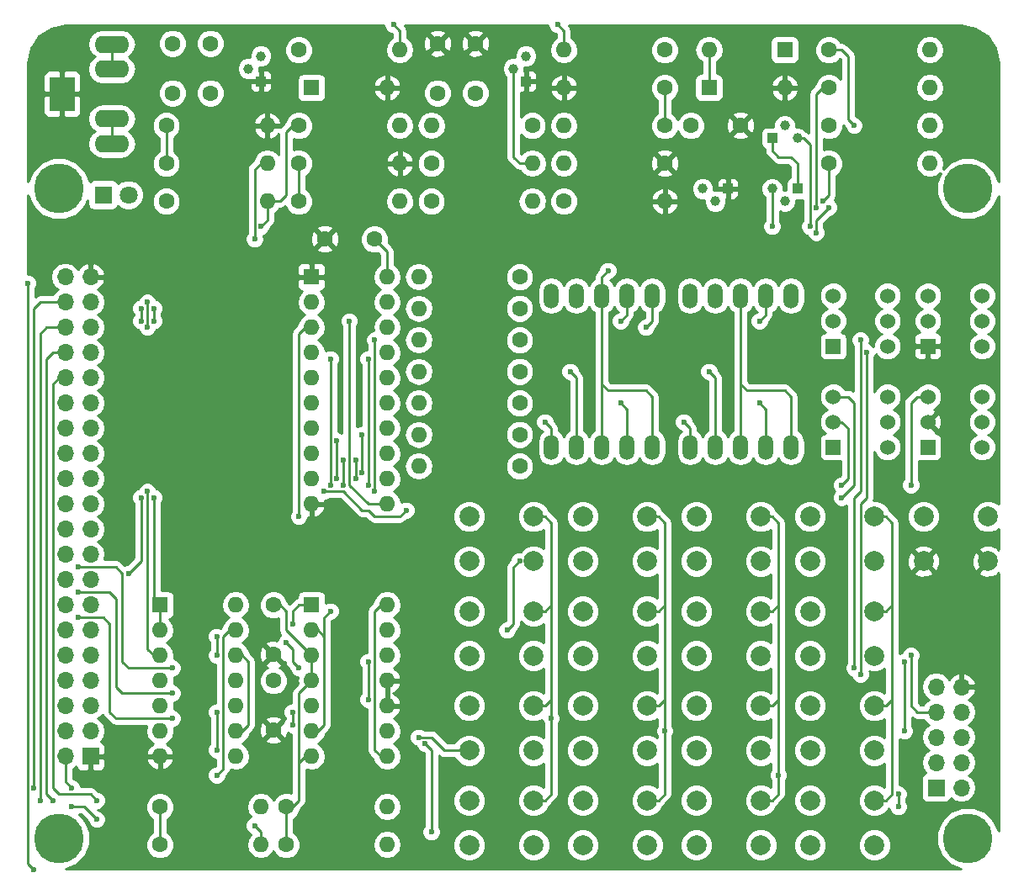
<source format=gbl>
G04 #@! TF.FileFunction,Copper,L2,Bot,Signal*
%FSLAX46Y46*%
G04 Gerber Fmt 4.6, Leading zero omitted, Abs format (unit mm)*
G04 Created by KiCad (PCBNEW 4.0.7) date 11/14/19 19:03:20*
%MOMM*%
%LPD*%
G01*
G04 APERTURE LIST*
%ADD10C,0.100000*%
%ADD11R,1.700000X1.700000*%
%ADD12O,1.700000X1.700000*%
%ADD13C,5.000000*%
%ADD14C,1.600000*%
%ADD15O,1.524000X2.524000*%
%ADD16R,1.800000X1.800000*%
%ADD17C,1.800000*%
%ADD18R,1.600000X1.600000*%
%ADD19O,1.600000X1.600000*%
%ADD20R,2.500000X3.500000*%
%ADD21O,3.500000X1.750000*%
%ADD22C,1.000000*%
%ADD23R,1.000000X1.000000*%
%ADD24C,2.000000*%
%ADD25C,1.524000*%
%ADD26R,1.524000X1.524000*%
%ADD27C,0.600000*%
%ADD28C,0.250000*%
%ADD29C,0.254000*%
G04 APERTURE END LIST*
D10*
D11*
X107315000Y-132080000D03*
D12*
X104775000Y-132080000D03*
X107315000Y-129540000D03*
X104775000Y-129540000D03*
X107315000Y-127000000D03*
X104775000Y-127000000D03*
X107315000Y-124460000D03*
X104775000Y-124460000D03*
X107315000Y-121920000D03*
X104775000Y-121920000D03*
X107315000Y-119380000D03*
X104775000Y-119380000D03*
X107315000Y-116840000D03*
X104775000Y-116840000D03*
X107315000Y-114300000D03*
X104775000Y-114300000D03*
X107315000Y-111760000D03*
X104775000Y-111760000D03*
X107315000Y-109220000D03*
X104775000Y-109220000D03*
X107315000Y-106680000D03*
X104775000Y-106680000D03*
X107315000Y-104140000D03*
X104775000Y-104140000D03*
X107315000Y-101600000D03*
X104775000Y-101600000D03*
X107315000Y-99060000D03*
X104775000Y-99060000D03*
X107315000Y-96520000D03*
X104775000Y-96520000D03*
X107315000Y-93980000D03*
X104775000Y-93980000D03*
X107315000Y-91440000D03*
X104775000Y-91440000D03*
X107315000Y-88900000D03*
X104775000Y-88900000D03*
X107315000Y-86360000D03*
X104775000Y-86360000D03*
X107315000Y-83820000D03*
X104775000Y-83820000D03*
D13*
X104140000Y-140335000D03*
X195580000Y-140335000D03*
X195580000Y-74930000D03*
X104140000Y-74930000D03*
D14*
X135890000Y-80010000D03*
X130890000Y-80010000D03*
X125730000Y-116840000D03*
X125730000Y-121840000D03*
X125730000Y-124460000D03*
X125730000Y-129460000D03*
X142240000Y-60325000D03*
X142240000Y-65325000D03*
X146050000Y-60325000D03*
X146050000Y-65325000D03*
X172720000Y-68580000D03*
X167720000Y-68580000D03*
X119380000Y-60325000D03*
X119380000Y-65325000D03*
X115570000Y-60325000D03*
X115570000Y-65325000D03*
D15*
X167640000Y-100965000D03*
X170180000Y-100965000D03*
X172720000Y-100965000D03*
X175260000Y-100965000D03*
X177800000Y-100965000D03*
X177800000Y-85725000D03*
X175260000Y-85725000D03*
X172720000Y-85725000D03*
X170180000Y-85725000D03*
X167640000Y-85725000D03*
X153670000Y-100965000D03*
X156210000Y-100965000D03*
X158750000Y-100965000D03*
X161290000Y-100965000D03*
X163830000Y-100965000D03*
X163830000Y-85725000D03*
X161290000Y-85725000D03*
X158750000Y-85725000D03*
X156210000Y-85725000D03*
X153670000Y-85725000D03*
D16*
X108585000Y-75565000D03*
D17*
X111125000Y-75565000D03*
D18*
X177165000Y-60960000D03*
D19*
X169545000Y-60960000D03*
D18*
X169545000Y-64770000D03*
D19*
X177165000Y-64770000D03*
D18*
X129540000Y-64770000D03*
D19*
X137160000Y-64770000D03*
D20*
X104449000Y-65405000D03*
D21*
X109455000Y-60405000D03*
X109455000Y-70405000D03*
X109455000Y-62905000D03*
X109455000Y-67905000D03*
D22*
X177165000Y-68580000D03*
X178435000Y-69850000D03*
D23*
X175895000Y-69850000D03*
D22*
X177165000Y-76200000D03*
X175895000Y-74930000D03*
D23*
X178435000Y-74930000D03*
D22*
X170180000Y-76200000D03*
X168910000Y-74930000D03*
D23*
X171450000Y-74930000D03*
D22*
X149860000Y-62865000D03*
X151130000Y-61595000D03*
D23*
X151130000Y-64135000D03*
D22*
X123190000Y-62865000D03*
X124460000Y-61595000D03*
D23*
X124460000Y-64135000D03*
D14*
X114300000Y-137160000D03*
D19*
X124460000Y-137160000D03*
D14*
X114300000Y-140970000D03*
D19*
X124460000Y-140970000D03*
D14*
X127000000Y-140970000D03*
D19*
X137160000Y-140970000D03*
D14*
X127000000Y-137160000D03*
D19*
X137160000Y-137160000D03*
D14*
X150495000Y-102870000D03*
D19*
X140335000Y-102870000D03*
D14*
X150495000Y-99695000D03*
D19*
X140335000Y-99695000D03*
D14*
X150495000Y-96520000D03*
D19*
X140335000Y-96520000D03*
D14*
X150495000Y-93345000D03*
D19*
X140335000Y-93345000D03*
D14*
X150495000Y-90170000D03*
D19*
X140335000Y-90170000D03*
D14*
X150495000Y-83820000D03*
D19*
X140335000Y-83820000D03*
D14*
X150495000Y-86995000D03*
D19*
X140335000Y-86995000D03*
D14*
X114935000Y-72390000D03*
D19*
X125095000Y-72390000D03*
D14*
X114935000Y-68580000D03*
D19*
X125095000Y-68580000D03*
D14*
X165100000Y-60960000D03*
D19*
X154940000Y-60960000D03*
D14*
X154940000Y-76200000D03*
D19*
X165100000Y-76200000D03*
D14*
X141605000Y-76200000D03*
D19*
X151765000Y-76200000D03*
D14*
X114935000Y-76200000D03*
D19*
X125095000Y-76200000D03*
D14*
X165100000Y-72390000D03*
D19*
X154940000Y-72390000D03*
D14*
X141605000Y-72390000D03*
D19*
X151765000Y-72390000D03*
D14*
X151765000Y-68580000D03*
D19*
X141605000Y-68580000D03*
D14*
X165100000Y-68580000D03*
D19*
X154940000Y-68580000D03*
D14*
X165100000Y-64770000D03*
D19*
X154940000Y-64770000D03*
D14*
X128270000Y-60960000D03*
D19*
X138430000Y-60960000D03*
D14*
X128270000Y-72390000D03*
D19*
X138430000Y-72390000D03*
D14*
X128270000Y-68580000D03*
D19*
X138430000Y-68580000D03*
D14*
X128270000Y-76200000D03*
D19*
X138430000Y-76200000D03*
D24*
X191135000Y-112450000D03*
X191135000Y-107950000D03*
X197635000Y-112450000D03*
X197635000Y-107950000D03*
X145415000Y-141025000D03*
X145415000Y-136525000D03*
X151915000Y-141025000D03*
X151915000Y-136525000D03*
X145415000Y-131500000D03*
X145415000Y-127000000D03*
X151915000Y-131500000D03*
X151915000Y-127000000D03*
X145415000Y-121975000D03*
X145415000Y-117475000D03*
X151915000Y-121975000D03*
X151915000Y-117475000D03*
X145415000Y-112450000D03*
X145415000Y-107950000D03*
X151915000Y-112450000D03*
X151915000Y-107950000D03*
X156845000Y-141025000D03*
X156845000Y-136525000D03*
X163345000Y-141025000D03*
X163345000Y-136525000D03*
X156845000Y-131500000D03*
X156845000Y-127000000D03*
X163345000Y-131500000D03*
X163345000Y-127000000D03*
X156845000Y-121975000D03*
X156845000Y-117475000D03*
X163345000Y-121975000D03*
X163345000Y-117475000D03*
X156845000Y-112450000D03*
X156845000Y-107950000D03*
X163345000Y-112450000D03*
X163345000Y-107950000D03*
X168275000Y-141025000D03*
X168275000Y-136525000D03*
X174775000Y-141025000D03*
X174775000Y-136525000D03*
X168275000Y-131500000D03*
X168275000Y-127000000D03*
X174775000Y-131500000D03*
X174775000Y-127000000D03*
X168275000Y-121975000D03*
X168275000Y-117475000D03*
X174775000Y-121975000D03*
X174775000Y-117475000D03*
X168275000Y-112450000D03*
X168275000Y-107950000D03*
X174775000Y-112450000D03*
X174775000Y-107950000D03*
X179705000Y-141025000D03*
X179705000Y-136525000D03*
X186205000Y-141025000D03*
X186205000Y-136525000D03*
X179705000Y-131500000D03*
X179705000Y-127000000D03*
X186205000Y-131500000D03*
X186205000Y-127000000D03*
X179705000Y-121975000D03*
X179705000Y-117475000D03*
X186205000Y-121975000D03*
X186205000Y-117475000D03*
X179705000Y-112450000D03*
X179705000Y-107950000D03*
X186205000Y-112450000D03*
X186205000Y-107950000D03*
D18*
X129540000Y-83820000D03*
D19*
X137160000Y-106680000D03*
X129540000Y-86360000D03*
X137160000Y-104140000D03*
X129540000Y-88900000D03*
X137160000Y-101600000D03*
X129540000Y-91440000D03*
X137160000Y-99060000D03*
X129540000Y-93980000D03*
X137160000Y-96520000D03*
X129540000Y-96520000D03*
X137160000Y-93980000D03*
X129540000Y-99060000D03*
X137160000Y-91440000D03*
X129540000Y-101600000D03*
X137160000Y-88900000D03*
X129540000Y-104140000D03*
X137160000Y-86360000D03*
X129540000Y-106680000D03*
X137160000Y-83820000D03*
D18*
X114300000Y-116840000D03*
D19*
X121920000Y-132080000D03*
X114300000Y-119380000D03*
X121920000Y-129540000D03*
X114300000Y-121920000D03*
X121920000Y-127000000D03*
X114300000Y-124460000D03*
X121920000Y-124460000D03*
X114300000Y-127000000D03*
X121920000Y-121920000D03*
X114300000Y-129540000D03*
X121920000Y-119380000D03*
X114300000Y-132080000D03*
X121920000Y-116840000D03*
D18*
X129540000Y-116840000D03*
D19*
X137160000Y-132080000D03*
X129540000Y-119380000D03*
X137160000Y-129540000D03*
X129540000Y-121920000D03*
X137160000Y-127000000D03*
X129540000Y-124460000D03*
X137160000Y-124460000D03*
X129540000Y-127000000D03*
X137160000Y-121920000D03*
X129540000Y-129540000D03*
X137160000Y-119380000D03*
X129540000Y-132080000D03*
X137160000Y-116840000D03*
D14*
X181610000Y-60960000D03*
D19*
X191770000Y-60960000D03*
D14*
X181610000Y-64770000D03*
D19*
X191770000Y-64770000D03*
D14*
X181610000Y-68580000D03*
D19*
X191770000Y-68580000D03*
D14*
X181610000Y-72390000D03*
D19*
X191770000Y-72390000D03*
D11*
X192405000Y-135255000D03*
D12*
X194945000Y-135255000D03*
X192405000Y-132715000D03*
X194945000Y-132715000D03*
X192405000Y-130175000D03*
X194945000Y-130175000D03*
X192405000Y-127635000D03*
X194945000Y-127635000D03*
X192405000Y-125095000D03*
X194945000Y-125095000D03*
D25*
X191585000Y-85725000D03*
X191585000Y-88265000D03*
D26*
X191585000Y-90805000D03*
D25*
X197035000Y-90805000D03*
X197035000Y-88265000D03*
X197035000Y-85725000D03*
X182060000Y-85725000D03*
X182060000Y-88265000D03*
D26*
X182060000Y-90805000D03*
D25*
X187510000Y-90805000D03*
X187510000Y-88265000D03*
X187510000Y-85725000D03*
X191585000Y-95885000D03*
X191585000Y-98425000D03*
D26*
X191585000Y-100965000D03*
D25*
X197035000Y-100965000D03*
X197035000Y-98425000D03*
X197035000Y-95885000D03*
X182060000Y-95885000D03*
X182060000Y-98425000D03*
D26*
X182060000Y-100965000D03*
D25*
X187510000Y-100965000D03*
X187510000Y-98425000D03*
X187510000Y-95885000D03*
D27*
X124460000Y-78740000D03*
X184150000Y-68580000D03*
X137795000Y-58420000D03*
X154305000Y-58420000D03*
X101600000Y-143510000D03*
X100965000Y-84455000D03*
X167005000Y-98425000D03*
X153035000Y-98425000D03*
X169545000Y-93345000D03*
X155575000Y-93345000D03*
X179705000Y-78740000D03*
X160655000Y-96520000D03*
X174625000Y-96520000D03*
X163195000Y-88900000D03*
X174625000Y-88265000D03*
X160655000Y-88265000D03*
X175895000Y-78740000D03*
X159385000Y-83185000D03*
X105410000Y-135255000D03*
X135890000Y-90170000D03*
X135890000Y-105410000D03*
X184785000Y-90170000D03*
X184150000Y-123190000D03*
X135255000Y-92075000D03*
X135255000Y-104775000D03*
X120015000Y-133985000D03*
X134620000Y-103505000D03*
X134620000Y-99695000D03*
X185420000Y-91440000D03*
X184785000Y-123825000D03*
X133985000Y-104140000D03*
X133985000Y-102235000D03*
X112395000Y-106045000D03*
X112395000Y-88265000D03*
X111125000Y-113665000D03*
X123825000Y-80010000D03*
X112395000Y-86995000D03*
X132715000Y-102235000D03*
X132715000Y-104775000D03*
X132080000Y-104140000D03*
X132080000Y-100330000D03*
X131445000Y-92075000D03*
X131445000Y-104775000D03*
X128270000Y-107950000D03*
X139065000Y-107315000D03*
X182880000Y-104775000D03*
X130810000Y-105410000D03*
X127000000Y-120650000D03*
X128270000Y-123190000D03*
X106045000Y-113030000D03*
X115570000Y-123190000D03*
X150495000Y-112395000D03*
X149225000Y-119380000D03*
X189865000Y-121920000D03*
X115570000Y-125730000D03*
X106045000Y-115570000D03*
X189230000Y-129540000D03*
X189230000Y-122555000D03*
X140335000Y-130175000D03*
X106045000Y-118110000D03*
X115570000Y-128270000D03*
X141605000Y-139700000D03*
X140970000Y-130810000D03*
X188595000Y-135890000D03*
X188595000Y-137160000D03*
X107950000Y-136525000D03*
X103505000Y-136525000D03*
X176530000Y-133985000D03*
X107950000Y-138430000D03*
X102235000Y-136525000D03*
X105410000Y-137160000D03*
X123825000Y-139065000D03*
X165100000Y-129540000D03*
X133350000Y-88265000D03*
X101600000Y-135255000D03*
X153670000Y-128270000D03*
X180975000Y-76200000D03*
X181610000Y-76835000D03*
X180340000Y-79375000D03*
X189865000Y-104775000D03*
X120015000Y-121920000D03*
X120015000Y-120015000D03*
X131445000Y-117475000D03*
X127635000Y-127635000D03*
X127635000Y-128905000D03*
X182880000Y-106045000D03*
X135255000Y-122555000D03*
X135255000Y-126365000D03*
X120015000Y-131445000D03*
X120015000Y-127635000D03*
X127635000Y-118745000D03*
X113665000Y-106045000D03*
X113665000Y-88265000D03*
X113665000Y-86995000D03*
X113030000Y-88900000D03*
X113030000Y-105410000D03*
X113030000Y-86360000D03*
X180340000Y-76835000D03*
D28*
X125095000Y-76200000D02*
X125095000Y-78105000D01*
X125095000Y-78105000D02*
X124460000Y-78740000D01*
X129540000Y-124460000D02*
X128270000Y-125730000D01*
X128270000Y-131445000D02*
X128270000Y-125730000D01*
X128270000Y-131445000D02*
X128270000Y-132715000D01*
X129540000Y-121920000D02*
X129540000Y-124460000D01*
X125730000Y-116840000D02*
X126365000Y-116840000D01*
X126365000Y-116840000D02*
X127000000Y-117475000D01*
X127000000Y-119380000D02*
X129540000Y-121920000D01*
X127000000Y-117475000D02*
X127000000Y-119380000D01*
X129540000Y-132080000D02*
X128905000Y-132080000D01*
X128905000Y-132080000D02*
X128270000Y-132715000D01*
X127000000Y-137160000D02*
X127635000Y-137160000D01*
X127635000Y-137160000D02*
X128270000Y-136525000D01*
X128270000Y-136525000D02*
X128270000Y-132715000D01*
X175895000Y-69850000D02*
X175895000Y-71120000D01*
X178435000Y-72390000D02*
X178435000Y-74930000D01*
X177800000Y-71755000D02*
X178435000Y-72390000D01*
X176530000Y-71755000D02*
X177800000Y-71755000D01*
X175895000Y-71120000D02*
X176530000Y-71755000D01*
X181610000Y-60960000D02*
X182880000Y-60960000D01*
X183515000Y-61595000D02*
X182880000Y-60960000D01*
X183515000Y-67945000D02*
X183515000Y-61595000D01*
X183515000Y-67945000D02*
X184150000Y-68580000D01*
X128270000Y-68580000D02*
X127635000Y-68580000D01*
X127635000Y-68580000D02*
X127000000Y-69215000D01*
X127000000Y-69215000D02*
X127000000Y-75565000D01*
X127000000Y-75565000D02*
X126365000Y-76200000D01*
X126365000Y-76200000D02*
X125095000Y-76200000D01*
X138430000Y-60960000D02*
X138430000Y-59055000D01*
X138430000Y-59055000D02*
X137795000Y-58420000D01*
X154940000Y-60960000D02*
X154940000Y-59055000D01*
X154940000Y-59055000D02*
X154305000Y-58420000D01*
X137160000Y-83820000D02*
X137160000Y-81280000D01*
X137160000Y-81280000D02*
X135890000Y-80010000D01*
X100965000Y-142875000D02*
X101600000Y-143510000D01*
X100965000Y-142240000D02*
X100965000Y-142875000D01*
X100965000Y-84455000D02*
X100965000Y-142240000D01*
X127000000Y-140970000D02*
X127000000Y-137160000D01*
X114300000Y-140970000D02*
X114300000Y-137160000D01*
X167640000Y-99060000D02*
X167640000Y-100965000D01*
X167005000Y-98425000D02*
X167640000Y-99060000D01*
X153670000Y-99060000D02*
X153670000Y-100965000D01*
X153035000Y-98425000D02*
X153670000Y-99060000D01*
X170180000Y-93980000D02*
X170180000Y-100965000D01*
X169545000Y-93345000D02*
X170180000Y-93980000D01*
X156210000Y-100965000D02*
X156210000Y-93980000D01*
X156210000Y-93980000D02*
X155575000Y-93345000D01*
X177800000Y-100965000D02*
X177800000Y-95885000D01*
X173355000Y-95250000D02*
X172720000Y-94615000D01*
X177165000Y-95250000D02*
X173355000Y-95250000D01*
X177800000Y-95885000D02*
X177165000Y-95250000D01*
X179070000Y-69850000D02*
X178435000Y-69850000D01*
X179705000Y-70485000D02*
X179070000Y-69850000D01*
X179705000Y-78740000D02*
X179705000Y-70485000D01*
X172720000Y-85725000D02*
X172720000Y-94615000D01*
X172720000Y-94615000D02*
X172720000Y-100965000D01*
X160655000Y-96520000D02*
X161290000Y-97155000D01*
X161290000Y-97155000D02*
X161290000Y-100965000D01*
X175260000Y-97155000D02*
X174625000Y-96520000D01*
X175260000Y-97155000D02*
X175260000Y-100965000D01*
X163830000Y-85725000D02*
X163830000Y-88265000D01*
X163830000Y-88265000D02*
X163195000Y-88900000D01*
X161290000Y-85725000D02*
X161290000Y-87630000D01*
X175260000Y-87630000D02*
X175260000Y-85725000D01*
X174625000Y-88265000D02*
X175260000Y-87630000D01*
X161290000Y-87630000D02*
X160655000Y-88265000D01*
X163830000Y-100965000D02*
X163830000Y-95885000D01*
X159385000Y-95250000D02*
X158750000Y-94615000D01*
X163195000Y-95250000D02*
X159385000Y-95250000D01*
X163830000Y-95885000D02*
X163195000Y-95250000D01*
X175895000Y-78740000D02*
X175895000Y-74930000D01*
X158750000Y-85725000D02*
X158750000Y-83820000D01*
X158750000Y-83820000D02*
X159385000Y-83185000D01*
X158750000Y-100965000D02*
X158750000Y-94615000D01*
X158750000Y-94615000D02*
X158750000Y-85725000D01*
X165100000Y-68580000D02*
X165100000Y-64770000D01*
X169545000Y-60960000D02*
X169545000Y-64770000D01*
X109455000Y-62905000D02*
X109455000Y-60405000D01*
X128270000Y-76200000D02*
X128270000Y-72390000D01*
X114935000Y-72390000D02*
X114935000Y-68580000D01*
X109455000Y-70405000D02*
X109455000Y-67905000D01*
X104775000Y-132080000D02*
X104775000Y-134620000D01*
X104775000Y-134620000D02*
X105410000Y-135255000D01*
X135890000Y-105410000D02*
X135890000Y-90170000D01*
X184150000Y-106045000D02*
X184785000Y-105410000D01*
X184785000Y-105410000D02*
X184785000Y-90170000D01*
X184150000Y-106680000D02*
X184150000Y-106045000D01*
X184150000Y-123190000D02*
X184150000Y-106680000D01*
X135255000Y-92075000D02*
X135255000Y-104775000D01*
X120650000Y-132715000D02*
X120650000Y-120015000D01*
X121285000Y-119380000D02*
X120650000Y-120015000D01*
X120650000Y-133350000D02*
X120015000Y-133985000D01*
X120650000Y-132715000D02*
X120650000Y-133350000D01*
X121920000Y-119380000D02*
X121285000Y-119380000D01*
X134620000Y-99695000D02*
X134620000Y-103505000D01*
X184785000Y-106680000D02*
X185420000Y-106045000D01*
X185420000Y-106045000D02*
X185420000Y-91440000D01*
X184785000Y-123825000D02*
X184785000Y-106680000D01*
X133985000Y-102235000D02*
X133985000Y-104140000D01*
X111125000Y-113665000D02*
X112395000Y-112395000D01*
X112395000Y-112395000D02*
X112395000Y-109855000D01*
X123825000Y-79375000D02*
X123825000Y-80010000D01*
X123825000Y-73025000D02*
X124460000Y-72390000D01*
X123825000Y-79375000D02*
X123825000Y-73025000D01*
X112395000Y-109855000D02*
X112395000Y-106045000D01*
X112395000Y-88265000D02*
X112395000Y-86995000D01*
X124460000Y-72390000D02*
X125095000Y-72390000D01*
X132715000Y-104775000D02*
X132715000Y-102235000D01*
X132080000Y-100965000D02*
X132080000Y-100330000D01*
X132080000Y-104140000D02*
X132080000Y-100965000D01*
X131445000Y-104775000D02*
X131445000Y-92075000D01*
X128270000Y-89535000D02*
X128270000Y-107950000D01*
X128270000Y-89535000D02*
X128905000Y-88900000D01*
X129540000Y-88900000D02*
X128905000Y-88900000D01*
X130175000Y-88900000D02*
X129540000Y-88900000D01*
X132715000Y-105410000D02*
X130810000Y-105410000D01*
X136525000Y-107950000D02*
X135890000Y-107950000D01*
X135890000Y-107950000D02*
X135255000Y-107315000D01*
X134620000Y-107315000D02*
X135255000Y-107315000D01*
X132715000Y-105410000D02*
X134620000Y-107315000D01*
X138430000Y-107950000D02*
X136525000Y-107950000D01*
X138430000Y-107950000D02*
X139065000Y-107315000D01*
X183515000Y-104140000D02*
X182880000Y-104775000D01*
X183515000Y-99060000D02*
X183515000Y-104140000D01*
X182880000Y-98425000D02*
X183515000Y-99060000D01*
X182880000Y-98425000D02*
X182060000Y-98425000D01*
X127000000Y-120650000D02*
X127635000Y-121285000D01*
X127635000Y-121285000D02*
X127635000Y-122555000D01*
X127635000Y-122555000D02*
X128270000Y-123190000D01*
X109855000Y-113030000D02*
X110490000Y-113665000D01*
X110490000Y-113665000D02*
X110490000Y-122555000D01*
X110490000Y-122555000D02*
X111125000Y-123190000D01*
X111125000Y-123190000D02*
X115570000Y-123190000D01*
X106045000Y-113030000D02*
X109855000Y-113030000D01*
X149225000Y-119380000D02*
X149860000Y-118745000D01*
X149860000Y-118745000D02*
X149860000Y-113030000D01*
X149860000Y-113030000D02*
X150495000Y-112395000D01*
X192405000Y-127635000D02*
X190500000Y-127635000D01*
X189865000Y-127000000D02*
X190500000Y-127635000D01*
X189865000Y-127000000D02*
X189865000Y-121920000D01*
X109220000Y-115570000D02*
X109855000Y-116205000D01*
X109855000Y-116205000D02*
X109855000Y-125095000D01*
X109855000Y-125095000D02*
X110490000Y-125730000D01*
X110490000Y-125730000D02*
X115570000Y-125730000D01*
X106045000Y-115570000D02*
X109220000Y-115570000D01*
X189230000Y-129540000D02*
X189230000Y-127635000D01*
X189230000Y-127635000D02*
X189230000Y-122555000D01*
X140335000Y-130175000D02*
X141605000Y-130175000D01*
X145415000Y-131500000D02*
X142930000Y-131500000D01*
X142930000Y-131500000D02*
X141605000Y-130175000D01*
X106045000Y-118110000D02*
X108585000Y-118110000D01*
X109855000Y-128270000D02*
X115570000Y-128270000D01*
X109220000Y-127635000D02*
X109855000Y-128270000D01*
X109220000Y-118745000D02*
X109220000Y-127635000D01*
X108585000Y-118110000D02*
X109220000Y-118745000D01*
X141605000Y-131445000D02*
X141605000Y-139700000D01*
X140970000Y-130810000D02*
X141605000Y-131445000D01*
X188595000Y-137160000D02*
X188595000Y-135890000D01*
X103505000Y-134620000D02*
X103505000Y-135255000D01*
X104140000Y-135890000D02*
X104775000Y-135890000D01*
X103505000Y-135255000D02*
X104140000Y-135890000D01*
X106045000Y-135890000D02*
X107315000Y-135890000D01*
X104775000Y-135890000D02*
X106045000Y-135890000D01*
X107315000Y-135890000D02*
X107950000Y-136525000D01*
X103505000Y-94615000D02*
X104140000Y-93980000D01*
X103505000Y-134620000D02*
X103505000Y-94615000D01*
X104775000Y-93980000D02*
X104140000Y-93980000D01*
X186205000Y-127000000D02*
X187325000Y-127000000D01*
X187325000Y-127000000D02*
X187960000Y-126365000D01*
X186205000Y-117475000D02*
X187325000Y-117475000D01*
X187325000Y-117475000D02*
X187960000Y-116840000D01*
X186205000Y-136525000D02*
X187325000Y-136525000D01*
X187960000Y-135890000D02*
X187960000Y-126365000D01*
X187325000Y-136525000D02*
X187960000Y-135890000D01*
X187960000Y-126365000D02*
X187960000Y-116840000D01*
X187325000Y-107950000D02*
X186205000Y-107950000D01*
X187960000Y-116840000D02*
X187960000Y-108585000D01*
X187960000Y-108585000D02*
X187325000Y-107950000D01*
X102870000Y-135255000D02*
X102870000Y-135890000D01*
X102870000Y-135890000D02*
X103505000Y-136525000D01*
X102870000Y-135255000D02*
X102870000Y-92075000D01*
X103505000Y-91440000D02*
X102870000Y-92075000D01*
X103505000Y-91440000D02*
X104775000Y-91440000D01*
X174775000Y-127000000D02*
X175895000Y-127000000D01*
X175895000Y-127000000D02*
X176530000Y-126365000D01*
X174775000Y-117475000D02*
X175895000Y-117475000D01*
X175895000Y-117475000D02*
X176530000Y-116840000D01*
X174775000Y-136525000D02*
X175895000Y-136525000D01*
X176530000Y-135890000D02*
X176530000Y-133985000D01*
X176530000Y-133985000D02*
X176530000Y-126365000D01*
X175895000Y-136525000D02*
X176530000Y-135890000D01*
X176530000Y-126365000D02*
X176530000Y-116840000D01*
X175895000Y-107950000D02*
X174775000Y-107950000D01*
X176530000Y-116840000D02*
X176530000Y-108585000D01*
X176530000Y-108585000D02*
X175895000Y-107950000D01*
X105410000Y-137160000D02*
X106680000Y-137160000D01*
X106680000Y-137160000D02*
X107950000Y-138430000D01*
X102235000Y-135890000D02*
X102235000Y-136525000D01*
X102235000Y-135255000D02*
X102235000Y-135890000D01*
X102235000Y-135070002D02*
X102235000Y-135255000D01*
X102870000Y-88900000D02*
X104775000Y-88900000D01*
X102870000Y-88900000D02*
X102235000Y-89535000D01*
X102235000Y-89535000D02*
X102235000Y-135070002D01*
X124460000Y-139700000D02*
X123825000Y-139065000D01*
X124460000Y-140970000D02*
X124460000Y-139700000D01*
X163345000Y-127000000D02*
X164465000Y-127000000D01*
X164465000Y-127000000D02*
X165100000Y-126365000D01*
X163345000Y-117475000D02*
X164465000Y-117475000D01*
X164465000Y-117475000D02*
X165100000Y-116840000D01*
X163345000Y-136525000D02*
X164465000Y-136525000D01*
X165100000Y-135890000D02*
X165100000Y-133350000D01*
X165100000Y-133350000D02*
X165100000Y-132715000D01*
X165100000Y-132715000D02*
X165100000Y-129540000D01*
X165100000Y-129540000D02*
X165100000Y-126365000D01*
X164465000Y-136525000D02*
X165100000Y-135890000D01*
X165100000Y-126365000D02*
X165100000Y-116840000D01*
X164465000Y-107950000D02*
X163345000Y-107950000D01*
X165100000Y-116840000D02*
X165100000Y-108585000D01*
X165100000Y-108585000D02*
X164465000Y-107950000D01*
X137160000Y-106680000D02*
X135255000Y-106680000D01*
X133350000Y-104775000D02*
X133350000Y-88265000D01*
X135255000Y-106680000D02*
X133350000Y-104775000D01*
X101600000Y-135255000D02*
X101600000Y-92075000D01*
X102235000Y-86360000D02*
X104775000Y-86360000D01*
X101600000Y-86995000D02*
X101600000Y-92075000D01*
X102235000Y-86360000D02*
X101600000Y-86995000D01*
X151915000Y-127000000D02*
X153035000Y-127000000D01*
X153035000Y-127000000D02*
X153670000Y-126365000D01*
X151915000Y-117475000D02*
X153035000Y-117475000D01*
X153035000Y-117475000D02*
X153670000Y-116840000D01*
X151915000Y-107950000D02*
X153035000Y-107950000D01*
X153035000Y-107950000D02*
X153670000Y-108585000D01*
X153670000Y-108585000D02*
X153670000Y-116840000D01*
X153035000Y-136525000D02*
X151915000Y-136525000D01*
X153670000Y-135890000D02*
X153035000Y-136525000D01*
X153670000Y-126365000D02*
X153670000Y-128270000D01*
X153670000Y-128270000D02*
X153670000Y-135890000D01*
X153670000Y-116840000D02*
X153670000Y-126365000D01*
X181610000Y-72390000D02*
X181610000Y-75565000D01*
X181610000Y-75565000D02*
X180975000Y-76200000D01*
X180340000Y-78105000D02*
X181610000Y-76835000D01*
X180340000Y-79375000D02*
X180340000Y-78105000D01*
X149860000Y-62865000D02*
X149860000Y-71755000D01*
X150495000Y-72390000D02*
X151765000Y-72390000D01*
X149860000Y-71755000D02*
X150495000Y-72390000D01*
X189865000Y-104775000D02*
X189865000Y-104140000D01*
X191585000Y-95885000D02*
X190500000Y-95885000D01*
X189865000Y-96520000D02*
X189865000Y-104140000D01*
X190500000Y-95885000D02*
X189865000Y-96520000D01*
X120015000Y-120015000D02*
X120015000Y-121920000D01*
X130810000Y-120015000D02*
X130810000Y-118110000D01*
X130810000Y-118110000D02*
X131445000Y-117475000D01*
X127635000Y-128905000D02*
X127635000Y-127635000D01*
X130810000Y-120650000D02*
X130810000Y-120015000D01*
X130810000Y-128905000D02*
X130810000Y-120650000D01*
X130175000Y-129540000D02*
X130810000Y-128905000D01*
X130810000Y-120015000D02*
X130175000Y-119380000D01*
X130175000Y-119380000D02*
X129540000Y-119380000D01*
X129540000Y-129540000D02*
X130175000Y-129540000D01*
X184150000Y-104775000D02*
X182880000Y-106045000D01*
X182060000Y-95885000D02*
X183515000Y-95885000D01*
X184150000Y-96520000D02*
X184150000Y-97155000D01*
X183515000Y-95885000D02*
X184150000Y-96520000D01*
X184150000Y-97155000D02*
X184150000Y-104775000D01*
X135255000Y-126365000D02*
X135255000Y-122555000D01*
X120015000Y-131445000D02*
X120015000Y-130810000D01*
X120015000Y-127635000D02*
X120015000Y-130810000D01*
X121920000Y-129540000D02*
X122555000Y-129540000D01*
X122555000Y-129540000D02*
X123190000Y-128905000D01*
X123190000Y-122555000D02*
X122555000Y-121920000D01*
X123190000Y-128905000D02*
X123190000Y-122555000D01*
X122555000Y-121920000D02*
X121920000Y-121920000D01*
X127635000Y-117475000D02*
X128270000Y-116840000D01*
X127635000Y-118745000D02*
X127635000Y-117475000D01*
X129540000Y-116840000D02*
X128270000Y-116840000D01*
X137160000Y-116840000D02*
X136525000Y-116840000D01*
X136525000Y-116840000D02*
X135890000Y-117475000D01*
X135890000Y-117475000D02*
X135890000Y-131445000D01*
X135890000Y-131445000D02*
X136525000Y-132080000D01*
X136525000Y-132080000D02*
X137160000Y-132080000D01*
X114300000Y-116840000D02*
X113665000Y-116205000D01*
X113665000Y-116205000D02*
X113665000Y-106045000D01*
X113665000Y-88265000D02*
X113665000Y-86995000D01*
X114300000Y-116840000D02*
X114300000Y-119380000D01*
X180975000Y-64770000D02*
X180340000Y-65405000D01*
X180340000Y-65405000D02*
X180340000Y-76835000D01*
X113030000Y-121285000D02*
X113665000Y-121920000D01*
X113030000Y-86360000D02*
X113030000Y-88900000D01*
X113030000Y-105410000D02*
X113030000Y-121285000D01*
X113665000Y-121920000D02*
X114300000Y-121920000D01*
X181610000Y-64770000D02*
X180975000Y-64770000D01*
D29*
G36*
X136859838Y-58605167D02*
X137001883Y-58948943D01*
X137264673Y-59212192D01*
X137608201Y-59354838D01*
X137655077Y-59354879D01*
X137670000Y-59369802D01*
X137670000Y-59756333D01*
X137387189Y-59945302D01*
X137076120Y-60410849D01*
X136966887Y-60960000D01*
X137076120Y-61509151D01*
X137387189Y-61974698D01*
X137852736Y-62285767D01*
X138401887Y-62395000D01*
X138458113Y-62395000D01*
X139007264Y-62285767D01*
X139472811Y-61974698D01*
X139783880Y-61509151D01*
X139818969Y-61332745D01*
X141411861Y-61332745D01*
X141485995Y-61578864D01*
X142023223Y-61771965D01*
X142593454Y-61744778D01*
X142994005Y-61578864D01*
X143068139Y-61332745D01*
X145221861Y-61332745D01*
X145295995Y-61578864D01*
X145833223Y-61771965D01*
X146403454Y-61744778D01*
X146804005Y-61578864D01*
X146878139Y-61332745D01*
X146050000Y-60504605D01*
X145221861Y-61332745D01*
X143068139Y-61332745D01*
X142240000Y-60504605D01*
X141411861Y-61332745D01*
X139818969Y-61332745D01*
X139893113Y-60960000D01*
X139783880Y-60410849D01*
X139581672Y-60108223D01*
X140793035Y-60108223D01*
X140820222Y-60678454D01*
X140986136Y-61079005D01*
X141232255Y-61153139D01*
X142060395Y-60325000D01*
X142419605Y-60325000D01*
X143247745Y-61153139D01*
X143493864Y-61079005D01*
X143686965Y-60541777D01*
X143666295Y-60108223D01*
X144603035Y-60108223D01*
X144630222Y-60678454D01*
X144796136Y-61079005D01*
X145042255Y-61153139D01*
X145870395Y-60325000D01*
X146229605Y-60325000D01*
X147057745Y-61153139D01*
X147303864Y-61079005D01*
X147496965Y-60541777D01*
X147469778Y-59971546D01*
X147303864Y-59570995D01*
X147057745Y-59496861D01*
X146229605Y-60325000D01*
X145870395Y-60325000D01*
X145042255Y-59496861D01*
X144796136Y-59570995D01*
X144603035Y-60108223D01*
X143666295Y-60108223D01*
X143659778Y-59971546D01*
X143493864Y-59570995D01*
X143247745Y-59496861D01*
X142419605Y-60325000D01*
X142060395Y-60325000D01*
X141232255Y-59496861D01*
X140986136Y-59570995D01*
X140793035Y-60108223D01*
X139581672Y-60108223D01*
X139472811Y-59945302D01*
X139190000Y-59756333D01*
X139190000Y-59317255D01*
X141411861Y-59317255D01*
X142240000Y-60145395D01*
X143068139Y-59317255D01*
X145221861Y-59317255D01*
X146050000Y-60145395D01*
X146878139Y-59317255D01*
X146804005Y-59071136D01*
X146266777Y-58878035D01*
X145696546Y-58905222D01*
X145295995Y-59071136D01*
X145221861Y-59317255D01*
X143068139Y-59317255D01*
X142994005Y-59071136D01*
X142456777Y-58878035D01*
X141886546Y-58905222D01*
X141485995Y-59071136D01*
X141411861Y-59317255D01*
X139190000Y-59317255D01*
X139190000Y-59055000D01*
X139132148Y-58764161D01*
X138967401Y-58517599D01*
X138944802Y-58495000D01*
X153369934Y-58495000D01*
X153369838Y-58605167D01*
X153511883Y-58948943D01*
X153774673Y-59212192D01*
X154118201Y-59354838D01*
X154165077Y-59354879D01*
X154180000Y-59369802D01*
X154180000Y-59756333D01*
X153897189Y-59945302D01*
X153586120Y-60410849D01*
X153476887Y-60960000D01*
X153586120Y-61509151D01*
X153897189Y-61974698D01*
X154362736Y-62285767D01*
X154911887Y-62395000D01*
X154968113Y-62395000D01*
X155517264Y-62285767D01*
X155982811Y-61974698D01*
X156293880Y-61509151D01*
X156346584Y-61244187D01*
X163664752Y-61244187D01*
X163882757Y-61771800D01*
X164286077Y-62175824D01*
X164813309Y-62394750D01*
X165384187Y-62395248D01*
X165911800Y-62177243D01*
X166315824Y-61773923D01*
X166534750Y-61246691D01*
X166535000Y-60960000D01*
X168081887Y-60960000D01*
X168191120Y-61509151D01*
X168502189Y-61974698D01*
X168785000Y-62163667D01*
X168785000Y-63322560D01*
X168745000Y-63322560D01*
X168509683Y-63366838D01*
X168293559Y-63505910D01*
X168148569Y-63718110D01*
X168097560Y-63970000D01*
X168097560Y-65570000D01*
X168141838Y-65805317D01*
X168280910Y-66021441D01*
X168493110Y-66166431D01*
X168745000Y-66217440D01*
X170345000Y-66217440D01*
X170580317Y-66173162D01*
X170796441Y-66034090D01*
X170941431Y-65821890D01*
X170992440Y-65570000D01*
X170992440Y-65119039D01*
X175773096Y-65119039D01*
X175933959Y-65507423D01*
X176309866Y-65922389D01*
X176815959Y-66161914D01*
X177038000Y-66040629D01*
X177038000Y-64897000D01*
X177292000Y-64897000D01*
X177292000Y-66040629D01*
X177514041Y-66161914D01*
X178020134Y-65922389D01*
X178396041Y-65507423D01*
X178556904Y-65119039D01*
X178434915Y-64897000D01*
X177292000Y-64897000D01*
X177038000Y-64897000D01*
X175895085Y-64897000D01*
X175773096Y-65119039D01*
X170992440Y-65119039D01*
X170992440Y-64420961D01*
X175773096Y-64420961D01*
X175895085Y-64643000D01*
X177038000Y-64643000D01*
X177038000Y-63499371D01*
X177292000Y-63499371D01*
X177292000Y-64643000D01*
X178434915Y-64643000D01*
X178556904Y-64420961D01*
X178396041Y-64032577D01*
X178020134Y-63617611D01*
X177514041Y-63378086D01*
X177292000Y-63499371D01*
X177038000Y-63499371D01*
X176815959Y-63378086D01*
X176309866Y-63617611D01*
X175933959Y-64032577D01*
X175773096Y-64420961D01*
X170992440Y-64420961D01*
X170992440Y-63970000D01*
X170948162Y-63734683D01*
X170809090Y-63518559D01*
X170596890Y-63373569D01*
X170345000Y-63322560D01*
X170305000Y-63322560D01*
X170305000Y-62163667D01*
X170587811Y-61974698D01*
X170898880Y-61509151D01*
X171008113Y-60960000D01*
X170898880Y-60410849D01*
X170731268Y-60160000D01*
X175717560Y-60160000D01*
X175717560Y-61760000D01*
X175761838Y-61995317D01*
X175900910Y-62211441D01*
X176113110Y-62356431D01*
X176365000Y-62407440D01*
X177965000Y-62407440D01*
X178200317Y-62363162D01*
X178416441Y-62224090D01*
X178561431Y-62011890D01*
X178612440Y-61760000D01*
X178612440Y-60160000D01*
X178568162Y-59924683D01*
X178429090Y-59708559D01*
X178216890Y-59563569D01*
X177965000Y-59512560D01*
X176365000Y-59512560D01*
X176129683Y-59556838D01*
X175913559Y-59695910D01*
X175768569Y-59908110D01*
X175717560Y-60160000D01*
X170731268Y-60160000D01*
X170587811Y-59945302D01*
X170122264Y-59634233D01*
X169573113Y-59525000D01*
X169516887Y-59525000D01*
X168967736Y-59634233D01*
X168502189Y-59945302D01*
X168191120Y-60410849D01*
X168081887Y-60960000D01*
X166535000Y-60960000D01*
X166535248Y-60675813D01*
X166317243Y-60148200D01*
X165913923Y-59744176D01*
X165386691Y-59525250D01*
X164815813Y-59524752D01*
X164288200Y-59742757D01*
X163884176Y-60146077D01*
X163665250Y-60673309D01*
X163664752Y-61244187D01*
X156346584Y-61244187D01*
X156403113Y-60960000D01*
X156293880Y-60410849D01*
X155982811Y-59945302D01*
X155700000Y-59756333D01*
X155700000Y-59055000D01*
X155642148Y-58764161D01*
X155477401Y-58517599D01*
X155454802Y-58495000D01*
X194875069Y-58495000D01*
X196369001Y-58792161D01*
X197576209Y-59598791D01*
X198382839Y-60806001D01*
X198680000Y-62299931D01*
X198680000Y-74223125D01*
X198239273Y-73156485D01*
X197358153Y-72273826D01*
X196206326Y-71795546D01*
X194959146Y-71794457D01*
X193806485Y-72270727D01*
X193097812Y-72978164D01*
X193123880Y-72939151D01*
X193233113Y-72390000D01*
X193123880Y-71840849D01*
X192812811Y-71375302D01*
X192347264Y-71064233D01*
X191798113Y-70955000D01*
X191741887Y-70955000D01*
X191192736Y-71064233D01*
X190727189Y-71375302D01*
X190416120Y-71840849D01*
X190306887Y-72390000D01*
X190416120Y-72939151D01*
X190727189Y-73404698D01*
X191192736Y-73715767D01*
X191741887Y-73825000D01*
X191798113Y-73825000D01*
X192347264Y-73715767D01*
X192812811Y-73404698D01*
X192828719Y-73380890D01*
X192445546Y-74303674D01*
X192444457Y-75550854D01*
X192920727Y-76703515D01*
X193801847Y-77586174D01*
X194953674Y-78064454D01*
X196200854Y-78065543D01*
X197353515Y-77589273D01*
X198236174Y-76708153D01*
X198680000Y-75639301D01*
X198680000Y-106682565D01*
X198562363Y-106564722D01*
X197961648Y-106315284D01*
X197311205Y-106314716D01*
X196710057Y-106563106D01*
X196249722Y-107022637D01*
X196000284Y-107623352D01*
X195999716Y-108273795D01*
X196248106Y-108874943D01*
X196707637Y-109335278D01*
X197308352Y-109584716D01*
X197958795Y-109585284D01*
X198559943Y-109336894D01*
X198680000Y-109217047D01*
X198680000Y-111225392D01*
X198607926Y-111297466D01*
X198509264Y-111030613D01*
X197899539Y-110804092D01*
X197249540Y-110828144D01*
X196760736Y-111030613D01*
X196662073Y-111297468D01*
X197635000Y-112270395D01*
X197649143Y-112256253D01*
X197828748Y-112435858D01*
X197814605Y-112450000D01*
X197828748Y-112464143D01*
X197649143Y-112643748D01*
X197635000Y-112629605D01*
X196662073Y-113602532D01*
X196760736Y-113869387D01*
X197370461Y-114095908D01*
X198020460Y-114071856D01*
X198509264Y-113869387D01*
X198607926Y-113602534D01*
X198680000Y-113674608D01*
X198680000Y-139628125D01*
X198239273Y-138561485D01*
X197358153Y-137678826D01*
X196206326Y-137200546D01*
X194959146Y-137199457D01*
X193806485Y-137675727D01*
X192923826Y-138556847D01*
X192445546Y-139708674D01*
X192444457Y-140955854D01*
X192920727Y-142108515D01*
X193801847Y-142991174D01*
X194870699Y-143435000D01*
X104846875Y-143435000D01*
X105913515Y-142994273D01*
X106796174Y-142113153D01*
X107274454Y-140961326D01*
X107275543Y-139714146D01*
X106799273Y-138561485D01*
X106158906Y-137920000D01*
X106365198Y-137920000D01*
X107014878Y-138569680D01*
X107014838Y-138615167D01*
X107156883Y-138958943D01*
X107419673Y-139222192D01*
X107763201Y-139364838D01*
X108135167Y-139365162D01*
X108478943Y-139223117D01*
X108742192Y-138960327D01*
X108884838Y-138616799D01*
X108885162Y-138244833D01*
X108743117Y-137901057D01*
X108480327Y-137637808D01*
X108136799Y-137495162D01*
X108089923Y-137495121D01*
X108054894Y-137460092D01*
X108135167Y-137460162D01*
X108173829Y-137444187D01*
X112864752Y-137444187D01*
X113082757Y-137971800D01*
X113486077Y-138375824D01*
X113540000Y-138398215D01*
X113540000Y-139731354D01*
X113488200Y-139752757D01*
X113084176Y-140156077D01*
X112865250Y-140683309D01*
X112864752Y-141254187D01*
X113082757Y-141781800D01*
X113486077Y-142185824D01*
X114013309Y-142404750D01*
X114584187Y-142405248D01*
X115111800Y-142187243D01*
X115515824Y-141783923D01*
X115734750Y-141256691D01*
X115735248Y-140685813D01*
X115517243Y-140158200D01*
X115113923Y-139754176D01*
X115060000Y-139731785D01*
X115060000Y-139250167D01*
X122889838Y-139250167D01*
X123031883Y-139593943D01*
X123294673Y-139857192D01*
X123460789Y-139926170D01*
X123417189Y-139955302D01*
X123106120Y-140420849D01*
X122996887Y-140970000D01*
X123106120Y-141519151D01*
X123417189Y-141984698D01*
X123882736Y-142295767D01*
X124431887Y-142405000D01*
X124488113Y-142405000D01*
X125037264Y-142295767D01*
X125502811Y-141984698D01*
X125727592Y-141648290D01*
X125782757Y-141781800D01*
X126186077Y-142185824D01*
X126713309Y-142404750D01*
X127284187Y-142405248D01*
X127811800Y-142187243D01*
X128215824Y-141783923D01*
X128434750Y-141256691D01*
X128435000Y-140970000D01*
X135696887Y-140970000D01*
X135806120Y-141519151D01*
X136117189Y-141984698D01*
X136582736Y-142295767D01*
X137131887Y-142405000D01*
X137188113Y-142405000D01*
X137737264Y-142295767D01*
X138202811Y-141984698D01*
X138513880Y-141519151D01*
X138547765Y-141348795D01*
X143779716Y-141348795D01*
X144028106Y-141949943D01*
X144487637Y-142410278D01*
X145088352Y-142659716D01*
X145738795Y-142660284D01*
X146339943Y-142411894D01*
X146800278Y-141952363D01*
X147049716Y-141351648D01*
X147049718Y-141348795D01*
X150279716Y-141348795D01*
X150528106Y-141949943D01*
X150987637Y-142410278D01*
X151588352Y-142659716D01*
X152238795Y-142660284D01*
X152839943Y-142411894D01*
X153300278Y-141952363D01*
X153549716Y-141351648D01*
X153549718Y-141348795D01*
X155209716Y-141348795D01*
X155458106Y-141949943D01*
X155917637Y-142410278D01*
X156518352Y-142659716D01*
X157168795Y-142660284D01*
X157769943Y-142411894D01*
X158230278Y-141952363D01*
X158479716Y-141351648D01*
X158479718Y-141348795D01*
X161709716Y-141348795D01*
X161958106Y-141949943D01*
X162417637Y-142410278D01*
X163018352Y-142659716D01*
X163668795Y-142660284D01*
X164269943Y-142411894D01*
X164730278Y-141952363D01*
X164979716Y-141351648D01*
X164979718Y-141348795D01*
X166639716Y-141348795D01*
X166888106Y-141949943D01*
X167347637Y-142410278D01*
X167948352Y-142659716D01*
X168598795Y-142660284D01*
X169199943Y-142411894D01*
X169660278Y-141952363D01*
X169909716Y-141351648D01*
X169909718Y-141348795D01*
X173139716Y-141348795D01*
X173388106Y-141949943D01*
X173847637Y-142410278D01*
X174448352Y-142659716D01*
X175098795Y-142660284D01*
X175699943Y-142411894D01*
X176160278Y-141952363D01*
X176409716Y-141351648D01*
X176409718Y-141348795D01*
X178069716Y-141348795D01*
X178318106Y-141949943D01*
X178777637Y-142410278D01*
X179378352Y-142659716D01*
X180028795Y-142660284D01*
X180629943Y-142411894D01*
X181090278Y-141952363D01*
X181339716Y-141351648D01*
X181339718Y-141348795D01*
X184569716Y-141348795D01*
X184818106Y-141949943D01*
X185277637Y-142410278D01*
X185878352Y-142659716D01*
X186528795Y-142660284D01*
X187129943Y-142411894D01*
X187590278Y-141952363D01*
X187839716Y-141351648D01*
X187840284Y-140701205D01*
X187591894Y-140100057D01*
X187132363Y-139639722D01*
X186531648Y-139390284D01*
X185881205Y-139389716D01*
X185280057Y-139638106D01*
X184819722Y-140097637D01*
X184570284Y-140698352D01*
X184569716Y-141348795D01*
X181339718Y-141348795D01*
X181340284Y-140701205D01*
X181091894Y-140100057D01*
X180632363Y-139639722D01*
X180031648Y-139390284D01*
X179381205Y-139389716D01*
X178780057Y-139638106D01*
X178319722Y-140097637D01*
X178070284Y-140698352D01*
X178069716Y-141348795D01*
X176409718Y-141348795D01*
X176410284Y-140701205D01*
X176161894Y-140100057D01*
X175702363Y-139639722D01*
X175101648Y-139390284D01*
X174451205Y-139389716D01*
X173850057Y-139638106D01*
X173389722Y-140097637D01*
X173140284Y-140698352D01*
X173139716Y-141348795D01*
X169909718Y-141348795D01*
X169910284Y-140701205D01*
X169661894Y-140100057D01*
X169202363Y-139639722D01*
X168601648Y-139390284D01*
X167951205Y-139389716D01*
X167350057Y-139638106D01*
X166889722Y-140097637D01*
X166640284Y-140698352D01*
X166639716Y-141348795D01*
X164979718Y-141348795D01*
X164980284Y-140701205D01*
X164731894Y-140100057D01*
X164272363Y-139639722D01*
X163671648Y-139390284D01*
X163021205Y-139389716D01*
X162420057Y-139638106D01*
X161959722Y-140097637D01*
X161710284Y-140698352D01*
X161709716Y-141348795D01*
X158479718Y-141348795D01*
X158480284Y-140701205D01*
X158231894Y-140100057D01*
X157772363Y-139639722D01*
X157171648Y-139390284D01*
X156521205Y-139389716D01*
X155920057Y-139638106D01*
X155459722Y-140097637D01*
X155210284Y-140698352D01*
X155209716Y-141348795D01*
X153549718Y-141348795D01*
X153550284Y-140701205D01*
X153301894Y-140100057D01*
X152842363Y-139639722D01*
X152241648Y-139390284D01*
X151591205Y-139389716D01*
X150990057Y-139638106D01*
X150529722Y-140097637D01*
X150280284Y-140698352D01*
X150279716Y-141348795D01*
X147049718Y-141348795D01*
X147050284Y-140701205D01*
X146801894Y-140100057D01*
X146342363Y-139639722D01*
X145741648Y-139390284D01*
X145091205Y-139389716D01*
X144490057Y-139638106D01*
X144029722Y-140097637D01*
X143780284Y-140698352D01*
X143779716Y-141348795D01*
X138547765Y-141348795D01*
X138623113Y-140970000D01*
X138513880Y-140420849D01*
X138202811Y-139955302D01*
X137737264Y-139644233D01*
X137188113Y-139535000D01*
X137131887Y-139535000D01*
X136582736Y-139644233D01*
X136117189Y-139955302D01*
X135806120Y-140420849D01*
X135696887Y-140970000D01*
X128435000Y-140970000D01*
X128435248Y-140685813D01*
X128217243Y-140158200D01*
X127813923Y-139754176D01*
X127760000Y-139731785D01*
X127760000Y-138398646D01*
X127811800Y-138377243D01*
X128215824Y-137973923D01*
X128434750Y-137446691D01*
X128434760Y-137435042D01*
X128709802Y-137160000D01*
X135696887Y-137160000D01*
X135806120Y-137709151D01*
X136117189Y-138174698D01*
X136582736Y-138485767D01*
X137131887Y-138595000D01*
X137188113Y-138595000D01*
X137737264Y-138485767D01*
X138202811Y-138174698D01*
X138513880Y-137709151D01*
X138623113Y-137160000D01*
X138513880Y-136610849D01*
X138202811Y-136145302D01*
X137737264Y-135834233D01*
X137188113Y-135725000D01*
X137131887Y-135725000D01*
X136582736Y-135834233D01*
X136117189Y-136145302D01*
X135806120Y-136610849D01*
X135696887Y-137160000D01*
X128709802Y-137160000D01*
X128807401Y-137062401D01*
X128972148Y-136815839D01*
X129030000Y-136525000D01*
X129030000Y-133419147D01*
X129511887Y-133515000D01*
X129568113Y-133515000D01*
X130117264Y-133405767D01*
X130582811Y-133094698D01*
X130893880Y-132629151D01*
X131003113Y-132080000D01*
X130893880Y-131530849D01*
X130582811Y-131065302D01*
X130200725Y-130810000D01*
X130582811Y-130554698D01*
X130893880Y-130089151D01*
X130941859Y-129847943D01*
X131347401Y-129442401D01*
X131512148Y-129195839D01*
X131570000Y-128905000D01*
X131570000Y-122740167D01*
X134319838Y-122740167D01*
X134461883Y-123083943D01*
X134495000Y-123117118D01*
X134495000Y-125802537D01*
X134462808Y-125834673D01*
X134320162Y-126178201D01*
X134319838Y-126550167D01*
X134461883Y-126893943D01*
X134724673Y-127157192D01*
X135068201Y-127299838D01*
X135130000Y-127299892D01*
X135130000Y-131445000D01*
X135187852Y-131735839D01*
X135352599Y-131982401D01*
X135758141Y-132387943D01*
X135806120Y-132629151D01*
X136117189Y-133094698D01*
X136582736Y-133405767D01*
X137131887Y-133515000D01*
X137188113Y-133515000D01*
X137737264Y-133405767D01*
X138202811Y-133094698D01*
X138513880Y-132629151D01*
X138623113Y-132080000D01*
X138513880Y-131530849D01*
X138202811Y-131065302D01*
X137820725Y-130810000D01*
X138202811Y-130554698D01*
X138332792Y-130360167D01*
X139399838Y-130360167D01*
X139541883Y-130703943D01*
X139804673Y-130967192D01*
X140068554Y-131076765D01*
X140176883Y-131338943D01*
X140439673Y-131602192D01*
X140783201Y-131744838D01*
X140830077Y-131744879D01*
X140845000Y-131759802D01*
X140845000Y-139137537D01*
X140812808Y-139169673D01*
X140670162Y-139513201D01*
X140669838Y-139885167D01*
X140811883Y-140228943D01*
X141074673Y-140492192D01*
X141418201Y-140634838D01*
X141790167Y-140635162D01*
X142133943Y-140493117D01*
X142397192Y-140230327D01*
X142539838Y-139886799D01*
X142540162Y-139514833D01*
X142398117Y-139171057D01*
X142365000Y-139137882D01*
X142365000Y-136848795D01*
X143779716Y-136848795D01*
X144028106Y-137449943D01*
X144487637Y-137910278D01*
X145088352Y-138159716D01*
X145738795Y-138160284D01*
X146339943Y-137911894D01*
X146800278Y-137452363D01*
X147049716Y-136851648D01*
X147050284Y-136201205D01*
X146801894Y-135600057D01*
X146342363Y-135139722D01*
X145741648Y-134890284D01*
X145091205Y-134889716D01*
X144490057Y-135138106D01*
X144029722Y-135597637D01*
X143780284Y-136198352D01*
X143779716Y-136848795D01*
X142365000Y-136848795D01*
X142365000Y-132009802D01*
X142392599Y-132037401D01*
X142639161Y-132202148D01*
X142930000Y-132260000D01*
X143959953Y-132260000D01*
X144028106Y-132424943D01*
X144487637Y-132885278D01*
X145088352Y-133134716D01*
X145738795Y-133135284D01*
X146339943Y-132886894D01*
X146800278Y-132427363D01*
X147049716Y-131826648D01*
X147050284Y-131176205D01*
X146801894Y-130575057D01*
X146342363Y-130114722D01*
X145741648Y-129865284D01*
X145091205Y-129864716D01*
X144490057Y-130113106D01*
X144029722Y-130572637D01*
X143960227Y-130740000D01*
X143244802Y-130740000D01*
X142142401Y-129637599D01*
X141895839Y-129472852D01*
X141605000Y-129415000D01*
X140897463Y-129415000D01*
X140865327Y-129382808D01*
X140521799Y-129240162D01*
X140149833Y-129239838D01*
X139806057Y-129381883D01*
X139542808Y-129644673D01*
X139400162Y-129988201D01*
X139399838Y-130360167D01*
X138332792Y-130360167D01*
X138513880Y-130089151D01*
X138623113Y-129540000D01*
X138513880Y-128990849D01*
X138202811Y-128525302D01*
X137798297Y-128255014D01*
X138015134Y-128152389D01*
X138391041Y-127737423D01*
X138551904Y-127349039D01*
X138538035Y-127323795D01*
X143779716Y-127323795D01*
X144028106Y-127924943D01*
X144487637Y-128385278D01*
X145088352Y-128634716D01*
X145738795Y-128635284D01*
X146339943Y-128386894D01*
X146800278Y-127927363D01*
X147049716Y-127326648D01*
X147050284Y-126676205D01*
X146801894Y-126075057D01*
X146342363Y-125614722D01*
X145741648Y-125365284D01*
X145091205Y-125364716D01*
X144490057Y-125613106D01*
X144029722Y-126072637D01*
X143780284Y-126673352D01*
X143779716Y-127323795D01*
X138538035Y-127323795D01*
X138429915Y-127127000D01*
X137287000Y-127127000D01*
X137287000Y-127147000D01*
X137033000Y-127147000D01*
X137033000Y-127127000D01*
X137013000Y-127127000D01*
X137013000Y-126873000D01*
X137033000Y-126873000D01*
X137033000Y-124587000D01*
X137287000Y-124587000D01*
X137287000Y-126873000D01*
X138429915Y-126873000D01*
X138551904Y-126650961D01*
X138391041Y-126262577D01*
X138015134Y-125847611D01*
X137766633Y-125730000D01*
X138015134Y-125612389D01*
X138391041Y-125197423D01*
X138551904Y-124809039D01*
X138429915Y-124587000D01*
X137287000Y-124587000D01*
X137033000Y-124587000D01*
X137013000Y-124587000D01*
X137013000Y-124333000D01*
X137033000Y-124333000D01*
X137033000Y-124313000D01*
X137287000Y-124313000D01*
X137287000Y-124333000D01*
X138429915Y-124333000D01*
X138551904Y-124110961D01*
X138391041Y-123722577D01*
X138015134Y-123307611D01*
X137798297Y-123204986D01*
X138202811Y-122934698D01*
X138513880Y-122469151D01*
X138547765Y-122298795D01*
X143779716Y-122298795D01*
X144028106Y-122899943D01*
X144487637Y-123360278D01*
X145088352Y-123609716D01*
X145738795Y-123610284D01*
X146339943Y-123361894D01*
X146800278Y-122902363D01*
X147049716Y-122301648D01*
X147050284Y-121651205D01*
X146801894Y-121050057D01*
X146342363Y-120589722D01*
X145741648Y-120340284D01*
X145091205Y-120339716D01*
X144490057Y-120588106D01*
X144029722Y-121047637D01*
X143780284Y-121648352D01*
X143779716Y-122298795D01*
X138547765Y-122298795D01*
X138623113Y-121920000D01*
X138513880Y-121370849D01*
X138202811Y-120905302D01*
X137820725Y-120650000D01*
X138202811Y-120394698D01*
X138513880Y-119929151D01*
X138586280Y-119565167D01*
X148289838Y-119565167D01*
X148431883Y-119908943D01*
X148694673Y-120172192D01*
X149038201Y-120314838D01*
X149410167Y-120315162D01*
X149753943Y-120173117D01*
X150017192Y-119910327D01*
X150159838Y-119566799D01*
X150159879Y-119519923D01*
X150397401Y-119282401D01*
X150562148Y-119035839D01*
X150620000Y-118745000D01*
X150620000Y-118491998D01*
X150987637Y-118860278D01*
X151588352Y-119109716D01*
X152238795Y-119110284D01*
X152839943Y-118861894D01*
X152910000Y-118791959D01*
X152910000Y-120657477D01*
X152842363Y-120589722D01*
X152241648Y-120340284D01*
X151591205Y-120339716D01*
X150990057Y-120588106D01*
X150529722Y-121047637D01*
X150280284Y-121648352D01*
X150279716Y-122298795D01*
X150528106Y-122899943D01*
X150987637Y-123360278D01*
X151588352Y-123609716D01*
X152238795Y-123610284D01*
X152839943Y-123361894D01*
X152910000Y-123291959D01*
X152910000Y-125682477D01*
X152842363Y-125614722D01*
X152241648Y-125365284D01*
X151591205Y-125364716D01*
X150990057Y-125613106D01*
X150529722Y-126072637D01*
X150280284Y-126673352D01*
X150279716Y-127323795D01*
X150528106Y-127924943D01*
X150987637Y-128385278D01*
X151588352Y-128634716D01*
X152238795Y-128635284D01*
X152734860Y-128430314D01*
X152734838Y-128455167D01*
X152876883Y-128798943D01*
X152910000Y-128832118D01*
X152910000Y-130182477D01*
X152842363Y-130114722D01*
X152241648Y-129865284D01*
X151591205Y-129864716D01*
X150990057Y-130113106D01*
X150529722Y-130572637D01*
X150280284Y-131173352D01*
X150279716Y-131823795D01*
X150528106Y-132424943D01*
X150987637Y-132885278D01*
X151588352Y-133134716D01*
X152238795Y-133135284D01*
X152839943Y-132886894D01*
X152910000Y-132816959D01*
X152910000Y-135207477D01*
X152842363Y-135139722D01*
X152241648Y-134890284D01*
X151591205Y-134889716D01*
X150990057Y-135138106D01*
X150529722Y-135597637D01*
X150280284Y-136198352D01*
X150279716Y-136848795D01*
X150528106Y-137449943D01*
X150987637Y-137910278D01*
X151588352Y-138159716D01*
X152238795Y-138160284D01*
X152839943Y-137911894D01*
X153300278Y-137452363D01*
X153419890Y-137164306D01*
X153572401Y-137062401D01*
X153786007Y-136848795D01*
X155209716Y-136848795D01*
X155458106Y-137449943D01*
X155917637Y-137910278D01*
X156518352Y-138159716D01*
X157168795Y-138160284D01*
X157769943Y-137911894D01*
X158230278Y-137452363D01*
X158479716Y-136851648D01*
X158480284Y-136201205D01*
X158231894Y-135600057D01*
X157772363Y-135139722D01*
X157171648Y-134890284D01*
X156521205Y-134889716D01*
X155920057Y-135138106D01*
X155459722Y-135597637D01*
X155210284Y-136198352D01*
X155209716Y-136848795D01*
X153786007Y-136848795D01*
X154207401Y-136427401D01*
X154372148Y-136180839D01*
X154430000Y-135890000D01*
X154430000Y-131823795D01*
X155209716Y-131823795D01*
X155458106Y-132424943D01*
X155917637Y-132885278D01*
X156518352Y-133134716D01*
X157168795Y-133135284D01*
X157769943Y-132886894D01*
X158230278Y-132427363D01*
X158479716Y-131826648D01*
X158480284Y-131176205D01*
X158231894Y-130575057D01*
X157772363Y-130114722D01*
X157171648Y-129865284D01*
X156521205Y-129864716D01*
X155920057Y-130113106D01*
X155459722Y-130572637D01*
X155210284Y-131173352D01*
X155209716Y-131823795D01*
X154430000Y-131823795D01*
X154430000Y-128832463D01*
X154462192Y-128800327D01*
X154604838Y-128456799D01*
X154605162Y-128084833D01*
X154463117Y-127741057D01*
X154430000Y-127707882D01*
X154430000Y-127323795D01*
X155209716Y-127323795D01*
X155458106Y-127924943D01*
X155917637Y-128385278D01*
X156518352Y-128634716D01*
X157168795Y-128635284D01*
X157769943Y-128386894D01*
X158230278Y-127927363D01*
X158479716Y-127326648D01*
X158480284Y-126676205D01*
X158231894Y-126075057D01*
X157772363Y-125614722D01*
X157171648Y-125365284D01*
X156521205Y-125364716D01*
X155920057Y-125613106D01*
X155459722Y-126072637D01*
X155210284Y-126673352D01*
X155209716Y-127323795D01*
X154430000Y-127323795D01*
X154430000Y-122298795D01*
X155209716Y-122298795D01*
X155458106Y-122899943D01*
X155917637Y-123360278D01*
X156518352Y-123609716D01*
X157168795Y-123610284D01*
X157769943Y-123361894D01*
X158230278Y-122902363D01*
X158479716Y-122301648D01*
X158480284Y-121651205D01*
X158231894Y-121050057D01*
X157772363Y-120589722D01*
X157171648Y-120340284D01*
X156521205Y-120339716D01*
X155920057Y-120588106D01*
X155459722Y-121047637D01*
X155210284Y-121648352D01*
X155209716Y-122298795D01*
X154430000Y-122298795D01*
X154430000Y-117798795D01*
X155209716Y-117798795D01*
X155458106Y-118399943D01*
X155917637Y-118860278D01*
X156518352Y-119109716D01*
X157168795Y-119110284D01*
X157769943Y-118861894D01*
X158230278Y-118402363D01*
X158479716Y-117801648D01*
X158480284Y-117151205D01*
X158231894Y-116550057D01*
X157772363Y-116089722D01*
X157171648Y-115840284D01*
X156521205Y-115839716D01*
X155920057Y-116088106D01*
X155459722Y-116547637D01*
X155210284Y-117148352D01*
X155209716Y-117798795D01*
X154430000Y-117798795D01*
X154430000Y-112773795D01*
X155209716Y-112773795D01*
X155458106Y-113374943D01*
X155917637Y-113835278D01*
X156518352Y-114084716D01*
X157168795Y-114085284D01*
X157769943Y-113836894D01*
X158230278Y-113377363D01*
X158479716Y-112776648D01*
X158480284Y-112126205D01*
X158231894Y-111525057D01*
X157772363Y-111064722D01*
X157171648Y-110815284D01*
X156521205Y-110814716D01*
X155920057Y-111063106D01*
X155459722Y-111522637D01*
X155210284Y-112123352D01*
X155209716Y-112773795D01*
X154430000Y-112773795D01*
X154430000Y-108585000D01*
X154372148Y-108294161D01*
X154358540Y-108273795D01*
X155209716Y-108273795D01*
X155458106Y-108874943D01*
X155917637Y-109335278D01*
X156518352Y-109584716D01*
X157168795Y-109585284D01*
X157769943Y-109336894D01*
X158230278Y-108877363D01*
X158479716Y-108276648D01*
X158479718Y-108273795D01*
X161709716Y-108273795D01*
X161958106Y-108874943D01*
X162417637Y-109335278D01*
X163018352Y-109584716D01*
X163668795Y-109585284D01*
X164269943Y-109336894D01*
X164340000Y-109266959D01*
X164340000Y-111132477D01*
X164272363Y-111064722D01*
X163671648Y-110815284D01*
X163021205Y-110814716D01*
X162420057Y-111063106D01*
X161959722Y-111522637D01*
X161710284Y-112123352D01*
X161709716Y-112773795D01*
X161958106Y-113374943D01*
X162417637Y-113835278D01*
X163018352Y-114084716D01*
X163668795Y-114085284D01*
X164269943Y-113836894D01*
X164340000Y-113766959D01*
X164340000Y-116157477D01*
X164272363Y-116089722D01*
X163671648Y-115840284D01*
X163021205Y-115839716D01*
X162420057Y-116088106D01*
X161959722Y-116547637D01*
X161710284Y-117148352D01*
X161709716Y-117798795D01*
X161958106Y-118399943D01*
X162417637Y-118860278D01*
X163018352Y-119109716D01*
X163668795Y-119110284D01*
X164269943Y-118861894D01*
X164340000Y-118791959D01*
X164340000Y-120657477D01*
X164272363Y-120589722D01*
X163671648Y-120340284D01*
X163021205Y-120339716D01*
X162420057Y-120588106D01*
X161959722Y-121047637D01*
X161710284Y-121648352D01*
X161709716Y-122298795D01*
X161958106Y-122899943D01*
X162417637Y-123360278D01*
X163018352Y-123609716D01*
X163668795Y-123610284D01*
X164269943Y-123361894D01*
X164340000Y-123291959D01*
X164340000Y-125682477D01*
X164272363Y-125614722D01*
X163671648Y-125365284D01*
X163021205Y-125364716D01*
X162420057Y-125613106D01*
X161959722Y-126072637D01*
X161710284Y-126673352D01*
X161709716Y-127323795D01*
X161958106Y-127924943D01*
X162417637Y-128385278D01*
X163018352Y-128634716D01*
X163668795Y-128635284D01*
X164269943Y-128386894D01*
X164340000Y-128316959D01*
X164340000Y-128977537D01*
X164307808Y-129009673D01*
X164165162Y-129353201D01*
X164164838Y-129725167D01*
X164306883Y-130068943D01*
X164340000Y-130102118D01*
X164340000Y-130182477D01*
X164272363Y-130114722D01*
X163671648Y-129865284D01*
X163021205Y-129864716D01*
X162420057Y-130113106D01*
X161959722Y-130572637D01*
X161710284Y-131173352D01*
X161709716Y-131823795D01*
X161958106Y-132424943D01*
X162417637Y-132885278D01*
X163018352Y-133134716D01*
X163668795Y-133135284D01*
X164269943Y-132886894D01*
X164340000Y-132816959D01*
X164340000Y-135207477D01*
X164272363Y-135139722D01*
X163671648Y-134890284D01*
X163021205Y-134889716D01*
X162420057Y-135138106D01*
X161959722Y-135597637D01*
X161710284Y-136198352D01*
X161709716Y-136848795D01*
X161958106Y-137449943D01*
X162417637Y-137910278D01*
X163018352Y-138159716D01*
X163668795Y-138160284D01*
X164269943Y-137911894D01*
X164730278Y-137452363D01*
X164849890Y-137164306D01*
X165002401Y-137062401D01*
X165216007Y-136848795D01*
X166639716Y-136848795D01*
X166888106Y-137449943D01*
X167347637Y-137910278D01*
X167948352Y-138159716D01*
X168598795Y-138160284D01*
X169199943Y-137911894D01*
X169660278Y-137452363D01*
X169909716Y-136851648D01*
X169910284Y-136201205D01*
X169661894Y-135600057D01*
X169202363Y-135139722D01*
X168601648Y-134890284D01*
X167951205Y-134889716D01*
X167350057Y-135138106D01*
X166889722Y-135597637D01*
X166640284Y-136198352D01*
X166639716Y-136848795D01*
X165216007Y-136848795D01*
X165637401Y-136427401D01*
X165802148Y-136180839D01*
X165860000Y-135890000D01*
X165860000Y-131823795D01*
X166639716Y-131823795D01*
X166888106Y-132424943D01*
X167347637Y-132885278D01*
X167948352Y-133134716D01*
X168598795Y-133135284D01*
X169199943Y-132886894D01*
X169660278Y-132427363D01*
X169909716Y-131826648D01*
X169910284Y-131176205D01*
X169661894Y-130575057D01*
X169202363Y-130114722D01*
X168601648Y-129865284D01*
X167951205Y-129864716D01*
X167350057Y-130113106D01*
X166889722Y-130572637D01*
X166640284Y-131173352D01*
X166639716Y-131823795D01*
X165860000Y-131823795D01*
X165860000Y-130102463D01*
X165892192Y-130070327D01*
X166034838Y-129726799D01*
X166035162Y-129354833D01*
X165893117Y-129011057D01*
X165860000Y-128977882D01*
X165860000Y-127323795D01*
X166639716Y-127323795D01*
X166888106Y-127924943D01*
X167347637Y-128385278D01*
X167948352Y-128634716D01*
X168598795Y-128635284D01*
X169199943Y-128386894D01*
X169660278Y-127927363D01*
X169909716Y-127326648D01*
X169910284Y-126676205D01*
X169661894Y-126075057D01*
X169202363Y-125614722D01*
X168601648Y-125365284D01*
X167951205Y-125364716D01*
X167350057Y-125613106D01*
X166889722Y-126072637D01*
X166640284Y-126673352D01*
X166639716Y-127323795D01*
X165860000Y-127323795D01*
X165860000Y-122298795D01*
X166639716Y-122298795D01*
X166888106Y-122899943D01*
X167347637Y-123360278D01*
X167948352Y-123609716D01*
X168598795Y-123610284D01*
X169199943Y-123361894D01*
X169660278Y-122902363D01*
X169909716Y-122301648D01*
X169910284Y-121651205D01*
X169661894Y-121050057D01*
X169202363Y-120589722D01*
X168601648Y-120340284D01*
X167951205Y-120339716D01*
X167350057Y-120588106D01*
X166889722Y-121047637D01*
X166640284Y-121648352D01*
X166639716Y-122298795D01*
X165860000Y-122298795D01*
X165860000Y-117798795D01*
X166639716Y-117798795D01*
X166888106Y-118399943D01*
X167347637Y-118860278D01*
X167948352Y-119109716D01*
X168598795Y-119110284D01*
X169199943Y-118861894D01*
X169660278Y-118402363D01*
X169909716Y-117801648D01*
X169910284Y-117151205D01*
X169661894Y-116550057D01*
X169202363Y-116089722D01*
X168601648Y-115840284D01*
X167951205Y-115839716D01*
X167350057Y-116088106D01*
X166889722Y-116547637D01*
X166640284Y-117148352D01*
X166639716Y-117798795D01*
X165860000Y-117798795D01*
X165860000Y-112773795D01*
X166639716Y-112773795D01*
X166888106Y-113374943D01*
X167347637Y-113835278D01*
X167948352Y-114084716D01*
X168598795Y-114085284D01*
X169199943Y-113836894D01*
X169660278Y-113377363D01*
X169909716Y-112776648D01*
X169910284Y-112126205D01*
X169661894Y-111525057D01*
X169202363Y-111064722D01*
X168601648Y-110815284D01*
X167951205Y-110814716D01*
X167350057Y-111063106D01*
X166889722Y-111522637D01*
X166640284Y-112123352D01*
X166639716Y-112773795D01*
X165860000Y-112773795D01*
X165860000Y-108585000D01*
X165802148Y-108294161D01*
X165788540Y-108273795D01*
X166639716Y-108273795D01*
X166888106Y-108874943D01*
X167347637Y-109335278D01*
X167948352Y-109584716D01*
X168598795Y-109585284D01*
X169199943Y-109336894D01*
X169660278Y-108877363D01*
X169909716Y-108276648D01*
X169909718Y-108273795D01*
X173139716Y-108273795D01*
X173388106Y-108874943D01*
X173847637Y-109335278D01*
X174448352Y-109584716D01*
X175098795Y-109585284D01*
X175699943Y-109336894D01*
X175770000Y-109266959D01*
X175770000Y-111132477D01*
X175702363Y-111064722D01*
X175101648Y-110815284D01*
X174451205Y-110814716D01*
X173850057Y-111063106D01*
X173389722Y-111522637D01*
X173140284Y-112123352D01*
X173139716Y-112773795D01*
X173388106Y-113374943D01*
X173847637Y-113835278D01*
X174448352Y-114084716D01*
X175098795Y-114085284D01*
X175699943Y-113836894D01*
X175770000Y-113766959D01*
X175770000Y-116157477D01*
X175702363Y-116089722D01*
X175101648Y-115840284D01*
X174451205Y-115839716D01*
X173850057Y-116088106D01*
X173389722Y-116547637D01*
X173140284Y-117148352D01*
X173139716Y-117798795D01*
X173388106Y-118399943D01*
X173847637Y-118860278D01*
X174448352Y-119109716D01*
X175098795Y-119110284D01*
X175699943Y-118861894D01*
X175770000Y-118791959D01*
X175770000Y-120657477D01*
X175702363Y-120589722D01*
X175101648Y-120340284D01*
X174451205Y-120339716D01*
X173850057Y-120588106D01*
X173389722Y-121047637D01*
X173140284Y-121648352D01*
X173139716Y-122298795D01*
X173388106Y-122899943D01*
X173847637Y-123360278D01*
X174448352Y-123609716D01*
X175098795Y-123610284D01*
X175699943Y-123361894D01*
X175770000Y-123291959D01*
X175770000Y-125682477D01*
X175702363Y-125614722D01*
X175101648Y-125365284D01*
X174451205Y-125364716D01*
X173850057Y-125613106D01*
X173389722Y-126072637D01*
X173140284Y-126673352D01*
X173139716Y-127323795D01*
X173388106Y-127924943D01*
X173847637Y-128385278D01*
X174448352Y-128634716D01*
X175098795Y-128635284D01*
X175699943Y-128386894D01*
X175770000Y-128316959D01*
X175770000Y-130182477D01*
X175702363Y-130114722D01*
X175101648Y-129865284D01*
X174451205Y-129864716D01*
X173850057Y-130113106D01*
X173389722Y-130572637D01*
X173140284Y-131173352D01*
X173139716Y-131823795D01*
X173388106Y-132424943D01*
X173847637Y-132885278D01*
X174448352Y-133134716D01*
X175098795Y-133135284D01*
X175699943Y-132886894D01*
X175770000Y-132816959D01*
X175770000Y-133422537D01*
X175737808Y-133454673D01*
X175595162Y-133798201D01*
X175594838Y-134170167D01*
X175736883Y-134513943D01*
X175770000Y-134547118D01*
X175770000Y-135207477D01*
X175702363Y-135139722D01*
X175101648Y-134890284D01*
X174451205Y-134889716D01*
X173850057Y-135138106D01*
X173389722Y-135597637D01*
X173140284Y-136198352D01*
X173139716Y-136848795D01*
X173388106Y-137449943D01*
X173847637Y-137910278D01*
X174448352Y-138159716D01*
X175098795Y-138160284D01*
X175699943Y-137911894D01*
X176160278Y-137452363D01*
X176279890Y-137164306D01*
X176432401Y-137062401D01*
X176646007Y-136848795D01*
X178069716Y-136848795D01*
X178318106Y-137449943D01*
X178777637Y-137910278D01*
X179378352Y-138159716D01*
X180028795Y-138160284D01*
X180629943Y-137911894D01*
X181090278Y-137452363D01*
X181339716Y-136851648D01*
X181340284Y-136201205D01*
X181091894Y-135600057D01*
X180632363Y-135139722D01*
X180031648Y-134890284D01*
X179381205Y-134889716D01*
X178780057Y-135138106D01*
X178319722Y-135597637D01*
X178070284Y-136198352D01*
X178069716Y-136848795D01*
X176646007Y-136848795D01*
X177067401Y-136427401D01*
X177232148Y-136180839D01*
X177290000Y-135890000D01*
X177290000Y-134547463D01*
X177322192Y-134515327D01*
X177464838Y-134171799D01*
X177465162Y-133799833D01*
X177323117Y-133456057D01*
X177290000Y-133422882D01*
X177290000Y-131823795D01*
X178069716Y-131823795D01*
X178318106Y-132424943D01*
X178777637Y-132885278D01*
X179378352Y-133134716D01*
X180028795Y-133135284D01*
X180629943Y-132886894D01*
X181090278Y-132427363D01*
X181339716Y-131826648D01*
X181340284Y-131176205D01*
X181091894Y-130575057D01*
X180632363Y-130114722D01*
X180031648Y-129865284D01*
X179381205Y-129864716D01*
X178780057Y-130113106D01*
X178319722Y-130572637D01*
X178070284Y-131173352D01*
X178069716Y-131823795D01*
X177290000Y-131823795D01*
X177290000Y-127323795D01*
X178069716Y-127323795D01*
X178318106Y-127924943D01*
X178777637Y-128385278D01*
X179378352Y-128634716D01*
X180028795Y-128635284D01*
X180629943Y-128386894D01*
X181090278Y-127927363D01*
X181339716Y-127326648D01*
X181340284Y-126676205D01*
X181091894Y-126075057D01*
X180632363Y-125614722D01*
X180031648Y-125365284D01*
X179381205Y-125364716D01*
X178780057Y-125613106D01*
X178319722Y-126072637D01*
X178070284Y-126673352D01*
X178069716Y-127323795D01*
X177290000Y-127323795D01*
X177290000Y-122298795D01*
X178069716Y-122298795D01*
X178318106Y-122899943D01*
X178777637Y-123360278D01*
X179378352Y-123609716D01*
X180028795Y-123610284D01*
X180629943Y-123361894D01*
X181090278Y-122902363D01*
X181339716Y-122301648D01*
X181340284Y-121651205D01*
X181091894Y-121050057D01*
X180632363Y-120589722D01*
X180031648Y-120340284D01*
X179381205Y-120339716D01*
X178780057Y-120588106D01*
X178319722Y-121047637D01*
X178070284Y-121648352D01*
X178069716Y-122298795D01*
X177290000Y-122298795D01*
X177290000Y-117798795D01*
X178069716Y-117798795D01*
X178318106Y-118399943D01*
X178777637Y-118860278D01*
X179378352Y-119109716D01*
X180028795Y-119110284D01*
X180629943Y-118861894D01*
X181090278Y-118402363D01*
X181339716Y-117801648D01*
X181340284Y-117151205D01*
X181091894Y-116550057D01*
X180632363Y-116089722D01*
X180031648Y-115840284D01*
X179381205Y-115839716D01*
X178780057Y-116088106D01*
X178319722Y-116547637D01*
X178070284Y-117148352D01*
X178069716Y-117798795D01*
X177290000Y-117798795D01*
X177290000Y-112773795D01*
X178069716Y-112773795D01*
X178318106Y-113374943D01*
X178777637Y-113835278D01*
X179378352Y-114084716D01*
X180028795Y-114085284D01*
X180629943Y-113836894D01*
X181090278Y-113377363D01*
X181339716Y-112776648D01*
X181340284Y-112126205D01*
X181091894Y-111525057D01*
X180632363Y-111064722D01*
X180031648Y-110815284D01*
X179381205Y-110814716D01*
X178780057Y-111063106D01*
X178319722Y-111522637D01*
X178070284Y-112123352D01*
X178069716Y-112773795D01*
X177290000Y-112773795D01*
X177290000Y-108585000D01*
X177232148Y-108294161D01*
X177218540Y-108273795D01*
X178069716Y-108273795D01*
X178318106Y-108874943D01*
X178777637Y-109335278D01*
X179378352Y-109584716D01*
X180028795Y-109585284D01*
X180629943Y-109336894D01*
X181090278Y-108877363D01*
X181339716Y-108276648D01*
X181340284Y-107626205D01*
X181091894Y-107025057D01*
X180632363Y-106564722D01*
X180031648Y-106315284D01*
X179381205Y-106314716D01*
X178780057Y-106563106D01*
X178319722Y-107022637D01*
X178070284Y-107623352D01*
X178069716Y-108273795D01*
X177218540Y-108273795D01*
X177067401Y-108047599D01*
X176432401Y-107412599D01*
X176279928Y-107310720D01*
X176161894Y-107025057D01*
X175702363Y-106564722D01*
X175101648Y-106315284D01*
X174451205Y-106314716D01*
X173850057Y-106563106D01*
X173389722Y-107022637D01*
X173140284Y-107623352D01*
X173139716Y-108273795D01*
X169909718Y-108273795D01*
X169910284Y-107626205D01*
X169661894Y-107025057D01*
X169202363Y-106564722D01*
X168601648Y-106315284D01*
X167951205Y-106314716D01*
X167350057Y-106563106D01*
X166889722Y-107022637D01*
X166640284Y-107623352D01*
X166639716Y-108273795D01*
X165788540Y-108273795D01*
X165637401Y-108047599D01*
X165002401Y-107412599D01*
X164849928Y-107310720D01*
X164731894Y-107025057D01*
X164272363Y-106564722D01*
X163671648Y-106315284D01*
X163021205Y-106314716D01*
X162420057Y-106563106D01*
X161959722Y-107022637D01*
X161710284Y-107623352D01*
X161709716Y-108273795D01*
X158479718Y-108273795D01*
X158480284Y-107626205D01*
X158231894Y-107025057D01*
X157772363Y-106564722D01*
X157171648Y-106315284D01*
X156521205Y-106314716D01*
X155920057Y-106563106D01*
X155459722Y-107022637D01*
X155210284Y-107623352D01*
X155209716Y-108273795D01*
X154358540Y-108273795D01*
X154207401Y-108047599D01*
X153572401Y-107412599D01*
X153419928Y-107310720D01*
X153301894Y-107025057D01*
X152842363Y-106564722D01*
X152241648Y-106315284D01*
X151591205Y-106314716D01*
X150990057Y-106563106D01*
X150529722Y-107022637D01*
X150280284Y-107623352D01*
X150279716Y-108273795D01*
X150528106Y-108874943D01*
X150987637Y-109335278D01*
X151588352Y-109584716D01*
X152238795Y-109585284D01*
X152839943Y-109336894D01*
X152910000Y-109266959D01*
X152910000Y-111132477D01*
X152842363Y-111064722D01*
X152241648Y-110815284D01*
X151591205Y-110814716D01*
X150990057Y-111063106D01*
X150592384Y-111460084D01*
X150309833Y-111459838D01*
X149966057Y-111601883D01*
X149702808Y-111864673D01*
X149560162Y-112208201D01*
X149560121Y-112255077D01*
X149322599Y-112492599D01*
X149157852Y-112739161D01*
X149100000Y-113030000D01*
X149100000Y-118430198D01*
X149085320Y-118444878D01*
X149039833Y-118444838D01*
X148696057Y-118586883D01*
X148432808Y-118849673D01*
X148290162Y-119193201D01*
X148289838Y-119565167D01*
X138586280Y-119565167D01*
X138623113Y-119380000D01*
X138513880Y-118830849D01*
X138202811Y-118365302D01*
X137820725Y-118110000D01*
X138202811Y-117854698D01*
X138240164Y-117798795D01*
X143779716Y-117798795D01*
X144028106Y-118399943D01*
X144487637Y-118860278D01*
X145088352Y-119109716D01*
X145738795Y-119110284D01*
X146339943Y-118861894D01*
X146800278Y-118402363D01*
X147049716Y-117801648D01*
X147050284Y-117151205D01*
X146801894Y-116550057D01*
X146342363Y-116089722D01*
X145741648Y-115840284D01*
X145091205Y-115839716D01*
X144490057Y-116088106D01*
X144029722Y-116547637D01*
X143780284Y-117148352D01*
X143779716Y-117798795D01*
X138240164Y-117798795D01*
X138513880Y-117389151D01*
X138623113Y-116840000D01*
X138513880Y-116290849D01*
X138202811Y-115825302D01*
X137737264Y-115514233D01*
X137188113Y-115405000D01*
X137131887Y-115405000D01*
X136582736Y-115514233D01*
X136117189Y-115825302D01*
X135806120Y-116290849D01*
X135758141Y-116532057D01*
X135352599Y-116937599D01*
X135187852Y-117184161D01*
X135130000Y-117475000D01*
X135130000Y-121619890D01*
X135069833Y-121619838D01*
X134726057Y-121761883D01*
X134462808Y-122024673D01*
X134320162Y-122368201D01*
X134319838Y-122740167D01*
X131570000Y-122740167D01*
X131570000Y-118424802D01*
X131584680Y-118410122D01*
X131630167Y-118410162D01*
X131973943Y-118268117D01*
X132237192Y-118005327D01*
X132379838Y-117661799D01*
X132380162Y-117289833D01*
X132238117Y-116946057D01*
X131975327Y-116682808D01*
X131631799Y-116540162D01*
X131259833Y-116539838D01*
X130987440Y-116652388D01*
X130987440Y-116040000D01*
X130943162Y-115804683D01*
X130804090Y-115588559D01*
X130591890Y-115443569D01*
X130340000Y-115392560D01*
X128740000Y-115392560D01*
X128504683Y-115436838D01*
X128288559Y-115575910D01*
X128143569Y-115788110D01*
X128092560Y-116040000D01*
X128092560Y-116115295D01*
X127979161Y-116137852D01*
X127732599Y-116302599D01*
X127317500Y-116717698D01*
X127165240Y-116565438D01*
X127165248Y-116555813D01*
X126947243Y-116028200D01*
X126543923Y-115624176D01*
X126016691Y-115405250D01*
X125445813Y-115404752D01*
X124918200Y-115622757D01*
X124514176Y-116026077D01*
X124295250Y-116553309D01*
X124294752Y-117124187D01*
X124512757Y-117651800D01*
X124916077Y-118055824D01*
X125443309Y-118274750D01*
X126014187Y-118275248D01*
X126240000Y-118181944D01*
X126240000Y-119380000D01*
X126297852Y-119670839D01*
X126441726Y-119886163D01*
X126207808Y-120119673D01*
X126075139Y-120439173D01*
X125946777Y-120393035D01*
X125376546Y-120420222D01*
X124975995Y-120586136D01*
X124901861Y-120832255D01*
X125730000Y-121660395D01*
X125744142Y-121646252D01*
X125923748Y-121825858D01*
X125909605Y-121840000D01*
X126737745Y-122668139D01*
X126888474Y-122622738D01*
X126932852Y-122845839D01*
X127097599Y-123092401D01*
X127334878Y-123329680D01*
X127334838Y-123375167D01*
X127476883Y-123718943D01*
X127739673Y-123982192D01*
X128083201Y-124124838D01*
X128143544Y-124124891D01*
X128076887Y-124460000D01*
X128141312Y-124783886D01*
X127732599Y-125192599D01*
X127567852Y-125439161D01*
X127510000Y-125730000D01*
X127510000Y-126699890D01*
X127449833Y-126699838D01*
X127106057Y-126841883D01*
X126842808Y-127104673D01*
X126700162Y-127448201D01*
X126699838Y-127820167D01*
X126841883Y-128163943D01*
X126875000Y-128197118D01*
X126875000Y-128342537D01*
X126842808Y-128374673D01*
X126734784Y-128634822D01*
X125909605Y-129460000D01*
X126737745Y-130288139D01*
X126983864Y-130214005D01*
X127161191Y-129720661D01*
X127448201Y-129839838D01*
X127510000Y-129839892D01*
X127510000Y-135817976D01*
X127286691Y-135725250D01*
X126715813Y-135724752D01*
X126188200Y-135942757D01*
X125784176Y-136346077D01*
X125727755Y-136481954D01*
X125502811Y-136145302D01*
X125037264Y-135834233D01*
X124488113Y-135725000D01*
X124431887Y-135725000D01*
X123882736Y-135834233D01*
X123417189Y-136145302D01*
X123106120Y-136610849D01*
X122996887Y-137160000D01*
X123106120Y-137709151D01*
X123417189Y-138174698D01*
X123460777Y-138203822D01*
X123296057Y-138271883D01*
X123032808Y-138534673D01*
X122890162Y-138878201D01*
X122889838Y-139250167D01*
X115060000Y-139250167D01*
X115060000Y-138398646D01*
X115111800Y-138377243D01*
X115515824Y-137973923D01*
X115734750Y-137446691D01*
X115735248Y-136875813D01*
X115517243Y-136348200D01*
X115113923Y-135944176D01*
X114586691Y-135725250D01*
X114015813Y-135724752D01*
X113488200Y-135942757D01*
X113084176Y-136346077D01*
X112865250Y-136873309D01*
X112864752Y-137444187D01*
X108173829Y-137444187D01*
X108478943Y-137318117D01*
X108742192Y-137055327D01*
X108884838Y-136711799D01*
X108885162Y-136339833D01*
X108743117Y-135996057D01*
X108480327Y-135732808D01*
X108136799Y-135590162D01*
X108089923Y-135590121D01*
X107852401Y-135352599D01*
X107605839Y-135187852D01*
X107315000Y-135130000D01*
X106345110Y-135130000D01*
X106345162Y-135069833D01*
X106203117Y-134726057D01*
X105940327Y-134462808D01*
X105596799Y-134320162D01*
X105549923Y-134320121D01*
X105535000Y-134305198D01*
X105535000Y-133343301D01*
X105854147Y-133130054D01*
X105858097Y-133124142D01*
X105926673Y-133289699D01*
X106105302Y-133468327D01*
X106338691Y-133565000D01*
X107029250Y-133565000D01*
X107188000Y-133406250D01*
X107188000Y-132207000D01*
X107442000Y-132207000D01*
X107442000Y-133406250D01*
X107600750Y-133565000D01*
X108291309Y-133565000D01*
X108524698Y-133468327D01*
X108703327Y-133289699D01*
X108800000Y-133056310D01*
X108800000Y-132429039D01*
X112908096Y-132429039D01*
X113068959Y-132817423D01*
X113444866Y-133232389D01*
X113950959Y-133471914D01*
X114173000Y-133350629D01*
X114173000Y-132207000D01*
X114427000Y-132207000D01*
X114427000Y-133350629D01*
X114649041Y-133471914D01*
X115155134Y-133232389D01*
X115531041Y-132817423D01*
X115691904Y-132429039D01*
X115569915Y-132207000D01*
X114427000Y-132207000D01*
X114173000Y-132207000D01*
X113030085Y-132207000D01*
X112908096Y-132429039D01*
X108800000Y-132429039D01*
X108800000Y-132365750D01*
X108641250Y-132207000D01*
X107442000Y-132207000D01*
X107188000Y-132207000D01*
X107168000Y-132207000D01*
X107168000Y-131953000D01*
X107188000Y-131953000D01*
X107188000Y-131933000D01*
X107442000Y-131933000D01*
X107442000Y-131953000D01*
X108641250Y-131953000D01*
X108800000Y-131794250D01*
X108800000Y-131103690D01*
X108703327Y-130870301D01*
X108524698Y-130691673D01*
X108350223Y-130619403D01*
X108394147Y-130590054D01*
X108716054Y-130108285D01*
X108829093Y-129540000D01*
X108716054Y-128971715D01*
X108394147Y-128489946D01*
X108064974Y-128270000D01*
X108394147Y-128050054D01*
X108508514Y-127878892D01*
X108517852Y-127925839D01*
X108682599Y-128172401D01*
X109317599Y-128807401D01*
X109564161Y-128972148D01*
X109855000Y-129030000D01*
X112938332Y-129030000D01*
X112836887Y-129540000D01*
X112946120Y-130089151D01*
X113257189Y-130554698D01*
X113661703Y-130824986D01*
X113444866Y-130927611D01*
X113068959Y-131342577D01*
X112908096Y-131730961D01*
X113030085Y-131953000D01*
X114173000Y-131953000D01*
X114173000Y-131933000D01*
X114427000Y-131933000D01*
X114427000Y-131953000D01*
X115569915Y-131953000D01*
X115691904Y-131730961D01*
X115531041Y-131342577D01*
X115155134Y-130927611D01*
X114938297Y-130824986D01*
X115342811Y-130554698D01*
X115653880Y-130089151D01*
X115763113Y-129540000D01*
X115696499Y-129205111D01*
X115755167Y-129205162D01*
X116098943Y-129063117D01*
X116362192Y-128800327D01*
X116504838Y-128456799D01*
X116505162Y-128084833D01*
X116363117Y-127741057D01*
X116100327Y-127477808D01*
X115756799Y-127335162D01*
X115696456Y-127335109D01*
X115763113Y-127000000D01*
X115696499Y-126665111D01*
X115755167Y-126665162D01*
X116098943Y-126523117D01*
X116362192Y-126260327D01*
X116504838Y-125916799D01*
X116505162Y-125544833D01*
X116363117Y-125201057D01*
X116100327Y-124937808D01*
X115756799Y-124795162D01*
X115696456Y-124795109D01*
X115763113Y-124460000D01*
X115696499Y-124125111D01*
X115755167Y-124125162D01*
X116098943Y-123983117D01*
X116362192Y-123720327D01*
X116504838Y-123376799D01*
X116505162Y-123004833D01*
X116363117Y-122661057D01*
X116100327Y-122397808D01*
X115756799Y-122255162D01*
X115696456Y-122255109D01*
X115763113Y-121920000D01*
X115653880Y-121370849D01*
X115342811Y-120905302D01*
X114960725Y-120650000D01*
X115342811Y-120394698D01*
X115472792Y-120200167D01*
X119079838Y-120200167D01*
X119221883Y-120543943D01*
X119255000Y-120577118D01*
X119255000Y-121357537D01*
X119222808Y-121389673D01*
X119080162Y-121733201D01*
X119079838Y-122105167D01*
X119221883Y-122448943D01*
X119484673Y-122712192D01*
X119828201Y-122854838D01*
X119890000Y-122854892D01*
X119890000Y-126699890D01*
X119829833Y-126699838D01*
X119486057Y-126841883D01*
X119222808Y-127104673D01*
X119080162Y-127448201D01*
X119079838Y-127820167D01*
X119221883Y-128163943D01*
X119255000Y-128197118D01*
X119255000Y-130882537D01*
X119222808Y-130914673D01*
X119080162Y-131258201D01*
X119079838Y-131630167D01*
X119221883Y-131973943D01*
X119484673Y-132237192D01*
X119828201Y-132379838D01*
X119890000Y-132379892D01*
X119890000Y-133035198D01*
X119875320Y-133049878D01*
X119829833Y-133049838D01*
X119486057Y-133191883D01*
X119222808Y-133454673D01*
X119080162Y-133798201D01*
X119079838Y-134170167D01*
X119221883Y-134513943D01*
X119484673Y-134777192D01*
X119828201Y-134919838D01*
X120200167Y-134920162D01*
X120543943Y-134778117D01*
X120807192Y-134515327D01*
X120949838Y-134171799D01*
X120949879Y-134124923D01*
X121187401Y-133887401D01*
X121352148Y-133640839D01*
X121396769Y-133416515D01*
X121891887Y-133515000D01*
X121948113Y-133515000D01*
X122497264Y-133405767D01*
X122962811Y-133094698D01*
X123273880Y-132629151D01*
X123383113Y-132080000D01*
X123273880Y-131530849D01*
X122962811Y-131065302D01*
X122580725Y-130810000D01*
X122962811Y-130554698D01*
X123020911Y-130467745D01*
X124901861Y-130467745D01*
X124975995Y-130713864D01*
X125513223Y-130906965D01*
X126083454Y-130879778D01*
X126484005Y-130713864D01*
X126558139Y-130467745D01*
X125730000Y-129639605D01*
X124901861Y-130467745D01*
X123020911Y-130467745D01*
X123273880Y-130089151D01*
X123321859Y-129847943D01*
X123727401Y-129442401D01*
X123860487Y-129243223D01*
X124283035Y-129243223D01*
X124310222Y-129813454D01*
X124476136Y-130214005D01*
X124722255Y-130288139D01*
X125550395Y-129460000D01*
X124722255Y-128631861D01*
X124476136Y-128705995D01*
X124283035Y-129243223D01*
X123860487Y-129243223D01*
X123892148Y-129195839D01*
X123950000Y-128905000D01*
X123950000Y-128452255D01*
X124901861Y-128452255D01*
X125730000Y-129280395D01*
X126558139Y-128452255D01*
X126484005Y-128206136D01*
X125946777Y-128013035D01*
X125376546Y-128040222D01*
X124975995Y-128206136D01*
X124901861Y-128452255D01*
X123950000Y-128452255D01*
X123950000Y-124744187D01*
X124294752Y-124744187D01*
X124512757Y-125271800D01*
X124916077Y-125675824D01*
X125443309Y-125894750D01*
X126014187Y-125895248D01*
X126541800Y-125677243D01*
X126945824Y-125273923D01*
X127164750Y-124746691D01*
X127165248Y-124175813D01*
X126947243Y-123648200D01*
X126543923Y-123244176D01*
X126332782Y-123156503D01*
X126484005Y-123093864D01*
X126558139Y-122847745D01*
X125730000Y-122019605D01*
X124901861Y-122847745D01*
X124975995Y-123093864D01*
X125137796Y-123152022D01*
X124918200Y-123242757D01*
X124514176Y-123646077D01*
X124295250Y-124173309D01*
X124294752Y-124744187D01*
X123950000Y-124744187D01*
X123950000Y-122555000D01*
X123892148Y-122264161D01*
X123727401Y-122017599D01*
X123333025Y-121623223D01*
X124283035Y-121623223D01*
X124310222Y-122193454D01*
X124476136Y-122594005D01*
X124722255Y-122668139D01*
X125550395Y-121840000D01*
X124722255Y-121011861D01*
X124476136Y-121085995D01*
X124283035Y-121623223D01*
X123333025Y-121623223D01*
X123321859Y-121612057D01*
X123273880Y-121370849D01*
X122962811Y-120905302D01*
X122580725Y-120650000D01*
X122962811Y-120394698D01*
X123273880Y-119929151D01*
X123383113Y-119380000D01*
X123273880Y-118830849D01*
X122962811Y-118365302D01*
X122580725Y-118110000D01*
X122962811Y-117854698D01*
X123273880Y-117389151D01*
X123383113Y-116840000D01*
X123273880Y-116290849D01*
X122962811Y-115825302D01*
X122497264Y-115514233D01*
X121948113Y-115405000D01*
X121891887Y-115405000D01*
X121342736Y-115514233D01*
X120877189Y-115825302D01*
X120566120Y-116290849D01*
X120456887Y-116840000D01*
X120566120Y-117389151D01*
X120877189Y-117854698D01*
X121259275Y-118110000D01*
X120877189Y-118365302D01*
X120566120Y-118830849D01*
X120518141Y-119072057D01*
X120419598Y-119170600D01*
X120201799Y-119080162D01*
X119829833Y-119079838D01*
X119486057Y-119221883D01*
X119222808Y-119484673D01*
X119080162Y-119828201D01*
X119079838Y-120200167D01*
X115472792Y-120200167D01*
X115653880Y-119929151D01*
X115763113Y-119380000D01*
X115653880Y-118830849D01*
X115342811Y-118365302D01*
X115198535Y-118268899D01*
X115335317Y-118243162D01*
X115551441Y-118104090D01*
X115696431Y-117891890D01*
X115747440Y-117640000D01*
X115747440Y-116040000D01*
X115703162Y-115804683D01*
X115564090Y-115588559D01*
X115351890Y-115443569D01*
X115100000Y-115392560D01*
X114425000Y-115392560D01*
X114425000Y-112773795D01*
X143779716Y-112773795D01*
X144028106Y-113374943D01*
X144487637Y-113835278D01*
X145088352Y-114084716D01*
X145738795Y-114085284D01*
X146339943Y-113836894D01*
X146800278Y-113377363D01*
X147049716Y-112776648D01*
X147050284Y-112126205D01*
X146801894Y-111525057D01*
X146342363Y-111064722D01*
X145741648Y-110815284D01*
X145091205Y-110814716D01*
X144490057Y-111063106D01*
X144029722Y-111522637D01*
X143780284Y-112123352D01*
X143779716Y-112773795D01*
X114425000Y-112773795D01*
X114425000Y-108135167D01*
X127334838Y-108135167D01*
X127476883Y-108478943D01*
X127739673Y-108742192D01*
X128083201Y-108884838D01*
X128455167Y-108885162D01*
X128798943Y-108743117D01*
X129062192Y-108480327D01*
X129204838Y-108136799D01*
X129204901Y-108064298D01*
X129413000Y-107950629D01*
X129413000Y-106807000D01*
X129667000Y-106807000D01*
X129667000Y-107950629D01*
X129889041Y-108071914D01*
X130395134Y-107832389D01*
X130771041Y-107417423D01*
X130931904Y-107029039D01*
X130809915Y-106807000D01*
X129667000Y-106807000D01*
X129413000Y-106807000D01*
X129393000Y-106807000D01*
X129393000Y-106553000D01*
X129413000Y-106553000D01*
X129413000Y-106533000D01*
X129667000Y-106533000D01*
X129667000Y-106553000D01*
X130809915Y-106553000D01*
X130924136Y-106345100D01*
X130995167Y-106345162D01*
X131338943Y-106203117D01*
X131372118Y-106170000D01*
X132400198Y-106170000D01*
X134082599Y-107852401D01*
X134329161Y-108017148D01*
X134620000Y-108075000D01*
X134940198Y-108075000D01*
X135352599Y-108487401D01*
X135599161Y-108652148D01*
X135890000Y-108710000D01*
X138430000Y-108710000D01*
X138720839Y-108652148D01*
X138967401Y-108487401D01*
X139181007Y-108273795D01*
X143779716Y-108273795D01*
X144028106Y-108874943D01*
X144487637Y-109335278D01*
X145088352Y-109584716D01*
X145738795Y-109585284D01*
X146339943Y-109336894D01*
X146800278Y-108877363D01*
X147049716Y-108276648D01*
X147050284Y-107626205D01*
X146801894Y-107025057D01*
X146342363Y-106564722D01*
X145741648Y-106315284D01*
X145091205Y-106314716D01*
X144490057Y-106563106D01*
X144029722Y-107022637D01*
X143780284Y-107623352D01*
X143779716Y-108273795D01*
X139181007Y-108273795D01*
X139204680Y-108250122D01*
X139250167Y-108250162D01*
X139593943Y-108108117D01*
X139857192Y-107845327D01*
X139999838Y-107501799D01*
X140000162Y-107129833D01*
X139858117Y-106786057D01*
X139595327Y-106522808D01*
X139251799Y-106380162D01*
X138879833Y-106379838D01*
X138587439Y-106500653D01*
X138513880Y-106130849D01*
X138202811Y-105665302D01*
X137820725Y-105410000D01*
X138202811Y-105154698D01*
X138513880Y-104689151D01*
X138623113Y-104140000D01*
X138513880Y-103590849D01*
X138202811Y-103125302D01*
X137820725Y-102870000D01*
X138871887Y-102870000D01*
X138981120Y-103419151D01*
X139292189Y-103884698D01*
X139757736Y-104195767D01*
X140306887Y-104305000D01*
X140363113Y-104305000D01*
X140912264Y-104195767D01*
X141377811Y-103884698D01*
X141688880Y-103419151D01*
X141741584Y-103154187D01*
X149059752Y-103154187D01*
X149277757Y-103681800D01*
X149681077Y-104085824D01*
X150208309Y-104304750D01*
X150779187Y-104305248D01*
X151306800Y-104087243D01*
X151710824Y-103683923D01*
X151929750Y-103156691D01*
X151930248Y-102585813D01*
X151712243Y-102058200D01*
X151308923Y-101654176D01*
X150781691Y-101435250D01*
X150210813Y-101434752D01*
X149683200Y-101652757D01*
X149279176Y-102056077D01*
X149060250Y-102583309D01*
X149059752Y-103154187D01*
X141741584Y-103154187D01*
X141798113Y-102870000D01*
X141688880Y-102320849D01*
X141377811Y-101855302D01*
X140912264Y-101544233D01*
X140363113Y-101435000D01*
X140306887Y-101435000D01*
X139757736Y-101544233D01*
X139292189Y-101855302D01*
X138981120Y-102320849D01*
X138871887Y-102870000D01*
X137820725Y-102870000D01*
X138202811Y-102614698D01*
X138513880Y-102149151D01*
X138623113Y-101600000D01*
X138513880Y-101050849D01*
X138202811Y-100585302D01*
X137820725Y-100330000D01*
X138202811Y-100074698D01*
X138456517Y-99695000D01*
X138871887Y-99695000D01*
X138981120Y-100244151D01*
X139292189Y-100709698D01*
X139757736Y-101020767D01*
X140306887Y-101130000D01*
X140363113Y-101130000D01*
X140912264Y-101020767D01*
X141377811Y-100709698D01*
X141688880Y-100244151D01*
X141741584Y-99979187D01*
X149059752Y-99979187D01*
X149277757Y-100506800D01*
X149681077Y-100910824D01*
X150208309Y-101129750D01*
X150779187Y-101130248D01*
X151306800Y-100912243D01*
X151710824Y-100508923D01*
X151929750Y-99981691D01*
X151930248Y-99410813D01*
X151712243Y-98883200D01*
X151439686Y-98610167D01*
X152099838Y-98610167D01*
X152241883Y-98953943D01*
X152504673Y-99217192D01*
X152819803Y-99348046D01*
X152682172Y-99440008D01*
X152379340Y-99893227D01*
X152273000Y-100427836D01*
X152273000Y-101502164D01*
X152379340Y-102036773D01*
X152682172Y-102489992D01*
X153135391Y-102792824D01*
X153670000Y-102899164D01*
X154204609Y-102792824D01*
X154657828Y-102489992D01*
X154940000Y-102067693D01*
X155222172Y-102489992D01*
X155675391Y-102792824D01*
X156210000Y-102899164D01*
X156744609Y-102792824D01*
X157197828Y-102489992D01*
X157480000Y-102067693D01*
X157762172Y-102489992D01*
X158215391Y-102792824D01*
X158750000Y-102899164D01*
X159284609Y-102792824D01*
X159737828Y-102489992D01*
X160020000Y-102067693D01*
X160302172Y-102489992D01*
X160755391Y-102792824D01*
X161290000Y-102899164D01*
X161824609Y-102792824D01*
X162277828Y-102489992D01*
X162560000Y-102067693D01*
X162842172Y-102489992D01*
X163295391Y-102792824D01*
X163830000Y-102899164D01*
X164364609Y-102792824D01*
X164817828Y-102489992D01*
X165120660Y-102036773D01*
X165227000Y-101502164D01*
X165227000Y-100427836D01*
X165120660Y-99893227D01*
X164817828Y-99440008D01*
X164590000Y-99287778D01*
X164590000Y-98610167D01*
X166069838Y-98610167D01*
X166211883Y-98953943D01*
X166474673Y-99217192D01*
X166789803Y-99348046D01*
X166652172Y-99440008D01*
X166349340Y-99893227D01*
X166243000Y-100427836D01*
X166243000Y-101502164D01*
X166349340Y-102036773D01*
X166652172Y-102489992D01*
X167105391Y-102792824D01*
X167640000Y-102899164D01*
X168174609Y-102792824D01*
X168627828Y-102489992D01*
X168910000Y-102067693D01*
X169192172Y-102489992D01*
X169645391Y-102792824D01*
X170180000Y-102899164D01*
X170714609Y-102792824D01*
X171167828Y-102489992D01*
X171450000Y-102067693D01*
X171732172Y-102489992D01*
X172185391Y-102792824D01*
X172720000Y-102899164D01*
X173254609Y-102792824D01*
X173707828Y-102489992D01*
X173990000Y-102067693D01*
X174272172Y-102489992D01*
X174725391Y-102792824D01*
X175260000Y-102899164D01*
X175794609Y-102792824D01*
X176247828Y-102489992D01*
X176530000Y-102067693D01*
X176812172Y-102489992D01*
X177265391Y-102792824D01*
X177800000Y-102899164D01*
X178334609Y-102792824D01*
X178787828Y-102489992D01*
X179090660Y-102036773D01*
X179197000Y-101502164D01*
X179197000Y-100427836D01*
X179152278Y-100203000D01*
X180650560Y-100203000D01*
X180650560Y-101727000D01*
X180694838Y-101962317D01*
X180833910Y-102178441D01*
X181046110Y-102323431D01*
X181298000Y-102374440D01*
X182755000Y-102374440D01*
X182755000Y-103825198D01*
X182740320Y-103839878D01*
X182694833Y-103839838D01*
X182351057Y-103981883D01*
X182087808Y-104244673D01*
X181945162Y-104588201D01*
X181944838Y-104960167D01*
X182086883Y-105303943D01*
X182192710Y-105409954D01*
X182087808Y-105514673D01*
X181945162Y-105858201D01*
X181944838Y-106230167D01*
X182086883Y-106573943D01*
X182349673Y-106837192D01*
X182693201Y-106979838D01*
X183065167Y-106980162D01*
X183390000Y-106845944D01*
X183390000Y-122627537D01*
X183357808Y-122659673D01*
X183215162Y-123003201D01*
X183214838Y-123375167D01*
X183356883Y-123718943D01*
X183619673Y-123982192D01*
X183883554Y-124091765D01*
X183991883Y-124353943D01*
X184254673Y-124617192D01*
X184598201Y-124759838D01*
X184970167Y-124760162D01*
X185313943Y-124618117D01*
X185577192Y-124355327D01*
X185719838Y-124011799D01*
X185720162Y-123639833D01*
X185672379Y-123524189D01*
X185878352Y-123609716D01*
X186528795Y-123610284D01*
X187129943Y-123361894D01*
X187200000Y-123291959D01*
X187200000Y-125682477D01*
X187132363Y-125614722D01*
X186531648Y-125365284D01*
X185881205Y-125364716D01*
X185280057Y-125613106D01*
X184819722Y-126072637D01*
X184570284Y-126673352D01*
X184569716Y-127323795D01*
X184818106Y-127924943D01*
X185277637Y-128385278D01*
X185878352Y-128634716D01*
X186528795Y-128635284D01*
X187129943Y-128386894D01*
X187200000Y-128316959D01*
X187200000Y-130182477D01*
X187132363Y-130114722D01*
X186531648Y-129865284D01*
X185881205Y-129864716D01*
X185280057Y-130113106D01*
X184819722Y-130572637D01*
X184570284Y-131173352D01*
X184569716Y-131823795D01*
X184818106Y-132424943D01*
X185277637Y-132885278D01*
X185878352Y-133134716D01*
X186528795Y-133135284D01*
X187129943Y-132886894D01*
X187200000Y-132816959D01*
X187200000Y-135207477D01*
X187132363Y-135139722D01*
X186531648Y-134890284D01*
X185881205Y-134889716D01*
X185280057Y-135138106D01*
X184819722Y-135597637D01*
X184570284Y-136198352D01*
X184569716Y-136848795D01*
X184818106Y-137449943D01*
X185277637Y-137910278D01*
X185878352Y-138159716D01*
X186528795Y-138160284D01*
X187129943Y-137911894D01*
X187590278Y-137452363D01*
X187659891Y-137284717D01*
X187659838Y-137345167D01*
X187801883Y-137688943D01*
X188064673Y-137952192D01*
X188408201Y-138094838D01*
X188780167Y-138095162D01*
X189123943Y-137953117D01*
X189387192Y-137690327D01*
X189529838Y-137346799D01*
X189530162Y-136974833D01*
X189388117Y-136631057D01*
X189355000Y-136597882D01*
X189355000Y-136452463D01*
X189387192Y-136420327D01*
X189529838Y-136076799D01*
X189530162Y-135704833D01*
X189388117Y-135361057D01*
X189125327Y-135097808D01*
X188781799Y-134955162D01*
X188720000Y-134955108D01*
X188720000Y-130340633D01*
X189043201Y-130474838D01*
X189415167Y-130475162D01*
X189758943Y-130333117D01*
X190022192Y-130070327D01*
X190164838Y-129726799D01*
X190165162Y-129354833D01*
X190023117Y-129011057D01*
X189990000Y-128977882D01*
X189990000Y-128190710D01*
X190209161Y-128337148D01*
X190500000Y-128395000D01*
X191132046Y-128395000D01*
X191325853Y-128685054D01*
X191655026Y-128905000D01*
X191325853Y-129124946D01*
X191003946Y-129606715D01*
X190890907Y-130175000D01*
X191003946Y-130743285D01*
X191325853Y-131225054D01*
X191655026Y-131445000D01*
X191325853Y-131664946D01*
X191003946Y-132146715D01*
X190890907Y-132715000D01*
X191003946Y-133283285D01*
X191325853Y-133765054D01*
X191367452Y-133792850D01*
X191319683Y-133801838D01*
X191103559Y-133940910D01*
X190958569Y-134153110D01*
X190907560Y-134405000D01*
X190907560Y-136105000D01*
X190951838Y-136340317D01*
X191090910Y-136556441D01*
X191303110Y-136701431D01*
X191555000Y-136752440D01*
X193255000Y-136752440D01*
X193490317Y-136708162D01*
X193706441Y-136569090D01*
X193851431Y-136356890D01*
X193862841Y-136300546D01*
X193865853Y-136305054D01*
X194347622Y-136626961D01*
X194915907Y-136740000D01*
X194974093Y-136740000D01*
X195542378Y-136626961D01*
X196024147Y-136305054D01*
X196346054Y-135823285D01*
X196459093Y-135255000D01*
X196346054Y-134686715D01*
X196024147Y-134204946D01*
X195694974Y-133985000D01*
X196024147Y-133765054D01*
X196346054Y-133283285D01*
X196459093Y-132715000D01*
X196346054Y-132146715D01*
X196024147Y-131664946D01*
X195694974Y-131445000D01*
X196024147Y-131225054D01*
X196346054Y-130743285D01*
X196459093Y-130175000D01*
X196346054Y-129606715D01*
X196024147Y-129124946D01*
X195694974Y-128905000D01*
X196024147Y-128685054D01*
X196346054Y-128203285D01*
X196459093Y-127635000D01*
X196346054Y-127066715D01*
X196024147Y-126584946D01*
X195683447Y-126357298D01*
X195826358Y-126290183D01*
X196216645Y-125861924D01*
X196386476Y-125451890D01*
X196265155Y-125222000D01*
X195072000Y-125222000D01*
X195072000Y-125242000D01*
X194818000Y-125242000D01*
X194818000Y-125222000D01*
X194798000Y-125222000D01*
X194798000Y-124968000D01*
X194818000Y-124968000D01*
X194818000Y-123774181D01*
X195072000Y-123774181D01*
X195072000Y-124968000D01*
X196265155Y-124968000D01*
X196386476Y-124738110D01*
X196216645Y-124328076D01*
X195826358Y-123899817D01*
X195301892Y-123653514D01*
X195072000Y-123774181D01*
X194818000Y-123774181D01*
X194588108Y-123653514D01*
X194063642Y-123899817D01*
X193673355Y-124328076D01*
X193673345Y-124328101D01*
X193484147Y-124044946D01*
X193002378Y-123723039D01*
X192434093Y-123610000D01*
X192375907Y-123610000D01*
X191807622Y-123723039D01*
X191325853Y-124044946D01*
X191003946Y-124526715D01*
X190890907Y-125095000D01*
X191003946Y-125663285D01*
X191325853Y-126145054D01*
X191655026Y-126365000D01*
X191325853Y-126584946D01*
X191132046Y-126875000D01*
X190814802Y-126875000D01*
X190625000Y-126685198D01*
X190625000Y-122482463D01*
X190657192Y-122450327D01*
X190799838Y-122106799D01*
X190800162Y-121734833D01*
X190658117Y-121391057D01*
X190395327Y-121127808D01*
X190051799Y-120985162D01*
X189679833Y-120984838D01*
X189336057Y-121126883D01*
X189072808Y-121389673D01*
X188963235Y-121653554D01*
X188720000Y-121754056D01*
X188720000Y-113602532D01*
X190162073Y-113602532D01*
X190260736Y-113869387D01*
X190870461Y-114095908D01*
X191520460Y-114071856D01*
X192009264Y-113869387D01*
X192107927Y-113602532D01*
X191135000Y-112629605D01*
X190162073Y-113602532D01*
X188720000Y-113602532D01*
X188720000Y-112185461D01*
X189489092Y-112185461D01*
X189513144Y-112835460D01*
X189715613Y-113324264D01*
X189982468Y-113422927D01*
X190955395Y-112450000D01*
X191314605Y-112450000D01*
X192287532Y-113422927D01*
X192554387Y-113324264D01*
X192780908Y-112714539D01*
X192761331Y-112185461D01*
X195989092Y-112185461D01*
X196013144Y-112835460D01*
X196215613Y-113324264D01*
X196482468Y-113422927D01*
X197455395Y-112450000D01*
X196482468Y-111477073D01*
X196215613Y-111575736D01*
X195989092Y-112185461D01*
X192761331Y-112185461D01*
X192756856Y-112064540D01*
X192554387Y-111575736D01*
X192287532Y-111477073D01*
X191314605Y-112450000D01*
X190955395Y-112450000D01*
X189982468Y-111477073D01*
X189715613Y-111575736D01*
X189489092Y-112185461D01*
X188720000Y-112185461D01*
X188720000Y-111297468D01*
X190162073Y-111297468D01*
X191135000Y-112270395D01*
X192107927Y-111297468D01*
X192009264Y-111030613D01*
X191399539Y-110804092D01*
X190749540Y-110828144D01*
X190260736Y-111030613D01*
X190162073Y-111297468D01*
X188720000Y-111297468D01*
X188720000Y-108585000D01*
X188662148Y-108294161D01*
X188648540Y-108273795D01*
X189499716Y-108273795D01*
X189748106Y-108874943D01*
X190207637Y-109335278D01*
X190808352Y-109584716D01*
X191458795Y-109585284D01*
X192059943Y-109336894D01*
X192520278Y-108877363D01*
X192769716Y-108276648D01*
X192770284Y-107626205D01*
X192521894Y-107025057D01*
X192062363Y-106564722D01*
X191461648Y-106315284D01*
X190811205Y-106314716D01*
X190210057Y-106563106D01*
X189749722Y-107022637D01*
X189500284Y-107623352D01*
X189499716Y-108273795D01*
X188648540Y-108273795D01*
X188497401Y-108047599D01*
X187862401Y-107412599D01*
X187709928Y-107310720D01*
X187591894Y-107025057D01*
X187132363Y-106564722D01*
X186531648Y-106315284D01*
X186126307Y-106314930D01*
X186180000Y-106045000D01*
X186180000Y-104960167D01*
X188929838Y-104960167D01*
X189071883Y-105303943D01*
X189334673Y-105567192D01*
X189678201Y-105709838D01*
X190050167Y-105710162D01*
X190393943Y-105568117D01*
X190657192Y-105305327D01*
X190799838Y-104961799D01*
X190800162Y-104589833D01*
X190658117Y-104246057D01*
X190625000Y-104212882D01*
X190625000Y-102334344D01*
X190823000Y-102374440D01*
X192347000Y-102374440D01*
X192582317Y-102330162D01*
X192798441Y-102191090D01*
X192943431Y-101978890D01*
X192994440Y-101727000D01*
X192994440Y-100203000D01*
X192950162Y-99967683D01*
X192811090Y-99751559D01*
X192598890Y-99606569D01*
X192347000Y-99555560D01*
X192342484Y-99555560D01*
X192385608Y-99405213D01*
X191585000Y-98604605D01*
X191570858Y-98618748D01*
X191391253Y-98439143D01*
X191405395Y-98425000D01*
X191764605Y-98425000D01*
X192565213Y-99225608D01*
X192807397Y-99156143D01*
X192994144Y-98632698D01*
X192966362Y-98077632D01*
X192807397Y-97693857D01*
X192565213Y-97624392D01*
X191764605Y-98425000D01*
X191405395Y-98425000D01*
X191391253Y-98410858D01*
X191570858Y-98231253D01*
X191585000Y-98245395D01*
X192385608Y-97444787D01*
X192316143Y-97202603D01*
X192175682Y-97152491D01*
X192375303Y-97070010D01*
X192768629Y-96677370D01*
X192981757Y-96164100D01*
X192981759Y-96161661D01*
X195637758Y-96161661D01*
X195849990Y-96675303D01*
X196242630Y-97068629D01*
X196450512Y-97154949D01*
X196244697Y-97239990D01*
X195851371Y-97632630D01*
X195638243Y-98145900D01*
X195637758Y-98701661D01*
X195849990Y-99215303D01*
X196242630Y-99608629D01*
X196450512Y-99694949D01*
X196244697Y-99779990D01*
X195851371Y-100172630D01*
X195638243Y-100685900D01*
X195637758Y-101241661D01*
X195849990Y-101755303D01*
X196242630Y-102148629D01*
X196755900Y-102361757D01*
X197311661Y-102362242D01*
X197825303Y-102150010D01*
X198218629Y-101757370D01*
X198431757Y-101244100D01*
X198432242Y-100688339D01*
X198220010Y-100174697D01*
X197827370Y-99781371D01*
X197619488Y-99695051D01*
X197825303Y-99610010D01*
X198218629Y-99217370D01*
X198431757Y-98704100D01*
X198432242Y-98148339D01*
X198220010Y-97634697D01*
X197827370Y-97241371D01*
X197619488Y-97155051D01*
X197825303Y-97070010D01*
X198218629Y-96677370D01*
X198431757Y-96164100D01*
X198432242Y-95608339D01*
X198220010Y-95094697D01*
X197827370Y-94701371D01*
X197314100Y-94488243D01*
X196758339Y-94487758D01*
X196244697Y-94699990D01*
X195851371Y-95092630D01*
X195638243Y-95605900D01*
X195637758Y-96161661D01*
X192981759Y-96161661D01*
X192982242Y-95608339D01*
X192770010Y-95094697D01*
X192377370Y-94701371D01*
X191864100Y-94488243D01*
X191308339Y-94487758D01*
X190794697Y-94699990D01*
X190401371Y-95092630D01*
X190377840Y-95149299D01*
X190209161Y-95182852D01*
X189962599Y-95347599D01*
X189327599Y-95982599D01*
X189162852Y-96229161D01*
X189105000Y-96520000D01*
X189105000Y-104212537D01*
X189072808Y-104244673D01*
X188930162Y-104588201D01*
X188929838Y-104960167D01*
X186180000Y-104960167D01*
X186180000Y-101404399D01*
X186324990Y-101755303D01*
X186717630Y-102148629D01*
X187230900Y-102361757D01*
X187786661Y-102362242D01*
X188300303Y-102150010D01*
X188693629Y-101757370D01*
X188906757Y-101244100D01*
X188907242Y-100688339D01*
X188695010Y-100174697D01*
X188302370Y-99781371D01*
X188094488Y-99695051D01*
X188300303Y-99610010D01*
X188693629Y-99217370D01*
X188906757Y-98704100D01*
X188907242Y-98148339D01*
X188695010Y-97634697D01*
X188302370Y-97241371D01*
X188094488Y-97155051D01*
X188300303Y-97070010D01*
X188693629Y-96677370D01*
X188906757Y-96164100D01*
X188907242Y-95608339D01*
X188695010Y-95094697D01*
X188302370Y-94701371D01*
X187789100Y-94488243D01*
X187233339Y-94487758D01*
X186719697Y-94699990D01*
X186326371Y-95092630D01*
X186180000Y-95445131D01*
X186180000Y-92002463D01*
X186212192Y-91970327D01*
X186354838Y-91626799D01*
X186354839Y-91625205D01*
X186717630Y-91988629D01*
X187230900Y-92201757D01*
X187786661Y-92202242D01*
X188300303Y-91990010D01*
X188693629Y-91597370D01*
X188903995Y-91090750D01*
X190188000Y-91090750D01*
X190188000Y-91693310D01*
X190284673Y-91926699D01*
X190463302Y-92105327D01*
X190696691Y-92202000D01*
X191299250Y-92202000D01*
X191458000Y-92043250D01*
X191458000Y-90932000D01*
X191712000Y-90932000D01*
X191712000Y-92043250D01*
X191870750Y-92202000D01*
X192473309Y-92202000D01*
X192706698Y-92105327D01*
X192885327Y-91926699D01*
X192982000Y-91693310D01*
X192982000Y-91090750D01*
X192823250Y-90932000D01*
X191712000Y-90932000D01*
X191458000Y-90932000D01*
X190346750Y-90932000D01*
X190188000Y-91090750D01*
X188903995Y-91090750D01*
X188906757Y-91084100D01*
X188907242Y-90528339D01*
X188695010Y-90014697D01*
X188302370Y-89621371D01*
X188094488Y-89535051D01*
X188300303Y-89450010D01*
X188693629Y-89057370D01*
X188906757Y-88544100D01*
X188907242Y-87988339D01*
X188695010Y-87474697D01*
X188302370Y-87081371D01*
X188094488Y-86995051D01*
X188300303Y-86910010D01*
X188693629Y-86517370D01*
X188906757Y-86004100D01*
X188906759Y-86001661D01*
X190187758Y-86001661D01*
X190399990Y-86515303D01*
X190792630Y-86908629D01*
X191000512Y-86994949D01*
X190794697Y-87079990D01*
X190401371Y-87472630D01*
X190188243Y-87985900D01*
X190187758Y-88541661D01*
X190399990Y-89055303D01*
X190752072Y-89408000D01*
X190696691Y-89408000D01*
X190463302Y-89504673D01*
X190284673Y-89683301D01*
X190188000Y-89916690D01*
X190188000Y-90519250D01*
X190346750Y-90678000D01*
X191458000Y-90678000D01*
X191458000Y-90658000D01*
X191712000Y-90658000D01*
X191712000Y-90678000D01*
X192823250Y-90678000D01*
X192982000Y-90519250D01*
X192982000Y-89916690D01*
X192885327Y-89683301D01*
X192706698Y-89504673D01*
X192473309Y-89408000D01*
X192417386Y-89408000D01*
X192768629Y-89057370D01*
X192981757Y-88544100D01*
X192982242Y-87988339D01*
X192770010Y-87474697D01*
X192377370Y-87081371D01*
X192169488Y-86995051D01*
X192375303Y-86910010D01*
X192768629Y-86517370D01*
X192981757Y-86004100D01*
X192981759Y-86001661D01*
X195637758Y-86001661D01*
X195849990Y-86515303D01*
X196242630Y-86908629D01*
X196450512Y-86994949D01*
X196244697Y-87079990D01*
X195851371Y-87472630D01*
X195638243Y-87985900D01*
X195637758Y-88541661D01*
X195849990Y-89055303D01*
X196242630Y-89448629D01*
X196450512Y-89534949D01*
X196244697Y-89619990D01*
X195851371Y-90012630D01*
X195638243Y-90525900D01*
X195637758Y-91081661D01*
X195849990Y-91595303D01*
X196242630Y-91988629D01*
X196755900Y-92201757D01*
X197311661Y-92202242D01*
X197825303Y-91990010D01*
X198218629Y-91597370D01*
X198431757Y-91084100D01*
X198432242Y-90528339D01*
X198220010Y-90014697D01*
X197827370Y-89621371D01*
X197619488Y-89535051D01*
X197825303Y-89450010D01*
X198218629Y-89057370D01*
X198431757Y-88544100D01*
X198432242Y-87988339D01*
X198220010Y-87474697D01*
X197827370Y-87081371D01*
X197619488Y-86995051D01*
X197825303Y-86910010D01*
X198218629Y-86517370D01*
X198431757Y-86004100D01*
X198432242Y-85448339D01*
X198220010Y-84934697D01*
X197827370Y-84541371D01*
X197314100Y-84328243D01*
X196758339Y-84327758D01*
X196244697Y-84539990D01*
X195851371Y-84932630D01*
X195638243Y-85445900D01*
X195637758Y-86001661D01*
X192981759Y-86001661D01*
X192982242Y-85448339D01*
X192770010Y-84934697D01*
X192377370Y-84541371D01*
X191864100Y-84328243D01*
X191308339Y-84327758D01*
X190794697Y-84539990D01*
X190401371Y-84932630D01*
X190188243Y-85445900D01*
X190187758Y-86001661D01*
X188906759Y-86001661D01*
X188907242Y-85448339D01*
X188695010Y-84934697D01*
X188302370Y-84541371D01*
X187789100Y-84328243D01*
X187233339Y-84327758D01*
X186719697Y-84539990D01*
X186326371Y-84932630D01*
X186113243Y-85445900D01*
X186112758Y-86001661D01*
X186324990Y-86515303D01*
X186717630Y-86908629D01*
X186925512Y-86994949D01*
X186719697Y-87079990D01*
X186326371Y-87472630D01*
X186113243Y-87985900D01*
X186112758Y-88541661D01*
X186324990Y-89055303D01*
X186717630Y-89448629D01*
X186925512Y-89534949D01*
X186719697Y-89619990D01*
X186326371Y-90012630D01*
X186113243Y-90525900D01*
X186112994Y-90810760D01*
X185950327Y-90647808D01*
X185650668Y-90523378D01*
X185719838Y-90356799D01*
X185720162Y-89984833D01*
X185578117Y-89641057D01*
X185315327Y-89377808D01*
X184971799Y-89235162D01*
X184599833Y-89234838D01*
X184256057Y-89376883D01*
X183992808Y-89639673D01*
X183850162Y-89983201D01*
X183849838Y-90355167D01*
X183991883Y-90698943D01*
X184025000Y-90732118D01*
X184025000Y-95329290D01*
X183805839Y-95182852D01*
X183515000Y-95125000D01*
X183257531Y-95125000D01*
X183245010Y-95094697D01*
X182852370Y-94701371D01*
X182339100Y-94488243D01*
X181783339Y-94487758D01*
X181269697Y-94699990D01*
X180876371Y-95092630D01*
X180663243Y-95605900D01*
X180662758Y-96161661D01*
X180874990Y-96675303D01*
X181267630Y-97068629D01*
X181475512Y-97154949D01*
X181269697Y-97239990D01*
X180876371Y-97632630D01*
X180663243Y-98145900D01*
X180662758Y-98701661D01*
X180874990Y-99215303D01*
X181227833Y-99568763D01*
X181062683Y-99599838D01*
X180846559Y-99738910D01*
X180701569Y-99951110D01*
X180650560Y-100203000D01*
X179152278Y-100203000D01*
X179090660Y-99893227D01*
X178787828Y-99440008D01*
X178560000Y-99287778D01*
X178560000Y-95885000D01*
X178502148Y-95594161D01*
X178337401Y-95347599D01*
X177702401Y-94712599D01*
X177455839Y-94547852D01*
X177165000Y-94490000D01*
X173669802Y-94490000D01*
X173480000Y-94300198D01*
X173480000Y-90043000D01*
X180650560Y-90043000D01*
X180650560Y-91567000D01*
X180694838Y-91802317D01*
X180833910Y-92018441D01*
X181046110Y-92163431D01*
X181298000Y-92214440D01*
X182822000Y-92214440D01*
X183057317Y-92170162D01*
X183273441Y-92031090D01*
X183418431Y-91818890D01*
X183469440Y-91567000D01*
X183469440Y-90043000D01*
X183425162Y-89807683D01*
X183286090Y-89591559D01*
X183073890Y-89446569D01*
X182890876Y-89409508D01*
X183243629Y-89057370D01*
X183456757Y-88544100D01*
X183457242Y-87988339D01*
X183245010Y-87474697D01*
X182852370Y-87081371D01*
X182644488Y-86995051D01*
X182850303Y-86910010D01*
X183243629Y-86517370D01*
X183456757Y-86004100D01*
X183457242Y-85448339D01*
X183245010Y-84934697D01*
X182852370Y-84541371D01*
X182339100Y-84328243D01*
X181783339Y-84327758D01*
X181269697Y-84539990D01*
X180876371Y-84932630D01*
X180663243Y-85445900D01*
X180662758Y-86001661D01*
X180874990Y-86515303D01*
X181267630Y-86908629D01*
X181475512Y-86994949D01*
X181269697Y-87079990D01*
X180876371Y-87472630D01*
X180663243Y-87985900D01*
X180662758Y-88541661D01*
X180874990Y-89055303D01*
X181227833Y-89408763D01*
X181062683Y-89439838D01*
X180846559Y-89578910D01*
X180701569Y-89791110D01*
X180650560Y-90043000D01*
X173480000Y-90043000D01*
X173480000Y-87402222D01*
X173707828Y-87249992D01*
X173990000Y-86827693D01*
X174272172Y-87249992D01*
X174410073Y-87342135D01*
X174096057Y-87471883D01*
X173832808Y-87734673D01*
X173690162Y-88078201D01*
X173689838Y-88450167D01*
X173831883Y-88793943D01*
X174094673Y-89057192D01*
X174438201Y-89199838D01*
X174810167Y-89200162D01*
X175153943Y-89058117D01*
X175417192Y-88795327D01*
X175559838Y-88451799D01*
X175559879Y-88404923D01*
X175797401Y-88167401D01*
X175962148Y-87920839D01*
X176020000Y-87630000D01*
X176020000Y-87402222D01*
X176247828Y-87249992D01*
X176530000Y-86827693D01*
X176812172Y-87249992D01*
X177265391Y-87552824D01*
X177800000Y-87659164D01*
X178334609Y-87552824D01*
X178787828Y-87249992D01*
X179090660Y-86796773D01*
X179197000Y-86262164D01*
X179197000Y-85187836D01*
X179090660Y-84653227D01*
X178787828Y-84200008D01*
X178334609Y-83897176D01*
X177800000Y-83790836D01*
X177265391Y-83897176D01*
X176812172Y-84200008D01*
X176530000Y-84622307D01*
X176247828Y-84200008D01*
X175794609Y-83897176D01*
X175260000Y-83790836D01*
X174725391Y-83897176D01*
X174272172Y-84200008D01*
X173990000Y-84622307D01*
X173707828Y-84200008D01*
X173254609Y-83897176D01*
X172720000Y-83790836D01*
X172185391Y-83897176D01*
X171732172Y-84200008D01*
X171450000Y-84622307D01*
X171167828Y-84200008D01*
X170714609Y-83897176D01*
X170180000Y-83790836D01*
X169645391Y-83897176D01*
X169192172Y-84200008D01*
X168910000Y-84622307D01*
X168627828Y-84200008D01*
X168174609Y-83897176D01*
X167640000Y-83790836D01*
X167105391Y-83897176D01*
X166652172Y-84200008D01*
X166349340Y-84653227D01*
X166243000Y-85187836D01*
X166243000Y-86262164D01*
X166349340Y-86796773D01*
X166652172Y-87249992D01*
X167105391Y-87552824D01*
X167640000Y-87659164D01*
X168174609Y-87552824D01*
X168627828Y-87249992D01*
X168910000Y-86827693D01*
X169192172Y-87249992D01*
X169645391Y-87552824D01*
X170180000Y-87659164D01*
X170714609Y-87552824D01*
X171167828Y-87249992D01*
X171450000Y-86827693D01*
X171732172Y-87249992D01*
X171960000Y-87402222D01*
X171960000Y-99287778D01*
X171732172Y-99440008D01*
X171450000Y-99862307D01*
X171167828Y-99440008D01*
X170940000Y-99287778D01*
X170940000Y-93980000D01*
X170882148Y-93689161D01*
X170717401Y-93442599D01*
X170480122Y-93205320D01*
X170480162Y-93159833D01*
X170338117Y-92816057D01*
X170075327Y-92552808D01*
X169731799Y-92410162D01*
X169359833Y-92409838D01*
X169016057Y-92551883D01*
X168752808Y-92814673D01*
X168610162Y-93158201D01*
X168609838Y-93530167D01*
X168751883Y-93873943D01*
X169014673Y-94137192D01*
X169358201Y-94279838D01*
X169405077Y-94279879D01*
X169420000Y-94294802D01*
X169420000Y-99287778D01*
X169192172Y-99440008D01*
X168910000Y-99862307D01*
X168627828Y-99440008D01*
X168400000Y-99287778D01*
X168400000Y-99060000D01*
X168342148Y-98769161D01*
X168177401Y-98522599D01*
X167940122Y-98285320D01*
X167940162Y-98239833D01*
X167798117Y-97896057D01*
X167535327Y-97632808D01*
X167191799Y-97490162D01*
X166819833Y-97489838D01*
X166476057Y-97631883D01*
X166212808Y-97894673D01*
X166070162Y-98238201D01*
X166069838Y-98610167D01*
X164590000Y-98610167D01*
X164590000Y-95885000D01*
X164532148Y-95594161D01*
X164367401Y-95347599D01*
X163732401Y-94712599D01*
X163485839Y-94547852D01*
X163195000Y-94490000D01*
X159699802Y-94490000D01*
X159510000Y-94300198D01*
X159510000Y-87402222D01*
X159737828Y-87249992D01*
X160020000Y-86827693D01*
X160302172Y-87249992D01*
X160440073Y-87342135D01*
X160126057Y-87471883D01*
X159862808Y-87734673D01*
X159720162Y-88078201D01*
X159719838Y-88450167D01*
X159861883Y-88793943D01*
X160124673Y-89057192D01*
X160468201Y-89199838D01*
X160840167Y-89200162D01*
X161183943Y-89058117D01*
X161447192Y-88795327D01*
X161589838Y-88451799D01*
X161589879Y-88404923D01*
X161827401Y-88167401D01*
X161992148Y-87920839D01*
X162050000Y-87630000D01*
X162050000Y-87402222D01*
X162277828Y-87249992D01*
X162560000Y-86827693D01*
X162842172Y-87249992D01*
X163070000Y-87402222D01*
X163070000Y-87950198D01*
X163055320Y-87964878D01*
X163009833Y-87964838D01*
X162666057Y-88106883D01*
X162402808Y-88369673D01*
X162260162Y-88713201D01*
X162259838Y-89085167D01*
X162401883Y-89428943D01*
X162664673Y-89692192D01*
X163008201Y-89834838D01*
X163380167Y-89835162D01*
X163723943Y-89693117D01*
X163987192Y-89430327D01*
X164129838Y-89086799D01*
X164129879Y-89039923D01*
X164367401Y-88802401D01*
X164532148Y-88555839D01*
X164590000Y-88265000D01*
X164590000Y-87402222D01*
X164817828Y-87249992D01*
X165120660Y-86796773D01*
X165227000Y-86262164D01*
X165227000Y-85187836D01*
X165120660Y-84653227D01*
X164817828Y-84200008D01*
X164364609Y-83897176D01*
X163830000Y-83790836D01*
X163295391Y-83897176D01*
X162842172Y-84200008D01*
X162560000Y-84622307D01*
X162277828Y-84200008D01*
X161824609Y-83897176D01*
X161290000Y-83790836D01*
X160755391Y-83897176D01*
X160302172Y-84200008D01*
X160020000Y-84622307D01*
X159737828Y-84200008D01*
X159599927Y-84107865D01*
X159913943Y-83978117D01*
X160177192Y-83715327D01*
X160319838Y-83371799D01*
X160320162Y-82999833D01*
X160178117Y-82656057D01*
X159915327Y-82392808D01*
X159571799Y-82250162D01*
X159199833Y-82249838D01*
X158856057Y-82391883D01*
X158592808Y-82654673D01*
X158450162Y-82998201D01*
X158450121Y-83045077D01*
X158212599Y-83282599D01*
X158047852Y-83529161D01*
X157990000Y-83820000D01*
X157990000Y-84047778D01*
X157762172Y-84200008D01*
X157480000Y-84622307D01*
X157197828Y-84200008D01*
X156744609Y-83897176D01*
X156210000Y-83790836D01*
X155675391Y-83897176D01*
X155222172Y-84200008D01*
X154940000Y-84622307D01*
X154657828Y-84200008D01*
X154204609Y-83897176D01*
X153670000Y-83790836D01*
X153135391Y-83897176D01*
X152682172Y-84200008D01*
X152379340Y-84653227D01*
X152273000Y-85187836D01*
X152273000Y-86262164D01*
X152379340Y-86796773D01*
X152682172Y-87249992D01*
X153135391Y-87552824D01*
X153670000Y-87659164D01*
X154204609Y-87552824D01*
X154657828Y-87249992D01*
X154940000Y-86827693D01*
X155222172Y-87249992D01*
X155675391Y-87552824D01*
X156210000Y-87659164D01*
X156744609Y-87552824D01*
X157197828Y-87249992D01*
X157480000Y-86827693D01*
X157762172Y-87249992D01*
X157990000Y-87402222D01*
X157990000Y-99287778D01*
X157762172Y-99440008D01*
X157480000Y-99862307D01*
X157197828Y-99440008D01*
X156970000Y-99287778D01*
X156970000Y-93980000D01*
X156912148Y-93689161D01*
X156747401Y-93442599D01*
X156510122Y-93205320D01*
X156510162Y-93159833D01*
X156368117Y-92816057D01*
X156105327Y-92552808D01*
X155761799Y-92410162D01*
X155389833Y-92409838D01*
X155046057Y-92551883D01*
X154782808Y-92814673D01*
X154640162Y-93158201D01*
X154639838Y-93530167D01*
X154781883Y-93873943D01*
X155044673Y-94137192D01*
X155388201Y-94279838D01*
X155435077Y-94279879D01*
X155450000Y-94294802D01*
X155450000Y-99287778D01*
X155222172Y-99440008D01*
X154940000Y-99862307D01*
X154657828Y-99440008D01*
X154430000Y-99287778D01*
X154430000Y-99060000D01*
X154372148Y-98769161D01*
X154207401Y-98522599D01*
X153970122Y-98285320D01*
X153970162Y-98239833D01*
X153828117Y-97896057D01*
X153565327Y-97632808D01*
X153221799Y-97490162D01*
X152849833Y-97489838D01*
X152506057Y-97631883D01*
X152242808Y-97894673D01*
X152100162Y-98238201D01*
X152099838Y-98610167D01*
X151439686Y-98610167D01*
X151308923Y-98479176D01*
X150781691Y-98260250D01*
X150210813Y-98259752D01*
X149683200Y-98477757D01*
X149279176Y-98881077D01*
X149060250Y-99408309D01*
X149059752Y-99979187D01*
X141741584Y-99979187D01*
X141798113Y-99695000D01*
X141688880Y-99145849D01*
X141377811Y-98680302D01*
X140912264Y-98369233D01*
X140363113Y-98260000D01*
X140306887Y-98260000D01*
X139757736Y-98369233D01*
X139292189Y-98680302D01*
X138981120Y-99145849D01*
X138871887Y-99695000D01*
X138456517Y-99695000D01*
X138513880Y-99609151D01*
X138623113Y-99060000D01*
X138513880Y-98510849D01*
X138202811Y-98045302D01*
X137820725Y-97790000D01*
X138202811Y-97534698D01*
X138513880Y-97069151D01*
X138623113Y-96520000D01*
X138871887Y-96520000D01*
X138981120Y-97069151D01*
X139292189Y-97534698D01*
X139757736Y-97845767D01*
X140306887Y-97955000D01*
X140363113Y-97955000D01*
X140912264Y-97845767D01*
X141377811Y-97534698D01*
X141688880Y-97069151D01*
X141741584Y-96804187D01*
X149059752Y-96804187D01*
X149277757Y-97331800D01*
X149681077Y-97735824D01*
X150208309Y-97954750D01*
X150779187Y-97955248D01*
X151306800Y-97737243D01*
X151710824Y-97333923D01*
X151929750Y-96806691D01*
X151930248Y-96235813D01*
X151712243Y-95708200D01*
X151308923Y-95304176D01*
X150781691Y-95085250D01*
X150210813Y-95084752D01*
X149683200Y-95302757D01*
X149279176Y-95706077D01*
X149060250Y-96233309D01*
X149059752Y-96804187D01*
X141741584Y-96804187D01*
X141798113Y-96520000D01*
X141688880Y-95970849D01*
X141377811Y-95505302D01*
X140912264Y-95194233D01*
X140363113Y-95085000D01*
X140306887Y-95085000D01*
X139757736Y-95194233D01*
X139292189Y-95505302D01*
X138981120Y-95970849D01*
X138871887Y-96520000D01*
X138623113Y-96520000D01*
X138513880Y-95970849D01*
X138202811Y-95505302D01*
X137820725Y-95250000D01*
X138202811Y-94994698D01*
X138513880Y-94529151D01*
X138623113Y-93980000D01*
X138513880Y-93430849D01*
X138456518Y-93345000D01*
X138871887Y-93345000D01*
X138981120Y-93894151D01*
X139292189Y-94359698D01*
X139757736Y-94670767D01*
X140306887Y-94780000D01*
X140363113Y-94780000D01*
X140912264Y-94670767D01*
X141377811Y-94359698D01*
X141688880Y-93894151D01*
X141741584Y-93629187D01*
X149059752Y-93629187D01*
X149277757Y-94156800D01*
X149681077Y-94560824D01*
X150208309Y-94779750D01*
X150779187Y-94780248D01*
X151306800Y-94562243D01*
X151710824Y-94158923D01*
X151929750Y-93631691D01*
X151930248Y-93060813D01*
X151712243Y-92533200D01*
X151308923Y-92129176D01*
X150781691Y-91910250D01*
X150210813Y-91909752D01*
X149683200Y-92127757D01*
X149279176Y-92531077D01*
X149060250Y-93058309D01*
X149059752Y-93629187D01*
X141741584Y-93629187D01*
X141798113Y-93345000D01*
X141688880Y-92795849D01*
X141377811Y-92330302D01*
X140912264Y-92019233D01*
X140363113Y-91910000D01*
X140306887Y-91910000D01*
X139757736Y-92019233D01*
X139292189Y-92330302D01*
X138981120Y-92795849D01*
X138871887Y-93345000D01*
X138456518Y-93345000D01*
X138202811Y-92965302D01*
X137820725Y-92710000D01*
X138202811Y-92454698D01*
X138513880Y-91989151D01*
X138623113Y-91440000D01*
X138513880Y-90890849D01*
X138202811Y-90425302D01*
X137820725Y-90170000D01*
X138871887Y-90170000D01*
X138981120Y-90719151D01*
X139292189Y-91184698D01*
X139757736Y-91495767D01*
X140306887Y-91605000D01*
X140363113Y-91605000D01*
X140912264Y-91495767D01*
X141377811Y-91184698D01*
X141688880Y-90719151D01*
X141741584Y-90454187D01*
X149059752Y-90454187D01*
X149277757Y-90981800D01*
X149681077Y-91385824D01*
X150208309Y-91604750D01*
X150779187Y-91605248D01*
X151306800Y-91387243D01*
X151710824Y-90983923D01*
X151929750Y-90456691D01*
X151930248Y-89885813D01*
X151712243Y-89358200D01*
X151308923Y-88954176D01*
X150781691Y-88735250D01*
X150210813Y-88734752D01*
X149683200Y-88952757D01*
X149279176Y-89356077D01*
X149060250Y-89883309D01*
X149059752Y-90454187D01*
X141741584Y-90454187D01*
X141798113Y-90170000D01*
X141688880Y-89620849D01*
X141377811Y-89155302D01*
X140912264Y-88844233D01*
X140363113Y-88735000D01*
X140306887Y-88735000D01*
X139757736Y-88844233D01*
X139292189Y-89155302D01*
X138981120Y-89620849D01*
X138871887Y-90170000D01*
X137820725Y-90170000D01*
X138202811Y-89914698D01*
X138513880Y-89449151D01*
X138623113Y-88900000D01*
X138513880Y-88350849D01*
X138202811Y-87885302D01*
X137820725Y-87630000D01*
X138202811Y-87374698D01*
X138456517Y-86995000D01*
X138871887Y-86995000D01*
X138981120Y-87544151D01*
X139292189Y-88009698D01*
X139757736Y-88320767D01*
X140306887Y-88430000D01*
X140363113Y-88430000D01*
X140912264Y-88320767D01*
X141377811Y-88009698D01*
X141688880Y-87544151D01*
X141741584Y-87279187D01*
X149059752Y-87279187D01*
X149277757Y-87806800D01*
X149681077Y-88210824D01*
X150208309Y-88429750D01*
X150779187Y-88430248D01*
X151306800Y-88212243D01*
X151710824Y-87808923D01*
X151929750Y-87281691D01*
X151930248Y-86710813D01*
X151712243Y-86183200D01*
X151308923Y-85779176D01*
X150781691Y-85560250D01*
X150210813Y-85559752D01*
X149683200Y-85777757D01*
X149279176Y-86181077D01*
X149060250Y-86708309D01*
X149059752Y-87279187D01*
X141741584Y-87279187D01*
X141798113Y-86995000D01*
X141688880Y-86445849D01*
X141377811Y-85980302D01*
X140912264Y-85669233D01*
X140363113Y-85560000D01*
X140306887Y-85560000D01*
X139757736Y-85669233D01*
X139292189Y-85980302D01*
X138981120Y-86445849D01*
X138871887Y-86995000D01*
X138456517Y-86995000D01*
X138513880Y-86909151D01*
X138623113Y-86360000D01*
X138513880Y-85810849D01*
X138202811Y-85345302D01*
X137820725Y-85090000D01*
X138202811Y-84834698D01*
X138513880Y-84369151D01*
X138623113Y-83820000D01*
X138871887Y-83820000D01*
X138981120Y-84369151D01*
X139292189Y-84834698D01*
X139757736Y-85145767D01*
X140306887Y-85255000D01*
X140363113Y-85255000D01*
X140912264Y-85145767D01*
X141377811Y-84834698D01*
X141688880Y-84369151D01*
X141741584Y-84104187D01*
X149059752Y-84104187D01*
X149277757Y-84631800D01*
X149681077Y-85035824D01*
X150208309Y-85254750D01*
X150779187Y-85255248D01*
X151306800Y-85037243D01*
X151710824Y-84633923D01*
X151929750Y-84106691D01*
X151930248Y-83535813D01*
X151712243Y-83008200D01*
X151308923Y-82604176D01*
X150781691Y-82385250D01*
X150210813Y-82384752D01*
X149683200Y-82602757D01*
X149279176Y-83006077D01*
X149060250Y-83533309D01*
X149059752Y-84104187D01*
X141741584Y-84104187D01*
X141798113Y-83820000D01*
X141688880Y-83270849D01*
X141377811Y-82805302D01*
X140912264Y-82494233D01*
X140363113Y-82385000D01*
X140306887Y-82385000D01*
X139757736Y-82494233D01*
X139292189Y-82805302D01*
X138981120Y-83270849D01*
X138871887Y-83820000D01*
X138623113Y-83820000D01*
X138513880Y-83270849D01*
X138202811Y-82805302D01*
X137920000Y-82616333D01*
X137920000Y-81280000D01*
X137862148Y-80989161D01*
X137862148Y-80989160D01*
X137697401Y-80742599D01*
X137303256Y-80348454D01*
X137324750Y-80296691D01*
X137325248Y-79725813D01*
X137107243Y-79198200D01*
X136703923Y-78794176D01*
X136176691Y-78575250D01*
X135605813Y-78574752D01*
X135078200Y-78792757D01*
X134674176Y-79196077D01*
X134455250Y-79723309D01*
X134454752Y-80294187D01*
X134672757Y-80821800D01*
X135076077Y-81225824D01*
X135603309Y-81444750D01*
X136174187Y-81445248D01*
X136228149Y-81422951D01*
X136400000Y-81594802D01*
X136400000Y-82616333D01*
X136117189Y-82805302D01*
X135806120Y-83270849D01*
X135696887Y-83820000D01*
X135806120Y-84369151D01*
X136117189Y-84834698D01*
X136499275Y-85090000D01*
X136117189Y-85345302D01*
X135806120Y-85810849D01*
X135696887Y-86360000D01*
X135806120Y-86909151D01*
X136117189Y-87374698D01*
X136499275Y-87630000D01*
X136117189Y-87885302D01*
X135806120Y-88350849D01*
X135696887Y-88900000D01*
X135763501Y-89234889D01*
X135704833Y-89234838D01*
X135361057Y-89376883D01*
X135097808Y-89639673D01*
X134955162Y-89983201D01*
X134954838Y-90355167D01*
X135096883Y-90698943D01*
X135130000Y-90732118D01*
X135130000Y-91139890D01*
X135069833Y-91139838D01*
X134726057Y-91281883D01*
X134462808Y-91544673D01*
X134320162Y-91888201D01*
X134319838Y-92260167D01*
X134461883Y-92603943D01*
X134495000Y-92637118D01*
X134495000Y-98759890D01*
X134434833Y-98759838D01*
X134110000Y-98894056D01*
X134110000Y-88827463D01*
X134142192Y-88795327D01*
X134284838Y-88451799D01*
X134285162Y-88079833D01*
X134143117Y-87736057D01*
X133880327Y-87472808D01*
X133536799Y-87330162D01*
X133164833Y-87329838D01*
X132821057Y-87471883D01*
X132557808Y-87734673D01*
X132415162Y-88078201D01*
X132414838Y-88450167D01*
X132556883Y-88793943D01*
X132590000Y-88827118D01*
X132590000Y-99529367D01*
X132266799Y-99395162D01*
X132205000Y-99395108D01*
X132205000Y-92637463D01*
X132237192Y-92605327D01*
X132379838Y-92261799D01*
X132380162Y-91889833D01*
X132238117Y-91546057D01*
X131975327Y-91282808D01*
X131631799Y-91140162D01*
X131259833Y-91139838D01*
X130967439Y-91260653D01*
X130893880Y-90890849D01*
X130582811Y-90425302D01*
X130200725Y-90170000D01*
X130582811Y-89914698D01*
X130893880Y-89449151D01*
X131003113Y-88900000D01*
X130893880Y-88350849D01*
X130582811Y-87885302D01*
X130200725Y-87630000D01*
X130582811Y-87374698D01*
X130893880Y-86909151D01*
X131003113Y-86360000D01*
X130893880Y-85810849D01*
X130582811Y-85345302D01*
X130447665Y-85255000D01*
X130466309Y-85255000D01*
X130699698Y-85158327D01*
X130878327Y-84979699D01*
X130975000Y-84746310D01*
X130975000Y-84105750D01*
X130816250Y-83947000D01*
X129667000Y-83947000D01*
X129667000Y-83967000D01*
X129413000Y-83967000D01*
X129413000Y-83947000D01*
X128263750Y-83947000D01*
X128105000Y-84105750D01*
X128105000Y-84746310D01*
X128201673Y-84979699D01*
X128380302Y-85158327D01*
X128613691Y-85255000D01*
X128632335Y-85255000D01*
X128497189Y-85345302D01*
X128186120Y-85810849D01*
X128076887Y-86360000D01*
X128186120Y-86909151D01*
X128497189Y-87374698D01*
X128879275Y-87630000D01*
X128497189Y-87885302D01*
X128186120Y-88350849D01*
X128138141Y-88592057D01*
X127732599Y-88997599D01*
X127567852Y-89244161D01*
X127510000Y-89535000D01*
X127510000Y-107387537D01*
X127477808Y-107419673D01*
X127335162Y-107763201D01*
X127334838Y-108135167D01*
X114425000Y-108135167D01*
X114425000Y-106607463D01*
X114457192Y-106575327D01*
X114599838Y-106231799D01*
X114600162Y-105859833D01*
X114458117Y-105516057D01*
X114195327Y-105252808D01*
X113931446Y-105143235D01*
X113823117Y-104881057D01*
X113560327Y-104617808D01*
X113216799Y-104475162D01*
X112844833Y-104474838D01*
X112501057Y-104616883D01*
X112237808Y-104879673D01*
X112128235Y-105143554D01*
X111866057Y-105251883D01*
X111602808Y-105514673D01*
X111460162Y-105858201D01*
X111459838Y-106230167D01*
X111601883Y-106573943D01*
X111635000Y-106607118D01*
X111635000Y-112080198D01*
X110985320Y-112729878D01*
X110939833Y-112729838D01*
X110720335Y-112820533D01*
X110392401Y-112492599D01*
X110145839Y-112327852D01*
X109855000Y-112270000D01*
X108727648Y-112270000D01*
X108829093Y-111760000D01*
X108716054Y-111191715D01*
X108394147Y-110709946D01*
X108064974Y-110490000D01*
X108394147Y-110270054D01*
X108716054Y-109788285D01*
X108829093Y-109220000D01*
X108716054Y-108651715D01*
X108394147Y-108169946D01*
X108064974Y-107950000D01*
X108394147Y-107730054D01*
X108716054Y-107248285D01*
X108829093Y-106680000D01*
X108716054Y-106111715D01*
X108394147Y-105629946D01*
X108064974Y-105410000D01*
X108394147Y-105190054D01*
X108716054Y-104708285D01*
X108829093Y-104140000D01*
X108716054Y-103571715D01*
X108394147Y-103089946D01*
X108064974Y-102870000D01*
X108394147Y-102650054D01*
X108716054Y-102168285D01*
X108829093Y-101600000D01*
X108716054Y-101031715D01*
X108394147Y-100549946D01*
X108064974Y-100330000D01*
X108394147Y-100110054D01*
X108716054Y-99628285D01*
X108829093Y-99060000D01*
X108716054Y-98491715D01*
X108394147Y-98009946D01*
X108064974Y-97790000D01*
X108394147Y-97570054D01*
X108716054Y-97088285D01*
X108829093Y-96520000D01*
X108716054Y-95951715D01*
X108394147Y-95469946D01*
X108064974Y-95250000D01*
X108394147Y-95030054D01*
X108716054Y-94548285D01*
X108829093Y-93980000D01*
X108716054Y-93411715D01*
X108394147Y-92929946D01*
X108064974Y-92710000D01*
X108394147Y-92490054D01*
X108716054Y-92008285D01*
X108829093Y-91440000D01*
X108716054Y-90871715D01*
X108394147Y-90389946D01*
X108064974Y-90170000D01*
X108394147Y-89950054D01*
X108716054Y-89468285D01*
X108829093Y-88900000D01*
X108716054Y-88331715D01*
X108394147Y-87849946D01*
X108064974Y-87630000D01*
X108394147Y-87410054D01*
X108547752Y-87180167D01*
X111459838Y-87180167D01*
X111601883Y-87523943D01*
X111635000Y-87557118D01*
X111635000Y-87702537D01*
X111602808Y-87734673D01*
X111460162Y-88078201D01*
X111459838Y-88450167D01*
X111601883Y-88793943D01*
X111864673Y-89057192D01*
X112128554Y-89166765D01*
X112236883Y-89428943D01*
X112499673Y-89692192D01*
X112843201Y-89834838D01*
X113215167Y-89835162D01*
X113558943Y-89693117D01*
X113822192Y-89430327D01*
X113931765Y-89166446D01*
X114193943Y-89058117D01*
X114457192Y-88795327D01*
X114599838Y-88451799D01*
X114600162Y-88079833D01*
X114458117Y-87736057D01*
X114425000Y-87702882D01*
X114425000Y-87557463D01*
X114457192Y-87525327D01*
X114599838Y-87181799D01*
X114600162Y-86809833D01*
X114458117Y-86466057D01*
X114195327Y-86202808D01*
X113931446Y-86093235D01*
X113823117Y-85831057D01*
X113560327Y-85567808D01*
X113216799Y-85425162D01*
X112844833Y-85424838D01*
X112501057Y-85566883D01*
X112237808Y-85829673D01*
X112128235Y-86093554D01*
X111866057Y-86201883D01*
X111602808Y-86464673D01*
X111460162Y-86808201D01*
X111459838Y-87180167D01*
X108547752Y-87180167D01*
X108716054Y-86928285D01*
X108829093Y-86360000D01*
X108716054Y-85791715D01*
X108394147Y-85309946D01*
X108053447Y-85082298D01*
X108196358Y-85015183D01*
X108586645Y-84586924D01*
X108756476Y-84176890D01*
X108635155Y-83947000D01*
X107442000Y-83947000D01*
X107442000Y-83967000D01*
X107188000Y-83967000D01*
X107188000Y-83947000D01*
X107168000Y-83947000D01*
X107168000Y-83693000D01*
X107188000Y-83693000D01*
X107188000Y-82499181D01*
X107442000Y-82499181D01*
X107442000Y-83693000D01*
X108635155Y-83693000D01*
X108756476Y-83463110D01*
X108586645Y-83053076D01*
X108441392Y-82893690D01*
X128105000Y-82893690D01*
X128105000Y-83534250D01*
X128263750Y-83693000D01*
X129413000Y-83693000D01*
X129413000Y-82543750D01*
X129667000Y-82543750D01*
X129667000Y-83693000D01*
X130816250Y-83693000D01*
X130975000Y-83534250D01*
X130975000Y-82893690D01*
X130878327Y-82660301D01*
X130699698Y-82481673D01*
X130466309Y-82385000D01*
X129825750Y-82385000D01*
X129667000Y-82543750D01*
X129413000Y-82543750D01*
X129254250Y-82385000D01*
X128613691Y-82385000D01*
X128380302Y-82481673D01*
X128201673Y-82660301D01*
X128105000Y-82893690D01*
X108441392Y-82893690D01*
X108196358Y-82624817D01*
X107671892Y-82378514D01*
X107442000Y-82499181D01*
X107188000Y-82499181D01*
X106958108Y-82378514D01*
X106433642Y-82624817D01*
X106043355Y-83053076D01*
X106043345Y-83053101D01*
X105854147Y-82769946D01*
X105372378Y-82448039D01*
X104804093Y-82335000D01*
X104745907Y-82335000D01*
X104177622Y-82448039D01*
X103695853Y-82769946D01*
X103373946Y-83251715D01*
X103260907Y-83820000D01*
X103373946Y-84388285D01*
X103695853Y-84870054D01*
X104025026Y-85090000D01*
X103695853Y-85309946D01*
X103502046Y-85600000D01*
X102235000Y-85600000D01*
X101944161Y-85657852D01*
X101725000Y-85804290D01*
X101725000Y-85017463D01*
X101757192Y-84985327D01*
X101899838Y-84641799D01*
X101900162Y-84269833D01*
X101758117Y-83926057D01*
X101495327Y-83662808D01*
X101151799Y-83520162D01*
X101040000Y-83520065D01*
X101040000Y-81017745D01*
X130061861Y-81017745D01*
X130135995Y-81263864D01*
X130673223Y-81456965D01*
X131243454Y-81429778D01*
X131644005Y-81263864D01*
X131718139Y-81017745D01*
X130890000Y-80189605D01*
X130061861Y-81017745D01*
X101040000Y-81017745D01*
X101040000Y-80195167D01*
X122889838Y-80195167D01*
X123031883Y-80538943D01*
X123294673Y-80802192D01*
X123638201Y-80944838D01*
X124010167Y-80945162D01*
X124353943Y-80803117D01*
X124617192Y-80540327D01*
X124759838Y-80196799D01*
X124760162Y-79824833D01*
X124747101Y-79793223D01*
X129443035Y-79793223D01*
X129470222Y-80363454D01*
X129636136Y-80764005D01*
X129882255Y-80838139D01*
X130710395Y-80010000D01*
X131069605Y-80010000D01*
X131897745Y-80838139D01*
X132143864Y-80764005D01*
X132336965Y-80226777D01*
X132309778Y-79656546D01*
X132143864Y-79255995D01*
X131897745Y-79181861D01*
X131069605Y-80010000D01*
X130710395Y-80010000D01*
X129882255Y-79181861D01*
X129636136Y-79255995D01*
X129443035Y-79793223D01*
X124747101Y-79793223D01*
X124690568Y-79656403D01*
X124988943Y-79533117D01*
X125252192Y-79270327D01*
X125363505Y-79002255D01*
X130061861Y-79002255D01*
X130890000Y-79830395D01*
X131718139Y-79002255D01*
X131644005Y-78756136D01*
X131106777Y-78563035D01*
X130536546Y-78590222D01*
X130135995Y-78756136D01*
X130061861Y-79002255D01*
X125363505Y-79002255D01*
X125394838Y-78926799D01*
X125394879Y-78879923D01*
X125632401Y-78642401D01*
X125797148Y-78395839D01*
X125855000Y-78105000D01*
X125855000Y-77403667D01*
X126137811Y-77214698D01*
X126307995Y-76960000D01*
X126365000Y-76960000D01*
X126655839Y-76902148D01*
X126902401Y-76737401D01*
X126928566Y-76711236D01*
X127052757Y-77011800D01*
X127456077Y-77415824D01*
X127983309Y-77634750D01*
X128554187Y-77635248D01*
X129081800Y-77417243D01*
X129485824Y-77013923D01*
X129704750Y-76486691D01*
X129705000Y-76200000D01*
X136966887Y-76200000D01*
X137076120Y-76749151D01*
X137387189Y-77214698D01*
X137852736Y-77525767D01*
X138401887Y-77635000D01*
X138458113Y-77635000D01*
X139007264Y-77525767D01*
X139472811Y-77214698D01*
X139783880Y-76749151D01*
X139836584Y-76484187D01*
X140169752Y-76484187D01*
X140387757Y-77011800D01*
X140791077Y-77415824D01*
X141318309Y-77634750D01*
X141889187Y-77635248D01*
X142416800Y-77417243D01*
X142820824Y-77013923D01*
X143039750Y-76486691D01*
X143040000Y-76200000D01*
X150301887Y-76200000D01*
X150411120Y-76749151D01*
X150722189Y-77214698D01*
X151187736Y-77525767D01*
X151736887Y-77635000D01*
X151793113Y-77635000D01*
X152342264Y-77525767D01*
X152807811Y-77214698D01*
X153118880Y-76749151D01*
X153171584Y-76484187D01*
X153504752Y-76484187D01*
X153722757Y-77011800D01*
X154126077Y-77415824D01*
X154653309Y-77634750D01*
X155224187Y-77635248D01*
X155751800Y-77417243D01*
X156155824Y-77013923D01*
X156348860Y-76549039D01*
X163708096Y-76549039D01*
X163868959Y-76937423D01*
X164244866Y-77352389D01*
X164750959Y-77591914D01*
X164973000Y-77470629D01*
X164973000Y-76327000D01*
X165227000Y-76327000D01*
X165227000Y-77470629D01*
X165449041Y-77591914D01*
X165955134Y-77352389D01*
X166331041Y-76937423D01*
X166491904Y-76549039D01*
X166369915Y-76327000D01*
X165227000Y-76327000D01*
X164973000Y-76327000D01*
X163830085Y-76327000D01*
X163708096Y-76549039D01*
X156348860Y-76549039D01*
X156374750Y-76486691D01*
X156375248Y-75915813D01*
X156348452Y-75850961D01*
X163708096Y-75850961D01*
X163830085Y-76073000D01*
X164973000Y-76073000D01*
X164973000Y-74929371D01*
X165227000Y-74929371D01*
X165227000Y-76073000D01*
X166369915Y-76073000D01*
X166491904Y-75850961D01*
X166331041Y-75462577D01*
X166052212Y-75154775D01*
X167774803Y-75154775D01*
X167947233Y-75572086D01*
X168266235Y-75891645D01*
X168683244Y-76064803D01*
X169045117Y-76065119D01*
X169044803Y-76424775D01*
X169217233Y-76842086D01*
X169536235Y-77161645D01*
X169953244Y-77334803D01*
X170404775Y-77335197D01*
X170822086Y-77162767D01*
X171141645Y-76843765D01*
X171314803Y-76426756D01*
X171315197Y-75975225D01*
X171297311Y-75931939D01*
X171323000Y-75906250D01*
X171323000Y-75057000D01*
X171577000Y-75057000D01*
X171577000Y-75906250D01*
X171735750Y-76065000D01*
X172076310Y-76065000D01*
X172309699Y-75968327D01*
X172488327Y-75789698D01*
X172585000Y-75556309D01*
X172585000Y-75215750D01*
X172426250Y-75057000D01*
X171577000Y-75057000D01*
X171323000Y-75057000D01*
X170473750Y-75057000D01*
X170448302Y-75082448D01*
X170406756Y-75065197D01*
X170044883Y-75064881D01*
X170045197Y-74705225D01*
X169879286Y-74303691D01*
X170315000Y-74303691D01*
X170315000Y-74644250D01*
X170473750Y-74803000D01*
X171323000Y-74803000D01*
X171323000Y-73953750D01*
X171577000Y-73953750D01*
X171577000Y-74803000D01*
X172426250Y-74803000D01*
X172585000Y-74644250D01*
X172585000Y-74303691D01*
X172488327Y-74070302D01*
X172309699Y-73891673D01*
X172076310Y-73795000D01*
X171735750Y-73795000D01*
X171577000Y-73953750D01*
X171323000Y-73953750D01*
X171164250Y-73795000D01*
X170823690Y-73795000D01*
X170590301Y-73891673D01*
X170411673Y-74070302D01*
X170315000Y-74303691D01*
X169879286Y-74303691D01*
X169872767Y-74287914D01*
X169553765Y-73968355D01*
X169136756Y-73795197D01*
X168685225Y-73794803D01*
X168267914Y-73967233D01*
X167948355Y-74286235D01*
X167775197Y-74703244D01*
X167774803Y-75154775D01*
X166052212Y-75154775D01*
X165955134Y-75047611D01*
X165449041Y-74808086D01*
X165227000Y-74929371D01*
X164973000Y-74929371D01*
X164750959Y-74808086D01*
X164244866Y-75047611D01*
X163868959Y-75462577D01*
X163708096Y-75850961D01*
X156348452Y-75850961D01*
X156157243Y-75388200D01*
X155753923Y-74984176D01*
X155226691Y-74765250D01*
X154655813Y-74764752D01*
X154128200Y-74982757D01*
X153724176Y-75386077D01*
X153505250Y-75913309D01*
X153504752Y-76484187D01*
X153171584Y-76484187D01*
X153228113Y-76200000D01*
X153118880Y-75650849D01*
X152807811Y-75185302D01*
X152342264Y-74874233D01*
X151793113Y-74765000D01*
X151736887Y-74765000D01*
X151187736Y-74874233D01*
X150722189Y-75185302D01*
X150411120Y-75650849D01*
X150301887Y-76200000D01*
X143040000Y-76200000D01*
X143040248Y-75915813D01*
X142822243Y-75388200D01*
X142418923Y-74984176D01*
X141891691Y-74765250D01*
X141320813Y-74764752D01*
X140793200Y-74982757D01*
X140389176Y-75386077D01*
X140170250Y-75913309D01*
X140169752Y-76484187D01*
X139836584Y-76484187D01*
X139893113Y-76200000D01*
X139783880Y-75650849D01*
X139472811Y-75185302D01*
X139007264Y-74874233D01*
X138458113Y-74765000D01*
X138401887Y-74765000D01*
X137852736Y-74874233D01*
X137387189Y-75185302D01*
X137076120Y-75650849D01*
X136966887Y-76200000D01*
X129705000Y-76200000D01*
X129705248Y-75915813D01*
X129487243Y-75388200D01*
X129083923Y-74984176D01*
X129030000Y-74961785D01*
X129030000Y-73628646D01*
X129081800Y-73607243D01*
X129485824Y-73203923D01*
X129678860Y-72739039D01*
X137038096Y-72739039D01*
X137198959Y-73127423D01*
X137574866Y-73542389D01*
X138080959Y-73781914D01*
X138303000Y-73660629D01*
X138303000Y-72517000D01*
X138557000Y-72517000D01*
X138557000Y-73660629D01*
X138779041Y-73781914D01*
X139285134Y-73542389D01*
X139661041Y-73127423D01*
X139821904Y-72739039D01*
X139786275Y-72674187D01*
X140169752Y-72674187D01*
X140387757Y-73201800D01*
X140791077Y-73605824D01*
X141318309Y-73824750D01*
X141889187Y-73825248D01*
X142416800Y-73607243D01*
X142820824Y-73203923D01*
X143039750Y-72676691D01*
X143040248Y-72105813D01*
X142822243Y-71578200D01*
X142418923Y-71174176D01*
X141891691Y-70955250D01*
X141320813Y-70954752D01*
X140793200Y-71172757D01*
X140389176Y-71576077D01*
X140170250Y-72103309D01*
X140169752Y-72674187D01*
X139786275Y-72674187D01*
X139699915Y-72517000D01*
X138557000Y-72517000D01*
X138303000Y-72517000D01*
X137160085Y-72517000D01*
X137038096Y-72739039D01*
X129678860Y-72739039D01*
X129704750Y-72676691D01*
X129705248Y-72105813D01*
X129678452Y-72040961D01*
X137038096Y-72040961D01*
X137160085Y-72263000D01*
X138303000Y-72263000D01*
X138303000Y-71119371D01*
X138557000Y-71119371D01*
X138557000Y-72263000D01*
X139699915Y-72263000D01*
X139821904Y-72040961D01*
X139661041Y-71652577D01*
X139285134Y-71237611D01*
X138779041Y-70998086D01*
X138557000Y-71119371D01*
X138303000Y-71119371D01*
X138080959Y-70998086D01*
X137574866Y-71237611D01*
X137198959Y-71652577D01*
X137038096Y-72040961D01*
X129678452Y-72040961D01*
X129487243Y-71578200D01*
X129083923Y-71174176D01*
X128556691Y-70955250D01*
X127985813Y-70954752D01*
X127760000Y-71048056D01*
X127760000Y-69922024D01*
X127983309Y-70014750D01*
X128554187Y-70015248D01*
X129081800Y-69797243D01*
X129485824Y-69393923D01*
X129704750Y-68866691D01*
X129705000Y-68580000D01*
X136966887Y-68580000D01*
X137076120Y-69129151D01*
X137387189Y-69594698D01*
X137852736Y-69905767D01*
X138401887Y-70015000D01*
X138458113Y-70015000D01*
X139007264Y-69905767D01*
X139472811Y-69594698D01*
X139783880Y-69129151D01*
X139893113Y-68580000D01*
X140141887Y-68580000D01*
X140251120Y-69129151D01*
X140562189Y-69594698D01*
X141027736Y-69905767D01*
X141576887Y-70015000D01*
X141633113Y-70015000D01*
X142182264Y-69905767D01*
X142647811Y-69594698D01*
X142958880Y-69129151D01*
X143068113Y-68580000D01*
X142958880Y-68030849D01*
X142647811Y-67565302D01*
X142182264Y-67254233D01*
X141633113Y-67145000D01*
X141576887Y-67145000D01*
X141027736Y-67254233D01*
X140562189Y-67565302D01*
X140251120Y-68030849D01*
X140141887Y-68580000D01*
X139893113Y-68580000D01*
X139783880Y-68030849D01*
X139472811Y-67565302D01*
X139007264Y-67254233D01*
X138458113Y-67145000D01*
X138401887Y-67145000D01*
X137852736Y-67254233D01*
X137387189Y-67565302D01*
X137076120Y-68030849D01*
X136966887Y-68580000D01*
X129705000Y-68580000D01*
X129705248Y-68295813D01*
X129487243Y-67768200D01*
X129083923Y-67364176D01*
X128556691Y-67145250D01*
X127985813Y-67144752D01*
X127458200Y-67362757D01*
X127054176Y-67766077D01*
X126835250Y-68293309D01*
X126835240Y-68304958D01*
X126462599Y-68677599D01*
X126400128Y-68771093D01*
X126364915Y-68707000D01*
X125222000Y-68707000D01*
X125222000Y-69850629D01*
X125444041Y-69971914D01*
X125950134Y-69732389D01*
X126240000Y-69412404D01*
X126240000Y-71528238D01*
X126137811Y-71375302D01*
X125672264Y-71064233D01*
X125123113Y-70955000D01*
X125066887Y-70955000D01*
X124517736Y-71064233D01*
X124052189Y-71375302D01*
X123741120Y-71840849D01*
X123693141Y-72082057D01*
X123287599Y-72487599D01*
X123122852Y-72734161D01*
X123065000Y-73025000D01*
X123065000Y-79447537D01*
X123032808Y-79479673D01*
X122890162Y-79823201D01*
X122889838Y-80195167D01*
X101040000Y-80195167D01*
X101040000Y-75636875D01*
X101480727Y-76703515D01*
X102361847Y-77586174D01*
X103513674Y-78064454D01*
X104760854Y-78065543D01*
X105913515Y-77589273D01*
X106796174Y-76708153D01*
X107037560Y-76126831D01*
X107037560Y-76465000D01*
X107081838Y-76700317D01*
X107220910Y-76916441D01*
X107433110Y-77061431D01*
X107685000Y-77112440D01*
X109485000Y-77112440D01*
X109720317Y-77068162D01*
X109936441Y-76929090D01*
X110081431Y-76716890D01*
X110085567Y-76696466D01*
X110254357Y-76865551D01*
X110818330Y-77099733D01*
X111428991Y-77100265D01*
X111993371Y-76867068D01*
X112376922Y-76484187D01*
X113499752Y-76484187D01*
X113717757Y-77011800D01*
X114121077Y-77415824D01*
X114648309Y-77634750D01*
X115219187Y-77635248D01*
X115746800Y-77417243D01*
X116150824Y-77013923D01*
X116369750Y-76486691D01*
X116370248Y-75915813D01*
X116152243Y-75388200D01*
X115748923Y-74984176D01*
X115221691Y-74765250D01*
X114650813Y-74764752D01*
X114123200Y-74982757D01*
X113719176Y-75386077D01*
X113500250Y-75913309D01*
X113499752Y-76484187D01*
X112376922Y-76484187D01*
X112425551Y-76435643D01*
X112659733Y-75871670D01*
X112660265Y-75261009D01*
X112427068Y-74696629D01*
X111995643Y-74264449D01*
X111431670Y-74030267D01*
X110821009Y-74029735D01*
X110256629Y-74262932D01*
X110088387Y-74430880D01*
X110088162Y-74429683D01*
X109949090Y-74213559D01*
X109736890Y-74068569D01*
X109485000Y-74017560D01*
X107685000Y-74017560D01*
X107449683Y-74061838D01*
X107233559Y-74200910D01*
X107231853Y-74203407D01*
X106799273Y-73156485D01*
X105918153Y-72273826D01*
X104766326Y-71795546D01*
X103519146Y-71794457D01*
X102366485Y-72270727D01*
X101483826Y-73151847D01*
X101040000Y-74220699D01*
X101040000Y-67905000D01*
X107023275Y-67905000D01*
X107138217Y-68482852D01*
X107465544Y-68972731D01*
X107738329Y-69155000D01*
X107465544Y-69337269D01*
X107138217Y-69827148D01*
X107023275Y-70405000D01*
X107138217Y-70982852D01*
X107465544Y-71472731D01*
X107955423Y-71800058D01*
X108533275Y-71915000D01*
X110376725Y-71915000D01*
X110954577Y-71800058D01*
X111444456Y-71472731D01*
X111771783Y-70982852D01*
X111886725Y-70405000D01*
X111771783Y-69827148D01*
X111444456Y-69337269D01*
X111171671Y-69155000D01*
X111444456Y-68972731D01*
X111516982Y-68864187D01*
X113499752Y-68864187D01*
X113717757Y-69391800D01*
X114121077Y-69795824D01*
X114175000Y-69818215D01*
X114175000Y-71151354D01*
X114123200Y-71172757D01*
X113719176Y-71576077D01*
X113500250Y-72103309D01*
X113499752Y-72674187D01*
X113717757Y-73201800D01*
X114121077Y-73605824D01*
X114648309Y-73824750D01*
X115219187Y-73825248D01*
X115746800Y-73607243D01*
X116150824Y-73203923D01*
X116369750Y-72676691D01*
X116370248Y-72105813D01*
X116152243Y-71578200D01*
X115748923Y-71174176D01*
X115695000Y-71151785D01*
X115695000Y-69818646D01*
X115746800Y-69797243D01*
X116150824Y-69393923D01*
X116343860Y-68929039D01*
X123703096Y-68929039D01*
X123863959Y-69317423D01*
X124239866Y-69732389D01*
X124745959Y-69971914D01*
X124968000Y-69850629D01*
X124968000Y-68707000D01*
X123825085Y-68707000D01*
X123703096Y-68929039D01*
X116343860Y-68929039D01*
X116369750Y-68866691D01*
X116370248Y-68295813D01*
X116343452Y-68230961D01*
X123703096Y-68230961D01*
X123825085Y-68453000D01*
X124968000Y-68453000D01*
X124968000Y-67309371D01*
X125222000Y-67309371D01*
X125222000Y-68453000D01*
X126364915Y-68453000D01*
X126486904Y-68230961D01*
X126326041Y-67842577D01*
X125950134Y-67427611D01*
X125444041Y-67188086D01*
X125222000Y-67309371D01*
X124968000Y-67309371D01*
X124745959Y-67188086D01*
X124239866Y-67427611D01*
X123863959Y-67842577D01*
X123703096Y-68230961D01*
X116343452Y-68230961D01*
X116152243Y-67768200D01*
X115748923Y-67364176D01*
X115221691Y-67145250D01*
X114650813Y-67144752D01*
X114123200Y-67362757D01*
X113719176Y-67766077D01*
X113500250Y-68293309D01*
X113499752Y-68864187D01*
X111516982Y-68864187D01*
X111771783Y-68482852D01*
X111886725Y-67905000D01*
X111771783Y-67327148D01*
X111444456Y-66837269D01*
X110954577Y-66509942D01*
X110376725Y-66395000D01*
X108533275Y-66395000D01*
X107955423Y-66509942D01*
X107465544Y-66837269D01*
X107138217Y-67327148D01*
X107023275Y-67905000D01*
X101040000Y-67905000D01*
X101040000Y-65690750D01*
X102564000Y-65690750D01*
X102564000Y-67281309D01*
X102660673Y-67514698D01*
X102839301Y-67693327D01*
X103072690Y-67790000D01*
X104163250Y-67790000D01*
X104322000Y-67631250D01*
X104322000Y-65532000D01*
X104576000Y-65532000D01*
X104576000Y-67631250D01*
X104734750Y-67790000D01*
X105825310Y-67790000D01*
X106058699Y-67693327D01*
X106237327Y-67514698D01*
X106334000Y-67281309D01*
X106334000Y-65690750D01*
X106252437Y-65609187D01*
X114134752Y-65609187D01*
X114352757Y-66136800D01*
X114756077Y-66540824D01*
X115283309Y-66759750D01*
X115854187Y-66760248D01*
X116381800Y-66542243D01*
X116785824Y-66138923D01*
X117004750Y-65611691D01*
X117004752Y-65609187D01*
X117944752Y-65609187D01*
X118162757Y-66136800D01*
X118566077Y-66540824D01*
X119093309Y-66759750D01*
X119664187Y-66760248D01*
X120191800Y-66542243D01*
X120595824Y-66138923D01*
X120814750Y-65611691D01*
X120815248Y-65040813D01*
X120597243Y-64513200D01*
X120504955Y-64420750D01*
X123325000Y-64420750D01*
X123325000Y-64761310D01*
X123421673Y-64994699D01*
X123600302Y-65173327D01*
X123833691Y-65270000D01*
X124174250Y-65270000D01*
X124333000Y-65111250D01*
X124333000Y-64262000D01*
X124587000Y-64262000D01*
X124587000Y-65111250D01*
X124745750Y-65270000D01*
X125086309Y-65270000D01*
X125319698Y-65173327D01*
X125498327Y-64994699D01*
X125595000Y-64761310D01*
X125595000Y-64420750D01*
X125436250Y-64262000D01*
X124587000Y-64262000D01*
X124333000Y-64262000D01*
X123483750Y-64262000D01*
X123325000Y-64420750D01*
X120504955Y-64420750D01*
X120193923Y-64109176D01*
X119666691Y-63890250D01*
X119095813Y-63889752D01*
X118568200Y-64107757D01*
X118164176Y-64511077D01*
X117945250Y-65038309D01*
X117944752Y-65609187D01*
X117004752Y-65609187D01*
X117005248Y-65040813D01*
X116787243Y-64513200D01*
X116383923Y-64109176D01*
X115856691Y-63890250D01*
X115285813Y-63889752D01*
X114758200Y-64107757D01*
X114354176Y-64511077D01*
X114135250Y-65038309D01*
X114134752Y-65609187D01*
X106252437Y-65609187D01*
X106175250Y-65532000D01*
X104576000Y-65532000D01*
X104322000Y-65532000D01*
X102722750Y-65532000D01*
X102564000Y-65690750D01*
X101040000Y-65690750D01*
X101040000Y-63528691D01*
X102564000Y-63528691D01*
X102564000Y-65119250D01*
X102722750Y-65278000D01*
X104322000Y-65278000D01*
X104322000Y-63178750D01*
X104576000Y-63178750D01*
X104576000Y-65278000D01*
X106175250Y-65278000D01*
X106334000Y-65119250D01*
X106334000Y-63528691D01*
X106237327Y-63295302D01*
X106058699Y-63116673D01*
X105825310Y-63020000D01*
X104734750Y-63020000D01*
X104576000Y-63178750D01*
X104322000Y-63178750D01*
X104163250Y-63020000D01*
X103072690Y-63020000D01*
X102839301Y-63116673D01*
X102660673Y-63295302D01*
X102564000Y-63528691D01*
X101040000Y-63528691D01*
X101040000Y-62299931D01*
X101337161Y-60805999D01*
X101605099Y-60405000D01*
X107023275Y-60405000D01*
X107138217Y-60982852D01*
X107465544Y-61472731D01*
X107738329Y-61655000D01*
X107465544Y-61837269D01*
X107138217Y-62327148D01*
X107023275Y-62905000D01*
X107138217Y-63482852D01*
X107465544Y-63972731D01*
X107955423Y-64300058D01*
X108533275Y-64415000D01*
X110376725Y-64415000D01*
X110954577Y-64300058D01*
X111444456Y-63972731D01*
X111771783Y-63482852D01*
X111849970Y-63089775D01*
X122054803Y-63089775D01*
X122227233Y-63507086D01*
X122546235Y-63826645D01*
X122963244Y-63999803D01*
X123414775Y-64000197D01*
X123458061Y-63982311D01*
X123483750Y-64008000D01*
X124333000Y-64008000D01*
X124333000Y-63158750D01*
X124587000Y-63158750D01*
X124587000Y-64008000D01*
X125436250Y-64008000D01*
X125474250Y-63970000D01*
X128092560Y-63970000D01*
X128092560Y-65570000D01*
X128136838Y-65805317D01*
X128275910Y-66021441D01*
X128488110Y-66166431D01*
X128740000Y-66217440D01*
X130340000Y-66217440D01*
X130575317Y-66173162D01*
X130791441Y-66034090D01*
X130936431Y-65821890D01*
X130987440Y-65570000D01*
X130987440Y-65119039D01*
X135768096Y-65119039D01*
X135928959Y-65507423D01*
X136304866Y-65922389D01*
X136810959Y-66161914D01*
X137033000Y-66040629D01*
X137033000Y-64897000D01*
X137287000Y-64897000D01*
X137287000Y-66040629D01*
X137509041Y-66161914D01*
X138015134Y-65922389D01*
X138298855Y-65609187D01*
X140804752Y-65609187D01*
X141022757Y-66136800D01*
X141426077Y-66540824D01*
X141953309Y-66759750D01*
X142524187Y-66760248D01*
X143051800Y-66542243D01*
X143455824Y-66138923D01*
X143674750Y-65611691D01*
X143674752Y-65609187D01*
X144614752Y-65609187D01*
X144832757Y-66136800D01*
X145236077Y-66540824D01*
X145763309Y-66759750D01*
X146334187Y-66760248D01*
X146861800Y-66542243D01*
X147265824Y-66138923D01*
X147484750Y-65611691D01*
X147485248Y-65040813D01*
X147267243Y-64513200D01*
X146863923Y-64109176D01*
X146336691Y-63890250D01*
X145765813Y-63889752D01*
X145238200Y-64107757D01*
X144834176Y-64511077D01*
X144615250Y-65038309D01*
X144614752Y-65609187D01*
X143674752Y-65609187D01*
X143675248Y-65040813D01*
X143457243Y-64513200D01*
X143053923Y-64109176D01*
X142526691Y-63890250D01*
X141955813Y-63889752D01*
X141428200Y-64107757D01*
X141024176Y-64511077D01*
X140805250Y-65038309D01*
X140804752Y-65609187D01*
X138298855Y-65609187D01*
X138391041Y-65507423D01*
X138551904Y-65119039D01*
X138429915Y-64897000D01*
X137287000Y-64897000D01*
X137033000Y-64897000D01*
X135890085Y-64897000D01*
X135768096Y-65119039D01*
X130987440Y-65119039D01*
X130987440Y-64420961D01*
X135768096Y-64420961D01*
X135890085Y-64643000D01*
X137033000Y-64643000D01*
X137033000Y-63499371D01*
X137287000Y-63499371D01*
X137287000Y-64643000D01*
X138429915Y-64643000D01*
X138551904Y-64420961D01*
X138391041Y-64032577D01*
X138015134Y-63617611D01*
X137509041Y-63378086D01*
X137287000Y-63499371D01*
X137033000Y-63499371D01*
X136810959Y-63378086D01*
X136304866Y-63617611D01*
X135928959Y-64032577D01*
X135768096Y-64420961D01*
X130987440Y-64420961D01*
X130987440Y-63970000D01*
X130943162Y-63734683D01*
X130804090Y-63518559D01*
X130591890Y-63373569D01*
X130340000Y-63322560D01*
X128740000Y-63322560D01*
X128504683Y-63366838D01*
X128288559Y-63505910D01*
X128143569Y-63718110D01*
X128092560Y-63970000D01*
X125474250Y-63970000D01*
X125595000Y-63849250D01*
X125595000Y-63508690D01*
X125498327Y-63275301D01*
X125319698Y-63096673D01*
X125303045Y-63089775D01*
X148724803Y-63089775D01*
X148897233Y-63507086D01*
X149100000Y-63710207D01*
X149100000Y-71755000D01*
X149157852Y-72045839D01*
X149322599Y-72292401D01*
X149957599Y-72927401D01*
X150204161Y-73092148D01*
X150495000Y-73150000D01*
X150552005Y-73150000D01*
X150722189Y-73404698D01*
X151187736Y-73715767D01*
X151736887Y-73825000D01*
X151793113Y-73825000D01*
X152342264Y-73715767D01*
X152807811Y-73404698D01*
X153118880Y-72939151D01*
X153228113Y-72390000D01*
X153476887Y-72390000D01*
X153586120Y-72939151D01*
X153897189Y-73404698D01*
X154362736Y-73715767D01*
X154911887Y-73825000D01*
X154968113Y-73825000D01*
X155517264Y-73715767D01*
X155982811Y-73404698D01*
X155987456Y-73397745D01*
X164271861Y-73397745D01*
X164345995Y-73643864D01*
X164883223Y-73836965D01*
X165453454Y-73809778D01*
X165854005Y-73643864D01*
X165928139Y-73397745D01*
X165100000Y-72569605D01*
X164271861Y-73397745D01*
X155987456Y-73397745D01*
X156293880Y-72939151D01*
X156403113Y-72390000D01*
X156359994Y-72173223D01*
X163653035Y-72173223D01*
X163680222Y-72743454D01*
X163846136Y-73144005D01*
X164092255Y-73218139D01*
X164920395Y-72390000D01*
X165279605Y-72390000D01*
X166107745Y-73218139D01*
X166353864Y-73144005D01*
X166546965Y-72606777D01*
X166519778Y-72036546D01*
X166353864Y-71635995D01*
X166107745Y-71561861D01*
X165279605Y-72390000D01*
X164920395Y-72390000D01*
X164092255Y-71561861D01*
X163846136Y-71635995D01*
X163653035Y-72173223D01*
X156359994Y-72173223D01*
X156293880Y-71840849D01*
X155987457Y-71382255D01*
X164271861Y-71382255D01*
X165100000Y-72210395D01*
X165928139Y-71382255D01*
X165854005Y-71136136D01*
X165316777Y-70943035D01*
X164746546Y-70970222D01*
X164345995Y-71136136D01*
X164271861Y-71382255D01*
X155987457Y-71382255D01*
X155982811Y-71375302D01*
X155517264Y-71064233D01*
X154968113Y-70955000D01*
X154911887Y-70955000D01*
X154362736Y-71064233D01*
X153897189Y-71375302D01*
X153586120Y-71840849D01*
X153476887Y-72390000D01*
X153228113Y-72390000D01*
X153118880Y-71840849D01*
X152807811Y-71375302D01*
X152342264Y-71064233D01*
X151793113Y-70955000D01*
X151736887Y-70955000D01*
X151187736Y-71064233D01*
X150722189Y-71375302D01*
X150655264Y-71475462D01*
X150620000Y-71440198D01*
X150620000Y-69464169D01*
X150951077Y-69795824D01*
X151478309Y-70014750D01*
X152049187Y-70015248D01*
X152576800Y-69797243D01*
X152980824Y-69393923D01*
X153199750Y-68866691D01*
X153200000Y-68580000D01*
X153476887Y-68580000D01*
X153586120Y-69129151D01*
X153897189Y-69594698D01*
X154362736Y-69905767D01*
X154911887Y-70015000D01*
X154968113Y-70015000D01*
X155517264Y-69905767D01*
X155982811Y-69594698D01*
X156293880Y-69129151D01*
X156403113Y-68580000D01*
X156293880Y-68030849D01*
X155982811Y-67565302D01*
X155517264Y-67254233D01*
X154968113Y-67145000D01*
X154911887Y-67145000D01*
X154362736Y-67254233D01*
X153897189Y-67565302D01*
X153586120Y-68030849D01*
X153476887Y-68580000D01*
X153200000Y-68580000D01*
X153200248Y-68295813D01*
X152982243Y-67768200D01*
X152578923Y-67364176D01*
X152051691Y-67145250D01*
X151480813Y-67144752D01*
X150953200Y-67362757D01*
X150620000Y-67695376D01*
X150620000Y-65270000D01*
X150844250Y-65270000D01*
X151003000Y-65111250D01*
X151003000Y-64262000D01*
X151257000Y-64262000D01*
X151257000Y-65111250D01*
X151415750Y-65270000D01*
X151756309Y-65270000D01*
X151989698Y-65173327D01*
X152043986Y-65119039D01*
X153548096Y-65119039D01*
X153708959Y-65507423D01*
X154084866Y-65922389D01*
X154590959Y-66161914D01*
X154813000Y-66040629D01*
X154813000Y-64897000D01*
X155067000Y-64897000D01*
X155067000Y-66040629D01*
X155289041Y-66161914D01*
X155795134Y-65922389D01*
X156171041Y-65507423D01*
X156331904Y-65119039D01*
X156296275Y-65054187D01*
X163664752Y-65054187D01*
X163882757Y-65581800D01*
X164286077Y-65985824D01*
X164340000Y-66008215D01*
X164340000Y-67341354D01*
X164288200Y-67362757D01*
X163884176Y-67766077D01*
X163665250Y-68293309D01*
X163664752Y-68864187D01*
X163882757Y-69391800D01*
X164286077Y-69795824D01*
X164813309Y-70014750D01*
X165384187Y-70015248D01*
X165911800Y-69797243D01*
X166315824Y-69393923D01*
X166409961Y-69167216D01*
X166502757Y-69391800D01*
X166906077Y-69795824D01*
X167433309Y-70014750D01*
X168004187Y-70015248D01*
X168531800Y-69797243D01*
X168741663Y-69587745D01*
X171891861Y-69587745D01*
X171965995Y-69833864D01*
X172503223Y-70026965D01*
X173073454Y-69999778D01*
X173474005Y-69833864D01*
X173548139Y-69587745D01*
X172720000Y-68759605D01*
X171891861Y-69587745D01*
X168741663Y-69587745D01*
X168935824Y-69393923D01*
X169154750Y-68866691D01*
X169155189Y-68363223D01*
X171273035Y-68363223D01*
X171300222Y-68933454D01*
X171466136Y-69334005D01*
X171712255Y-69408139D01*
X172540395Y-68580000D01*
X172899605Y-68580000D01*
X173727745Y-69408139D01*
X173920761Y-69350000D01*
X174747560Y-69350000D01*
X174747560Y-70350000D01*
X174791838Y-70585317D01*
X174930910Y-70801441D01*
X175135000Y-70940890D01*
X175135000Y-71120000D01*
X175192852Y-71410839D01*
X175357599Y-71657401D01*
X175992599Y-72292401D01*
X176239161Y-72457148D01*
X176530000Y-72515000D01*
X177485198Y-72515000D01*
X177675000Y-72704802D01*
X177675000Y-73842721D01*
X177483559Y-73965910D01*
X177338569Y-74178110D01*
X177287560Y-74430000D01*
X177287560Y-75065106D01*
X177029883Y-75064881D01*
X177030197Y-74705225D01*
X176857767Y-74287914D01*
X176538765Y-73968355D01*
X176121756Y-73795197D01*
X175670225Y-73794803D01*
X175252914Y-73967233D01*
X174933355Y-74286235D01*
X174760197Y-74703244D01*
X174759803Y-75154775D01*
X174932233Y-75572086D01*
X175135000Y-75775207D01*
X175135000Y-78177537D01*
X175102808Y-78209673D01*
X174960162Y-78553201D01*
X174959838Y-78925167D01*
X175101883Y-79268943D01*
X175364673Y-79532192D01*
X175708201Y-79674838D01*
X176080167Y-79675162D01*
X176423943Y-79533117D01*
X176687192Y-79270327D01*
X176829838Y-78926799D01*
X176830162Y-78554833D01*
X176688117Y-78211057D01*
X176655000Y-78177882D01*
X176655000Y-77217189D01*
X176938244Y-77334803D01*
X177389775Y-77335197D01*
X177807086Y-77162767D01*
X178126645Y-76843765D01*
X178299803Y-76426756D01*
X178300108Y-76077440D01*
X178935000Y-76077440D01*
X178945000Y-76075558D01*
X178945000Y-78177537D01*
X178912808Y-78209673D01*
X178770162Y-78553201D01*
X178769838Y-78925167D01*
X178911883Y-79268943D01*
X179174673Y-79532192D01*
X179438554Y-79641765D01*
X179546883Y-79903943D01*
X179809673Y-80167192D01*
X180153201Y-80309838D01*
X180525167Y-80310162D01*
X180868943Y-80168117D01*
X181132192Y-79905327D01*
X181274838Y-79561799D01*
X181275162Y-79189833D01*
X181133117Y-78846057D01*
X181100000Y-78812882D01*
X181100000Y-78419802D01*
X181749680Y-77770122D01*
X181795167Y-77770162D01*
X182138943Y-77628117D01*
X182402192Y-77365327D01*
X182544838Y-77021799D01*
X182545162Y-76649833D01*
X182403117Y-76306057D01*
X182168417Y-76070948D01*
X182312148Y-75855839D01*
X182370000Y-75565000D01*
X182370000Y-73628646D01*
X182421800Y-73607243D01*
X182825824Y-73203923D01*
X183044750Y-72676691D01*
X183045248Y-72105813D01*
X182827243Y-71578200D01*
X182423923Y-71174176D01*
X181896691Y-70955250D01*
X181325813Y-70954752D01*
X181100000Y-71048056D01*
X181100000Y-69922024D01*
X181323309Y-70014750D01*
X181894187Y-70015248D01*
X182421800Y-69797243D01*
X182825824Y-69393923D01*
X183044750Y-68866691D01*
X183045026Y-68549828D01*
X183214878Y-68719680D01*
X183214838Y-68765167D01*
X183356883Y-69108943D01*
X183619673Y-69372192D01*
X183963201Y-69514838D01*
X184335167Y-69515162D01*
X184678943Y-69373117D01*
X184942192Y-69110327D01*
X185084838Y-68766799D01*
X185085000Y-68580000D01*
X190306887Y-68580000D01*
X190416120Y-69129151D01*
X190727189Y-69594698D01*
X191192736Y-69905767D01*
X191741887Y-70015000D01*
X191798113Y-70015000D01*
X192347264Y-69905767D01*
X192812811Y-69594698D01*
X193123880Y-69129151D01*
X193233113Y-68580000D01*
X193123880Y-68030849D01*
X192812811Y-67565302D01*
X192347264Y-67254233D01*
X191798113Y-67145000D01*
X191741887Y-67145000D01*
X191192736Y-67254233D01*
X190727189Y-67565302D01*
X190416120Y-68030849D01*
X190306887Y-68580000D01*
X185085000Y-68580000D01*
X185085162Y-68394833D01*
X184943117Y-68051057D01*
X184680327Y-67787808D01*
X184336799Y-67645162D01*
X184289923Y-67645121D01*
X184275000Y-67630198D01*
X184275000Y-64770000D01*
X190306887Y-64770000D01*
X190416120Y-65319151D01*
X190727189Y-65784698D01*
X191192736Y-66095767D01*
X191741887Y-66205000D01*
X191798113Y-66205000D01*
X192347264Y-66095767D01*
X192812811Y-65784698D01*
X193123880Y-65319151D01*
X193233113Y-64770000D01*
X193123880Y-64220849D01*
X192812811Y-63755302D01*
X192347264Y-63444233D01*
X191798113Y-63335000D01*
X191741887Y-63335000D01*
X191192736Y-63444233D01*
X190727189Y-63755302D01*
X190416120Y-64220849D01*
X190306887Y-64770000D01*
X184275000Y-64770000D01*
X184275000Y-61595000D01*
X184217148Y-61304161D01*
X184052401Y-61057599D01*
X183954802Y-60960000D01*
X190306887Y-60960000D01*
X190416120Y-61509151D01*
X190727189Y-61974698D01*
X191192736Y-62285767D01*
X191741887Y-62395000D01*
X191798113Y-62395000D01*
X192347264Y-62285767D01*
X192812811Y-61974698D01*
X193123880Y-61509151D01*
X193233113Y-60960000D01*
X193123880Y-60410849D01*
X192812811Y-59945302D01*
X192347264Y-59634233D01*
X191798113Y-59525000D01*
X191741887Y-59525000D01*
X191192736Y-59634233D01*
X190727189Y-59945302D01*
X190416120Y-60410849D01*
X190306887Y-60960000D01*
X183954802Y-60960000D01*
X183417401Y-60422599D01*
X183170839Y-60257852D01*
X182880000Y-60200000D01*
X182848646Y-60200000D01*
X182827243Y-60148200D01*
X182423923Y-59744176D01*
X181896691Y-59525250D01*
X181325813Y-59524752D01*
X180798200Y-59742757D01*
X180394176Y-60146077D01*
X180175250Y-60673309D01*
X180174752Y-61244187D01*
X180392757Y-61771800D01*
X180796077Y-62175824D01*
X181323309Y-62394750D01*
X181894187Y-62395248D01*
X182421800Y-62177243D01*
X182722382Y-61877184D01*
X182755000Y-61909802D01*
X182755000Y-63885831D01*
X182423923Y-63554176D01*
X181896691Y-63335250D01*
X181325813Y-63334752D01*
X180798200Y-63552757D01*
X180394176Y-63956077D01*
X180175250Y-64483309D01*
X180175240Y-64494958D01*
X179802599Y-64867599D01*
X179637852Y-65114161D01*
X179580000Y-65405000D01*
X179580000Y-69294290D01*
X179360839Y-69147852D01*
X179332104Y-69142136D01*
X179078765Y-68888355D01*
X178661756Y-68715197D01*
X178299883Y-68714881D01*
X178300197Y-68355225D01*
X178127767Y-67937914D01*
X177808765Y-67618355D01*
X177391756Y-67445197D01*
X176940225Y-67444803D01*
X176522914Y-67617233D01*
X176203355Y-67936235D01*
X176030197Y-68353244D01*
X176029892Y-68702560D01*
X175395000Y-68702560D01*
X175159683Y-68746838D01*
X174943559Y-68885910D01*
X174798569Y-69098110D01*
X174747560Y-69350000D01*
X173920761Y-69350000D01*
X173973864Y-69334005D01*
X174166965Y-68796777D01*
X174139778Y-68226546D01*
X173973864Y-67825995D01*
X173727745Y-67751861D01*
X172899605Y-68580000D01*
X172540395Y-68580000D01*
X171712255Y-67751861D01*
X171466136Y-67825995D01*
X171273035Y-68363223D01*
X169155189Y-68363223D01*
X169155248Y-68295813D01*
X168937243Y-67768200D01*
X168741640Y-67572255D01*
X171891861Y-67572255D01*
X172720000Y-68400395D01*
X173548139Y-67572255D01*
X173474005Y-67326136D01*
X172936777Y-67133035D01*
X172366546Y-67160222D01*
X171965995Y-67326136D01*
X171891861Y-67572255D01*
X168741640Y-67572255D01*
X168533923Y-67364176D01*
X168006691Y-67145250D01*
X167435813Y-67144752D01*
X166908200Y-67362757D01*
X166504176Y-67766077D01*
X166410039Y-67992784D01*
X166317243Y-67768200D01*
X165913923Y-67364176D01*
X165860000Y-67341785D01*
X165860000Y-66008646D01*
X165911800Y-65987243D01*
X166315824Y-65583923D01*
X166534750Y-65056691D01*
X166535248Y-64485813D01*
X166317243Y-63958200D01*
X165913923Y-63554176D01*
X165386691Y-63335250D01*
X164815813Y-63334752D01*
X164288200Y-63552757D01*
X163884176Y-63956077D01*
X163665250Y-64483309D01*
X163664752Y-65054187D01*
X156296275Y-65054187D01*
X156209915Y-64897000D01*
X155067000Y-64897000D01*
X154813000Y-64897000D01*
X153670085Y-64897000D01*
X153548096Y-65119039D01*
X152043986Y-65119039D01*
X152168327Y-64994699D01*
X152265000Y-64761310D01*
X152265000Y-64420961D01*
X153548096Y-64420961D01*
X153670085Y-64643000D01*
X154813000Y-64643000D01*
X154813000Y-63499371D01*
X155067000Y-63499371D01*
X155067000Y-64643000D01*
X156209915Y-64643000D01*
X156331904Y-64420961D01*
X156171041Y-64032577D01*
X155795134Y-63617611D01*
X155289041Y-63378086D01*
X155067000Y-63499371D01*
X154813000Y-63499371D01*
X154590959Y-63378086D01*
X154084866Y-63617611D01*
X153708959Y-64032577D01*
X153548096Y-64420961D01*
X152265000Y-64420961D01*
X152265000Y-64420750D01*
X152106250Y-64262000D01*
X151257000Y-64262000D01*
X151003000Y-64262000D01*
X150983000Y-64262000D01*
X150983000Y-64008000D01*
X151003000Y-64008000D01*
X151003000Y-63158750D01*
X151257000Y-63158750D01*
X151257000Y-64008000D01*
X152106250Y-64008000D01*
X152265000Y-63849250D01*
X152265000Y-63508690D01*
X152168327Y-63275301D01*
X151989698Y-63096673D01*
X151756309Y-63000000D01*
X151415750Y-63000000D01*
X151257000Y-63158750D01*
X151003000Y-63158750D01*
X150977552Y-63133302D01*
X150994803Y-63091756D01*
X150995119Y-62729883D01*
X151354775Y-62730197D01*
X151772086Y-62557767D01*
X152091645Y-62238765D01*
X152264803Y-61821756D01*
X152265197Y-61370225D01*
X152092767Y-60952914D01*
X151773765Y-60633355D01*
X151356756Y-60460197D01*
X150905225Y-60459803D01*
X150487914Y-60632233D01*
X150168355Y-60951235D01*
X149995197Y-61368244D01*
X149994881Y-61730117D01*
X149635225Y-61729803D01*
X149217914Y-61902233D01*
X148898355Y-62221235D01*
X148725197Y-62638244D01*
X148724803Y-63089775D01*
X125303045Y-63089775D01*
X125086309Y-63000000D01*
X124745750Y-63000000D01*
X124587000Y-63158750D01*
X124333000Y-63158750D01*
X124307552Y-63133302D01*
X124324803Y-63091756D01*
X124325119Y-62729883D01*
X124684775Y-62730197D01*
X125102086Y-62557767D01*
X125421645Y-62238765D01*
X125594803Y-61821756D01*
X125595197Y-61370225D01*
X125543119Y-61244187D01*
X126834752Y-61244187D01*
X127052757Y-61771800D01*
X127456077Y-62175824D01*
X127983309Y-62394750D01*
X128554187Y-62395248D01*
X129081800Y-62177243D01*
X129485824Y-61773923D01*
X129704750Y-61246691D01*
X129705248Y-60675813D01*
X129487243Y-60148200D01*
X129083923Y-59744176D01*
X128556691Y-59525250D01*
X127985813Y-59524752D01*
X127458200Y-59742757D01*
X127054176Y-60146077D01*
X126835250Y-60673309D01*
X126834752Y-61244187D01*
X125543119Y-61244187D01*
X125422767Y-60952914D01*
X125103765Y-60633355D01*
X124686756Y-60460197D01*
X124235225Y-60459803D01*
X123817914Y-60632233D01*
X123498355Y-60951235D01*
X123325197Y-61368244D01*
X123324881Y-61730117D01*
X122965225Y-61729803D01*
X122547914Y-61902233D01*
X122228355Y-62221235D01*
X122055197Y-62638244D01*
X122054803Y-63089775D01*
X111849970Y-63089775D01*
X111886725Y-62905000D01*
X111771783Y-62327148D01*
X111444456Y-61837269D01*
X111171671Y-61655000D01*
X111444456Y-61472731D01*
X111771783Y-60982852D01*
X111846109Y-60609187D01*
X114134752Y-60609187D01*
X114352757Y-61136800D01*
X114756077Y-61540824D01*
X115283309Y-61759750D01*
X115854187Y-61760248D01*
X116381800Y-61542243D01*
X116785824Y-61138923D01*
X117004750Y-60611691D01*
X117004752Y-60609187D01*
X117944752Y-60609187D01*
X118162757Y-61136800D01*
X118566077Y-61540824D01*
X119093309Y-61759750D01*
X119664187Y-61760248D01*
X120191800Y-61542243D01*
X120595824Y-61138923D01*
X120814750Y-60611691D01*
X120815248Y-60040813D01*
X120597243Y-59513200D01*
X120193923Y-59109176D01*
X119666691Y-58890250D01*
X119095813Y-58889752D01*
X118568200Y-59107757D01*
X118164176Y-59511077D01*
X117945250Y-60038309D01*
X117944752Y-60609187D01*
X117004752Y-60609187D01*
X117005248Y-60040813D01*
X116787243Y-59513200D01*
X116383923Y-59109176D01*
X115856691Y-58890250D01*
X115285813Y-58889752D01*
X114758200Y-59107757D01*
X114354176Y-59511077D01*
X114135250Y-60038309D01*
X114134752Y-60609187D01*
X111846109Y-60609187D01*
X111886725Y-60405000D01*
X111771783Y-59827148D01*
X111444456Y-59337269D01*
X110954577Y-59009942D01*
X110376725Y-58895000D01*
X108533275Y-58895000D01*
X107955423Y-59009942D01*
X107465544Y-59337269D01*
X107138217Y-59827148D01*
X107023275Y-60405000D01*
X101605099Y-60405000D01*
X102143791Y-59598791D01*
X103351001Y-58792161D01*
X104844931Y-58495000D01*
X136859934Y-58495000D01*
X136859838Y-58605167D01*
X136859838Y-58605167D01*
G37*
X136859838Y-58605167D02*
X137001883Y-58948943D01*
X137264673Y-59212192D01*
X137608201Y-59354838D01*
X137655077Y-59354879D01*
X137670000Y-59369802D01*
X137670000Y-59756333D01*
X137387189Y-59945302D01*
X137076120Y-60410849D01*
X136966887Y-60960000D01*
X137076120Y-61509151D01*
X137387189Y-61974698D01*
X137852736Y-62285767D01*
X138401887Y-62395000D01*
X138458113Y-62395000D01*
X139007264Y-62285767D01*
X139472811Y-61974698D01*
X139783880Y-61509151D01*
X139818969Y-61332745D01*
X141411861Y-61332745D01*
X141485995Y-61578864D01*
X142023223Y-61771965D01*
X142593454Y-61744778D01*
X142994005Y-61578864D01*
X143068139Y-61332745D01*
X145221861Y-61332745D01*
X145295995Y-61578864D01*
X145833223Y-61771965D01*
X146403454Y-61744778D01*
X146804005Y-61578864D01*
X146878139Y-61332745D01*
X146050000Y-60504605D01*
X145221861Y-61332745D01*
X143068139Y-61332745D01*
X142240000Y-60504605D01*
X141411861Y-61332745D01*
X139818969Y-61332745D01*
X139893113Y-60960000D01*
X139783880Y-60410849D01*
X139581672Y-60108223D01*
X140793035Y-60108223D01*
X140820222Y-60678454D01*
X140986136Y-61079005D01*
X141232255Y-61153139D01*
X142060395Y-60325000D01*
X142419605Y-60325000D01*
X143247745Y-61153139D01*
X143493864Y-61079005D01*
X143686965Y-60541777D01*
X143666295Y-60108223D01*
X144603035Y-60108223D01*
X144630222Y-60678454D01*
X144796136Y-61079005D01*
X145042255Y-61153139D01*
X145870395Y-60325000D01*
X146229605Y-60325000D01*
X147057745Y-61153139D01*
X147303864Y-61079005D01*
X147496965Y-60541777D01*
X147469778Y-59971546D01*
X147303864Y-59570995D01*
X147057745Y-59496861D01*
X146229605Y-60325000D01*
X145870395Y-60325000D01*
X145042255Y-59496861D01*
X144796136Y-59570995D01*
X144603035Y-60108223D01*
X143666295Y-60108223D01*
X143659778Y-59971546D01*
X143493864Y-59570995D01*
X143247745Y-59496861D01*
X142419605Y-60325000D01*
X142060395Y-60325000D01*
X141232255Y-59496861D01*
X140986136Y-59570995D01*
X140793035Y-60108223D01*
X139581672Y-60108223D01*
X139472811Y-59945302D01*
X139190000Y-59756333D01*
X139190000Y-59317255D01*
X141411861Y-59317255D01*
X142240000Y-60145395D01*
X143068139Y-59317255D01*
X145221861Y-59317255D01*
X146050000Y-60145395D01*
X146878139Y-59317255D01*
X146804005Y-59071136D01*
X146266777Y-58878035D01*
X145696546Y-58905222D01*
X145295995Y-59071136D01*
X145221861Y-59317255D01*
X143068139Y-59317255D01*
X142994005Y-59071136D01*
X142456777Y-58878035D01*
X141886546Y-58905222D01*
X141485995Y-59071136D01*
X141411861Y-59317255D01*
X139190000Y-59317255D01*
X139190000Y-59055000D01*
X139132148Y-58764161D01*
X138967401Y-58517599D01*
X138944802Y-58495000D01*
X153369934Y-58495000D01*
X153369838Y-58605167D01*
X153511883Y-58948943D01*
X153774673Y-59212192D01*
X154118201Y-59354838D01*
X154165077Y-59354879D01*
X154180000Y-59369802D01*
X154180000Y-59756333D01*
X153897189Y-59945302D01*
X153586120Y-60410849D01*
X153476887Y-60960000D01*
X153586120Y-61509151D01*
X153897189Y-61974698D01*
X154362736Y-62285767D01*
X154911887Y-62395000D01*
X154968113Y-62395000D01*
X155517264Y-62285767D01*
X155982811Y-61974698D01*
X156293880Y-61509151D01*
X156346584Y-61244187D01*
X163664752Y-61244187D01*
X163882757Y-61771800D01*
X164286077Y-62175824D01*
X164813309Y-62394750D01*
X165384187Y-62395248D01*
X165911800Y-62177243D01*
X166315824Y-61773923D01*
X166534750Y-61246691D01*
X166535000Y-60960000D01*
X168081887Y-60960000D01*
X168191120Y-61509151D01*
X168502189Y-61974698D01*
X168785000Y-62163667D01*
X168785000Y-63322560D01*
X168745000Y-63322560D01*
X168509683Y-63366838D01*
X168293559Y-63505910D01*
X168148569Y-63718110D01*
X168097560Y-63970000D01*
X168097560Y-65570000D01*
X168141838Y-65805317D01*
X168280910Y-66021441D01*
X168493110Y-66166431D01*
X168745000Y-66217440D01*
X170345000Y-66217440D01*
X170580317Y-66173162D01*
X170796441Y-66034090D01*
X170941431Y-65821890D01*
X170992440Y-65570000D01*
X170992440Y-65119039D01*
X175773096Y-65119039D01*
X175933959Y-65507423D01*
X176309866Y-65922389D01*
X176815959Y-66161914D01*
X177038000Y-66040629D01*
X177038000Y-64897000D01*
X177292000Y-64897000D01*
X177292000Y-66040629D01*
X177514041Y-66161914D01*
X178020134Y-65922389D01*
X178396041Y-65507423D01*
X178556904Y-65119039D01*
X178434915Y-64897000D01*
X177292000Y-64897000D01*
X177038000Y-64897000D01*
X175895085Y-64897000D01*
X175773096Y-65119039D01*
X170992440Y-65119039D01*
X170992440Y-64420961D01*
X175773096Y-64420961D01*
X175895085Y-64643000D01*
X177038000Y-64643000D01*
X177038000Y-63499371D01*
X177292000Y-63499371D01*
X177292000Y-64643000D01*
X178434915Y-64643000D01*
X178556904Y-64420961D01*
X178396041Y-64032577D01*
X178020134Y-63617611D01*
X177514041Y-63378086D01*
X177292000Y-63499371D01*
X177038000Y-63499371D01*
X176815959Y-63378086D01*
X176309866Y-63617611D01*
X175933959Y-64032577D01*
X175773096Y-64420961D01*
X170992440Y-64420961D01*
X170992440Y-63970000D01*
X170948162Y-63734683D01*
X170809090Y-63518559D01*
X170596890Y-63373569D01*
X170345000Y-63322560D01*
X170305000Y-63322560D01*
X170305000Y-62163667D01*
X170587811Y-61974698D01*
X170898880Y-61509151D01*
X171008113Y-60960000D01*
X170898880Y-60410849D01*
X170731268Y-60160000D01*
X175717560Y-60160000D01*
X175717560Y-61760000D01*
X175761838Y-61995317D01*
X175900910Y-62211441D01*
X176113110Y-62356431D01*
X176365000Y-62407440D01*
X177965000Y-62407440D01*
X178200317Y-62363162D01*
X178416441Y-62224090D01*
X178561431Y-62011890D01*
X178612440Y-61760000D01*
X178612440Y-60160000D01*
X178568162Y-59924683D01*
X178429090Y-59708559D01*
X178216890Y-59563569D01*
X177965000Y-59512560D01*
X176365000Y-59512560D01*
X176129683Y-59556838D01*
X175913559Y-59695910D01*
X175768569Y-59908110D01*
X175717560Y-60160000D01*
X170731268Y-60160000D01*
X170587811Y-59945302D01*
X170122264Y-59634233D01*
X169573113Y-59525000D01*
X169516887Y-59525000D01*
X168967736Y-59634233D01*
X168502189Y-59945302D01*
X168191120Y-60410849D01*
X168081887Y-60960000D01*
X166535000Y-60960000D01*
X166535248Y-60675813D01*
X166317243Y-60148200D01*
X165913923Y-59744176D01*
X165386691Y-59525250D01*
X164815813Y-59524752D01*
X164288200Y-59742757D01*
X163884176Y-60146077D01*
X163665250Y-60673309D01*
X163664752Y-61244187D01*
X156346584Y-61244187D01*
X156403113Y-60960000D01*
X156293880Y-60410849D01*
X155982811Y-59945302D01*
X155700000Y-59756333D01*
X155700000Y-59055000D01*
X155642148Y-58764161D01*
X155477401Y-58517599D01*
X155454802Y-58495000D01*
X194875069Y-58495000D01*
X196369001Y-58792161D01*
X197576209Y-59598791D01*
X198382839Y-60806001D01*
X198680000Y-62299931D01*
X198680000Y-74223125D01*
X198239273Y-73156485D01*
X197358153Y-72273826D01*
X196206326Y-71795546D01*
X194959146Y-71794457D01*
X193806485Y-72270727D01*
X193097812Y-72978164D01*
X193123880Y-72939151D01*
X193233113Y-72390000D01*
X193123880Y-71840849D01*
X192812811Y-71375302D01*
X192347264Y-71064233D01*
X191798113Y-70955000D01*
X191741887Y-70955000D01*
X191192736Y-71064233D01*
X190727189Y-71375302D01*
X190416120Y-71840849D01*
X190306887Y-72390000D01*
X190416120Y-72939151D01*
X190727189Y-73404698D01*
X191192736Y-73715767D01*
X191741887Y-73825000D01*
X191798113Y-73825000D01*
X192347264Y-73715767D01*
X192812811Y-73404698D01*
X192828719Y-73380890D01*
X192445546Y-74303674D01*
X192444457Y-75550854D01*
X192920727Y-76703515D01*
X193801847Y-77586174D01*
X194953674Y-78064454D01*
X196200854Y-78065543D01*
X197353515Y-77589273D01*
X198236174Y-76708153D01*
X198680000Y-75639301D01*
X198680000Y-106682565D01*
X198562363Y-106564722D01*
X197961648Y-106315284D01*
X197311205Y-106314716D01*
X196710057Y-106563106D01*
X196249722Y-107022637D01*
X196000284Y-107623352D01*
X195999716Y-108273795D01*
X196248106Y-108874943D01*
X196707637Y-109335278D01*
X197308352Y-109584716D01*
X197958795Y-109585284D01*
X198559943Y-109336894D01*
X198680000Y-109217047D01*
X198680000Y-111225392D01*
X198607926Y-111297466D01*
X198509264Y-111030613D01*
X197899539Y-110804092D01*
X197249540Y-110828144D01*
X196760736Y-111030613D01*
X196662073Y-111297468D01*
X197635000Y-112270395D01*
X197649143Y-112256253D01*
X197828748Y-112435858D01*
X197814605Y-112450000D01*
X197828748Y-112464143D01*
X197649143Y-112643748D01*
X197635000Y-112629605D01*
X196662073Y-113602532D01*
X196760736Y-113869387D01*
X197370461Y-114095908D01*
X198020460Y-114071856D01*
X198509264Y-113869387D01*
X198607926Y-113602534D01*
X198680000Y-113674608D01*
X198680000Y-139628125D01*
X198239273Y-138561485D01*
X197358153Y-137678826D01*
X196206326Y-137200546D01*
X194959146Y-137199457D01*
X193806485Y-137675727D01*
X192923826Y-138556847D01*
X192445546Y-139708674D01*
X192444457Y-140955854D01*
X192920727Y-142108515D01*
X193801847Y-142991174D01*
X194870699Y-143435000D01*
X104846875Y-143435000D01*
X105913515Y-142994273D01*
X106796174Y-142113153D01*
X107274454Y-140961326D01*
X107275543Y-139714146D01*
X106799273Y-138561485D01*
X106158906Y-137920000D01*
X106365198Y-137920000D01*
X107014878Y-138569680D01*
X107014838Y-138615167D01*
X107156883Y-138958943D01*
X107419673Y-139222192D01*
X107763201Y-139364838D01*
X108135167Y-139365162D01*
X108478943Y-139223117D01*
X108742192Y-138960327D01*
X108884838Y-138616799D01*
X108885162Y-138244833D01*
X108743117Y-137901057D01*
X108480327Y-137637808D01*
X108136799Y-137495162D01*
X108089923Y-137495121D01*
X108054894Y-137460092D01*
X108135167Y-137460162D01*
X108173829Y-137444187D01*
X112864752Y-137444187D01*
X113082757Y-137971800D01*
X113486077Y-138375824D01*
X113540000Y-138398215D01*
X113540000Y-139731354D01*
X113488200Y-139752757D01*
X113084176Y-140156077D01*
X112865250Y-140683309D01*
X112864752Y-141254187D01*
X113082757Y-141781800D01*
X113486077Y-142185824D01*
X114013309Y-142404750D01*
X114584187Y-142405248D01*
X115111800Y-142187243D01*
X115515824Y-141783923D01*
X115734750Y-141256691D01*
X115735248Y-140685813D01*
X115517243Y-140158200D01*
X115113923Y-139754176D01*
X115060000Y-139731785D01*
X115060000Y-139250167D01*
X122889838Y-139250167D01*
X123031883Y-139593943D01*
X123294673Y-139857192D01*
X123460789Y-139926170D01*
X123417189Y-139955302D01*
X123106120Y-140420849D01*
X122996887Y-140970000D01*
X123106120Y-141519151D01*
X123417189Y-141984698D01*
X123882736Y-142295767D01*
X124431887Y-142405000D01*
X124488113Y-142405000D01*
X125037264Y-142295767D01*
X125502811Y-141984698D01*
X125727592Y-141648290D01*
X125782757Y-141781800D01*
X126186077Y-142185824D01*
X126713309Y-142404750D01*
X127284187Y-142405248D01*
X127811800Y-142187243D01*
X128215824Y-141783923D01*
X128434750Y-141256691D01*
X128435000Y-140970000D01*
X135696887Y-140970000D01*
X135806120Y-141519151D01*
X136117189Y-141984698D01*
X136582736Y-142295767D01*
X137131887Y-142405000D01*
X137188113Y-142405000D01*
X137737264Y-142295767D01*
X138202811Y-141984698D01*
X138513880Y-141519151D01*
X138547765Y-141348795D01*
X143779716Y-141348795D01*
X144028106Y-141949943D01*
X144487637Y-142410278D01*
X145088352Y-142659716D01*
X145738795Y-142660284D01*
X146339943Y-142411894D01*
X146800278Y-141952363D01*
X147049716Y-141351648D01*
X147049718Y-141348795D01*
X150279716Y-141348795D01*
X150528106Y-141949943D01*
X150987637Y-142410278D01*
X151588352Y-142659716D01*
X152238795Y-142660284D01*
X152839943Y-142411894D01*
X153300278Y-141952363D01*
X153549716Y-141351648D01*
X153549718Y-141348795D01*
X155209716Y-141348795D01*
X155458106Y-141949943D01*
X155917637Y-142410278D01*
X156518352Y-142659716D01*
X157168795Y-142660284D01*
X157769943Y-142411894D01*
X158230278Y-141952363D01*
X158479716Y-141351648D01*
X158479718Y-141348795D01*
X161709716Y-141348795D01*
X161958106Y-141949943D01*
X162417637Y-142410278D01*
X163018352Y-142659716D01*
X163668795Y-142660284D01*
X164269943Y-142411894D01*
X164730278Y-141952363D01*
X164979716Y-141351648D01*
X164979718Y-141348795D01*
X166639716Y-141348795D01*
X166888106Y-141949943D01*
X167347637Y-142410278D01*
X167948352Y-142659716D01*
X168598795Y-142660284D01*
X169199943Y-142411894D01*
X169660278Y-141952363D01*
X169909716Y-141351648D01*
X169909718Y-141348795D01*
X173139716Y-141348795D01*
X173388106Y-141949943D01*
X173847637Y-142410278D01*
X174448352Y-142659716D01*
X175098795Y-142660284D01*
X175699943Y-142411894D01*
X176160278Y-141952363D01*
X176409716Y-141351648D01*
X176409718Y-141348795D01*
X178069716Y-141348795D01*
X178318106Y-141949943D01*
X178777637Y-142410278D01*
X179378352Y-142659716D01*
X180028795Y-142660284D01*
X180629943Y-142411894D01*
X181090278Y-141952363D01*
X181339716Y-141351648D01*
X181339718Y-141348795D01*
X184569716Y-141348795D01*
X184818106Y-141949943D01*
X185277637Y-142410278D01*
X185878352Y-142659716D01*
X186528795Y-142660284D01*
X187129943Y-142411894D01*
X187590278Y-141952363D01*
X187839716Y-141351648D01*
X187840284Y-140701205D01*
X187591894Y-140100057D01*
X187132363Y-139639722D01*
X186531648Y-139390284D01*
X185881205Y-139389716D01*
X185280057Y-139638106D01*
X184819722Y-140097637D01*
X184570284Y-140698352D01*
X184569716Y-141348795D01*
X181339718Y-141348795D01*
X181340284Y-140701205D01*
X181091894Y-140100057D01*
X180632363Y-139639722D01*
X180031648Y-139390284D01*
X179381205Y-139389716D01*
X178780057Y-139638106D01*
X178319722Y-140097637D01*
X178070284Y-140698352D01*
X178069716Y-141348795D01*
X176409718Y-141348795D01*
X176410284Y-140701205D01*
X176161894Y-140100057D01*
X175702363Y-139639722D01*
X175101648Y-139390284D01*
X174451205Y-139389716D01*
X173850057Y-139638106D01*
X173389722Y-140097637D01*
X173140284Y-140698352D01*
X173139716Y-141348795D01*
X169909718Y-141348795D01*
X169910284Y-140701205D01*
X169661894Y-140100057D01*
X169202363Y-139639722D01*
X168601648Y-139390284D01*
X167951205Y-139389716D01*
X167350057Y-139638106D01*
X166889722Y-140097637D01*
X166640284Y-140698352D01*
X166639716Y-141348795D01*
X164979718Y-141348795D01*
X164980284Y-140701205D01*
X164731894Y-140100057D01*
X164272363Y-139639722D01*
X163671648Y-139390284D01*
X163021205Y-139389716D01*
X162420057Y-139638106D01*
X161959722Y-140097637D01*
X161710284Y-140698352D01*
X161709716Y-141348795D01*
X158479718Y-141348795D01*
X158480284Y-140701205D01*
X158231894Y-140100057D01*
X157772363Y-139639722D01*
X157171648Y-139390284D01*
X156521205Y-139389716D01*
X155920057Y-139638106D01*
X155459722Y-140097637D01*
X155210284Y-140698352D01*
X155209716Y-141348795D01*
X153549718Y-141348795D01*
X153550284Y-140701205D01*
X153301894Y-140100057D01*
X152842363Y-139639722D01*
X152241648Y-139390284D01*
X151591205Y-139389716D01*
X150990057Y-139638106D01*
X150529722Y-140097637D01*
X150280284Y-140698352D01*
X150279716Y-141348795D01*
X147049718Y-141348795D01*
X147050284Y-140701205D01*
X146801894Y-140100057D01*
X146342363Y-139639722D01*
X145741648Y-139390284D01*
X145091205Y-139389716D01*
X144490057Y-139638106D01*
X144029722Y-140097637D01*
X143780284Y-140698352D01*
X143779716Y-141348795D01*
X138547765Y-141348795D01*
X138623113Y-140970000D01*
X138513880Y-140420849D01*
X138202811Y-139955302D01*
X137737264Y-139644233D01*
X137188113Y-139535000D01*
X137131887Y-139535000D01*
X136582736Y-139644233D01*
X136117189Y-139955302D01*
X135806120Y-140420849D01*
X135696887Y-140970000D01*
X128435000Y-140970000D01*
X128435248Y-140685813D01*
X128217243Y-140158200D01*
X127813923Y-139754176D01*
X127760000Y-139731785D01*
X127760000Y-138398646D01*
X127811800Y-138377243D01*
X128215824Y-137973923D01*
X128434750Y-137446691D01*
X128434760Y-137435042D01*
X128709802Y-137160000D01*
X135696887Y-137160000D01*
X135806120Y-137709151D01*
X136117189Y-138174698D01*
X136582736Y-138485767D01*
X137131887Y-138595000D01*
X137188113Y-138595000D01*
X137737264Y-138485767D01*
X138202811Y-138174698D01*
X138513880Y-137709151D01*
X138623113Y-137160000D01*
X138513880Y-136610849D01*
X138202811Y-136145302D01*
X137737264Y-135834233D01*
X137188113Y-135725000D01*
X137131887Y-135725000D01*
X136582736Y-135834233D01*
X136117189Y-136145302D01*
X135806120Y-136610849D01*
X135696887Y-137160000D01*
X128709802Y-137160000D01*
X128807401Y-137062401D01*
X128972148Y-136815839D01*
X129030000Y-136525000D01*
X129030000Y-133419147D01*
X129511887Y-133515000D01*
X129568113Y-133515000D01*
X130117264Y-133405767D01*
X130582811Y-133094698D01*
X130893880Y-132629151D01*
X131003113Y-132080000D01*
X130893880Y-131530849D01*
X130582811Y-131065302D01*
X130200725Y-130810000D01*
X130582811Y-130554698D01*
X130893880Y-130089151D01*
X130941859Y-129847943D01*
X131347401Y-129442401D01*
X131512148Y-129195839D01*
X131570000Y-128905000D01*
X131570000Y-122740167D01*
X134319838Y-122740167D01*
X134461883Y-123083943D01*
X134495000Y-123117118D01*
X134495000Y-125802537D01*
X134462808Y-125834673D01*
X134320162Y-126178201D01*
X134319838Y-126550167D01*
X134461883Y-126893943D01*
X134724673Y-127157192D01*
X135068201Y-127299838D01*
X135130000Y-127299892D01*
X135130000Y-131445000D01*
X135187852Y-131735839D01*
X135352599Y-131982401D01*
X135758141Y-132387943D01*
X135806120Y-132629151D01*
X136117189Y-133094698D01*
X136582736Y-133405767D01*
X137131887Y-133515000D01*
X137188113Y-133515000D01*
X137737264Y-133405767D01*
X138202811Y-133094698D01*
X138513880Y-132629151D01*
X138623113Y-132080000D01*
X138513880Y-131530849D01*
X138202811Y-131065302D01*
X137820725Y-130810000D01*
X138202811Y-130554698D01*
X138332792Y-130360167D01*
X139399838Y-130360167D01*
X139541883Y-130703943D01*
X139804673Y-130967192D01*
X140068554Y-131076765D01*
X140176883Y-131338943D01*
X140439673Y-131602192D01*
X140783201Y-131744838D01*
X140830077Y-131744879D01*
X140845000Y-131759802D01*
X140845000Y-139137537D01*
X140812808Y-139169673D01*
X140670162Y-139513201D01*
X140669838Y-139885167D01*
X140811883Y-140228943D01*
X141074673Y-140492192D01*
X141418201Y-140634838D01*
X141790167Y-140635162D01*
X142133943Y-140493117D01*
X142397192Y-140230327D01*
X142539838Y-139886799D01*
X142540162Y-139514833D01*
X142398117Y-139171057D01*
X142365000Y-139137882D01*
X142365000Y-136848795D01*
X143779716Y-136848795D01*
X144028106Y-137449943D01*
X144487637Y-137910278D01*
X145088352Y-138159716D01*
X145738795Y-138160284D01*
X146339943Y-137911894D01*
X146800278Y-137452363D01*
X147049716Y-136851648D01*
X147050284Y-136201205D01*
X146801894Y-135600057D01*
X146342363Y-135139722D01*
X145741648Y-134890284D01*
X145091205Y-134889716D01*
X144490057Y-135138106D01*
X144029722Y-135597637D01*
X143780284Y-136198352D01*
X143779716Y-136848795D01*
X142365000Y-136848795D01*
X142365000Y-132009802D01*
X142392599Y-132037401D01*
X142639161Y-132202148D01*
X142930000Y-132260000D01*
X143959953Y-132260000D01*
X144028106Y-132424943D01*
X144487637Y-132885278D01*
X145088352Y-133134716D01*
X145738795Y-133135284D01*
X146339943Y-132886894D01*
X146800278Y-132427363D01*
X147049716Y-131826648D01*
X147050284Y-131176205D01*
X146801894Y-130575057D01*
X146342363Y-130114722D01*
X145741648Y-129865284D01*
X145091205Y-129864716D01*
X144490057Y-130113106D01*
X144029722Y-130572637D01*
X143960227Y-130740000D01*
X143244802Y-130740000D01*
X142142401Y-129637599D01*
X141895839Y-129472852D01*
X141605000Y-129415000D01*
X140897463Y-129415000D01*
X140865327Y-129382808D01*
X140521799Y-129240162D01*
X140149833Y-129239838D01*
X139806057Y-129381883D01*
X139542808Y-129644673D01*
X139400162Y-129988201D01*
X139399838Y-130360167D01*
X138332792Y-130360167D01*
X138513880Y-130089151D01*
X138623113Y-129540000D01*
X138513880Y-128990849D01*
X138202811Y-128525302D01*
X137798297Y-128255014D01*
X138015134Y-128152389D01*
X138391041Y-127737423D01*
X138551904Y-127349039D01*
X138538035Y-127323795D01*
X143779716Y-127323795D01*
X144028106Y-127924943D01*
X144487637Y-128385278D01*
X145088352Y-128634716D01*
X145738795Y-128635284D01*
X146339943Y-128386894D01*
X146800278Y-127927363D01*
X147049716Y-127326648D01*
X147050284Y-126676205D01*
X146801894Y-126075057D01*
X146342363Y-125614722D01*
X145741648Y-125365284D01*
X145091205Y-125364716D01*
X144490057Y-125613106D01*
X144029722Y-126072637D01*
X143780284Y-126673352D01*
X143779716Y-127323795D01*
X138538035Y-127323795D01*
X138429915Y-127127000D01*
X137287000Y-127127000D01*
X137287000Y-127147000D01*
X137033000Y-127147000D01*
X137033000Y-127127000D01*
X137013000Y-127127000D01*
X137013000Y-126873000D01*
X137033000Y-126873000D01*
X137033000Y-124587000D01*
X137287000Y-124587000D01*
X137287000Y-126873000D01*
X138429915Y-126873000D01*
X138551904Y-126650961D01*
X138391041Y-126262577D01*
X138015134Y-125847611D01*
X137766633Y-125730000D01*
X138015134Y-125612389D01*
X138391041Y-125197423D01*
X138551904Y-124809039D01*
X138429915Y-124587000D01*
X137287000Y-124587000D01*
X137033000Y-124587000D01*
X137013000Y-124587000D01*
X137013000Y-124333000D01*
X137033000Y-124333000D01*
X137033000Y-124313000D01*
X137287000Y-124313000D01*
X137287000Y-124333000D01*
X138429915Y-124333000D01*
X138551904Y-124110961D01*
X138391041Y-123722577D01*
X138015134Y-123307611D01*
X137798297Y-123204986D01*
X138202811Y-122934698D01*
X138513880Y-122469151D01*
X138547765Y-122298795D01*
X143779716Y-122298795D01*
X144028106Y-122899943D01*
X144487637Y-123360278D01*
X145088352Y-123609716D01*
X145738795Y-123610284D01*
X146339943Y-123361894D01*
X146800278Y-122902363D01*
X147049716Y-122301648D01*
X147050284Y-121651205D01*
X146801894Y-121050057D01*
X146342363Y-120589722D01*
X145741648Y-120340284D01*
X145091205Y-120339716D01*
X144490057Y-120588106D01*
X144029722Y-121047637D01*
X143780284Y-121648352D01*
X143779716Y-122298795D01*
X138547765Y-122298795D01*
X138623113Y-121920000D01*
X138513880Y-121370849D01*
X138202811Y-120905302D01*
X137820725Y-120650000D01*
X138202811Y-120394698D01*
X138513880Y-119929151D01*
X138586280Y-119565167D01*
X148289838Y-119565167D01*
X148431883Y-119908943D01*
X148694673Y-120172192D01*
X149038201Y-120314838D01*
X149410167Y-120315162D01*
X149753943Y-120173117D01*
X150017192Y-119910327D01*
X150159838Y-119566799D01*
X150159879Y-119519923D01*
X150397401Y-119282401D01*
X150562148Y-119035839D01*
X150620000Y-118745000D01*
X150620000Y-118491998D01*
X150987637Y-118860278D01*
X151588352Y-119109716D01*
X152238795Y-119110284D01*
X152839943Y-118861894D01*
X152910000Y-118791959D01*
X152910000Y-120657477D01*
X152842363Y-120589722D01*
X152241648Y-120340284D01*
X151591205Y-120339716D01*
X150990057Y-120588106D01*
X150529722Y-121047637D01*
X150280284Y-121648352D01*
X150279716Y-122298795D01*
X150528106Y-122899943D01*
X150987637Y-123360278D01*
X151588352Y-123609716D01*
X152238795Y-123610284D01*
X152839943Y-123361894D01*
X152910000Y-123291959D01*
X152910000Y-125682477D01*
X152842363Y-125614722D01*
X152241648Y-125365284D01*
X151591205Y-125364716D01*
X150990057Y-125613106D01*
X150529722Y-126072637D01*
X150280284Y-126673352D01*
X150279716Y-127323795D01*
X150528106Y-127924943D01*
X150987637Y-128385278D01*
X151588352Y-128634716D01*
X152238795Y-128635284D01*
X152734860Y-128430314D01*
X152734838Y-128455167D01*
X152876883Y-128798943D01*
X152910000Y-128832118D01*
X152910000Y-130182477D01*
X152842363Y-130114722D01*
X152241648Y-129865284D01*
X151591205Y-129864716D01*
X150990057Y-130113106D01*
X150529722Y-130572637D01*
X150280284Y-131173352D01*
X150279716Y-131823795D01*
X150528106Y-132424943D01*
X150987637Y-132885278D01*
X151588352Y-133134716D01*
X152238795Y-133135284D01*
X152839943Y-132886894D01*
X152910000Y-132816959D01*
X152910000Y-135207477D01*
X152842363Y-135139722D01*
X152241648Y-134890284D01*
X151591205Y-134889716D01*
X150990057Y-135138106D01*
X150529722Y-135597637D01*
X150280284Y-136198352D01*
X150279716Y-136848795D01*
X150528106Y-137449943D01*
X150987637Y-137910278D01*
X151588352Y-138159716D01*
X152238795Y-138160284D01*
X152839943Y-137911894D01*
X153300278Y-137452363D01*
X153419890Y-137164306D01*
X153572401Y-137062401D01*
X153786007Y-136848795D01*
X155209716Y-136848795D01*
X155458106Y-137449943D01*
X155917637Y-137910278D01*
X156518352Y-138159716D01*
X157168795Y-138160284D01*
X157769943Y-137911894D01*
X158230278Y-137452363D01*
X158479716Y-136851648D01*
X158480284Y-136201205D01*
X158231894Y-135600057D01*
X157772363Y-135139722D01*
X157171648Y-134890284D01*
X156521205Y-134889716D01*
X155920057Y-135138106D01*
X155459722Y-135597637D01*
X155210284Y-136198352D01*
X155209716Y-136848795D01*
X153786007Y-136848795D01*
X154207401Y-136427401D01*
X154372148Y-136180839D01*
X154430000Y-135890000D01*
X154430000Y-131823795D01*
X155209716Y-131823795D01*
X155458106Y-132424943D01*
X155917637Y-132885278D01*
X156518352Y-133134716D01*
X157168795Y-133135284D01*
X157769943Y-132886894D01*
X158230278Y-132427363D01*
X158479716Y-131826648D01*
X158480284Y-131176205D01*
X158231894Y-130575057D01*
X157772363Y-130114722D01*
X157171648Y-129865284D01*
X156521205Y-129864716D01*
X155920057Y-130113106D01*
X155459722Y-130572637D01*
X155210284Y-131173352D01*
X155209716Y-131823795D01*
X154430000Y-131823795D01*
X154430000Y-128832463D01*
X154462192Y-128800327D01*
X154604838Y-128456799D01*
X154605162Y-128084833D01*
X154463117Y-127741057D01*
X154430000Y-127707882D01*
X154430000Y-127323795D01*
X155209716Y-127323795D01*
X155458106Y-127924943D01*
X155917637Y-128385278D01*
X156518352Y-128634716D01*
X157168795Y-128635284D01*
X157769943Y-128386894D01*
X158230278Y-127927363D01*
X158479716Y-127326648D01*
X158480284Y-126676205D01*
X158231894Y-126075057D01*
X157772363Y-125614722D01*
X157171648Y-125365284D01*
X156521205Y-125364716D01*
X155920057Y-125613106D01*
X155459722Y-126072637D01*
X155210284Y-126673352D01*
X155209716Y-127323795D01*
X154430000Y-127323795D01*
X154430000Y-122298795D01*
X155209716Y-122298795D01*
X155458106Y-122899943D01*
X155917637Y-123360278D01*
X156518352Y-123609716D01*
X157168795Y-123610284D01*
X157769943Y-123361894D01*
X158230278Y-122902363D01*
X158479716Y-122301648D01*
X158480284Y-121651205D01*
X158231894Y-121050057D01*
X157772363Y-120589722D01*
X157171648Y-120340284D01*
X156521205Y-120339716D01*
X155920057Y-120588106D01*
X155459722Y-121047637D01*
X155210284Y-121648352D01*
X155209716Y-122298795D01*
X154430000Y-122298795D01*
X154430000Y-117798795D01*
X155209716Y-117798795D01*
X155458106Y-118399943D01*
X155917637Y-118860278D01*
X156518352Y-119109716D01*
X157168795Y-119110284D01*
X157769943Y-118861894D01*
X158230278Y-118402363D01*
X158479716Y-117801648D01*
X158480284Y-117151205D01*
X158231894Y-116550057D01*
X157772363Y-116089722D01*
X157171648Y-115840284D01*
X156521205Y-115839716D01*
X155920057Y-116088106D01*
X155459722Y-116547637D01*
X155210284Y-117148352D01*
X155209716Y-117798795D01*
X154430000Y-117798795D01*
X154430000Y-112773795D01*
X155209716Y-112773795D01*
X155458106Y-113374943D01*
X155917637Y-113835278D01*
X156518352Y-114084716D01*
X157168795Y-114085284D01*
X157769943Y-113836894D01*
X158230278Y-113377363D01*
X158479716Y-112776648D01*
X158480284Y-112126205D01*
X158231894Y-111525057D01*
X157772363Y-111064722D01*
X157171648Y-110815284D01*
X156521205Y-110814716D01*
X155920057Y-111063106D01*
X155459722Y-111522637D01*
X155210284Y-112123352D01*
X155209716Y-112773795D01*
X154430000Y-112773795D01*
X154430000Y-108585000D01*
X154372148Y-108294161D01*
X154358540Y-108273795D01*
X155209716Y-108273795D01*
X155458106Y-108874943D01*
X155917637Y-109335278D01*
X156518352Y-109584716D01*
X157168795Y-109585284D01*
X157769943Y-109336894D01*
X158230278Y-108877363D01*
X158479716Y-108276648D01*
X158479718Y-108273795D01*
X161709716Y-108273795D01*
X161958106Y-108874943D01*
X162417637Y-109335278D01*
X163018352Y-109584716D01*
X163668795Y-109585284D01*
X164269943Y-109336894D01*
X164340000Y-109266959D01*
X164340000Y-111132477D01*
X164272363Y-111064722D01*
X163671648Y-110815284D01*
X163021205Y-110814716D01*
X162420057Y-111063106D01*
X161959722Y-111522637D01*
X161710284Y-112123352D01*
X161709716Y-112773795D01*
X161958106Y-113374943D01*
X162417637Y-113835278D01*
X163018352Y-114084716D01*
X163668795Y-114085284D01*
X164269943Y-113836894D01*
X164340000Y-113766959D01*
X164340000Y-116157477D01*
X164272363Y-116089722D01*
X163671648Y-115840284D01*
X163021205Y-115839716D01*
X162420057Y-116088106D01*
X161959722Y-116547637D01*
X161710284Y-117148352D01*
X161709716Y-117798795D01*
X161958106Y-118399943D01*
X162417637Y-118860278D01*
X163018352Y-119109716D01*
X163668795Y-119110284D01*
X164269943Y-118861894D01*
X164340000Y-118791959D01*
X164340000Y-120657477D01*
X164272363Y-120589722D01*
X163671648Y-120340284D01*
X163021205Y-120339716D01*
X162420057Y-120588106D01*
X161959722Y-121047637D01*
X161710284Y-121648352D01*
X161709716Y-122298795D01*
X161958106Y-122899943D01*
X162417637Y-123360278D01*
X163018352Y-123609716D01*
X163668795Y-123610284D01*
X164269943Y-123361894D01*
X164340000Y-123291959D01*
X164340000Y-125682477D01*
X164272363Y-125614722D01*
X163671648Y-125365284D01*
X163021205Y-125364716D01*
X162420057Y-125613106D01*
X161959722Y-126072637D01*
X161710284Y-126673352D01*
X161709716Y-127323795D01*
X161958106Y-127924943D01*
X162417637Y-128385278D01*
X163018352Y-128634716D01*
X163668795Y-128635284D01*
X164269943Y-128386894D01*
X164340000Y-128316959D01*
X164340000Y-128977537D01*
X164307808Y-129009673D01*
X164165162Y-129353201D01*
X164164838Y-129725167D01*
X164306883Y-130068943D01*
X164340000Y-130102118D01*
X164340000Y-130182477D01*
X164272363Y-130114722D01*
X163671648Y-129865284D01*
X163021205Y-129864716D01*
X162420057Y-130113106D01*
X161959722Y-130572637D01*
X161710284Y-131173352D01*
X161709716Y-131823795D01*
X161958106Y-132424943D01*
X162417637Y-132885278D01*
X163018352Y-133134716D01*
X163668795Y-133135284D01*
X164269943Y-132886894D01*
X164340000Y-132816959D01*
X164340000Y-135207477D01*
X164272363Y-135139722D01*
X163671648Y-134890284D01*
X163021205Y-134889716D01*
X162420057Y-135138106D01*
X161959722Y-135597637D01*
X161710284Y-136198352D01*
X161709716Y-136848795D01*
X161958106Y-137449943D01*
X162417637Y-137910278D01*
X163018352Y-138159716D01*
X163668795Y-138160284D01*
X164269943Y-137911894D01*
X164730278Y-137452363D01*
X164849890Y-137164306D01*
X165002401Y-137062401D01*
X165216007Y-136848795D01*
X166639716Y-136848795D01*
X166888106Y-137449943D01*
X167347637Y-137910278D01*
X167948352Y-138159716D01*
X168598795Y-138160284D01*
X169199943Y-137911894D01*
X169660278Y-137452363D01*
X169909716Y-136851648D01*
X169910284Y-136201205D01*
X169661894Y-135600057D01*
X169202363Y-135139722D01*
X168601648Y-134890284D01*
X167951205Y-134889716D01*
X167350057Y-135138106D01*
X166889722Y-135597637D01*
X166640284Y-136198352D01*
X166639716Y-136848795D01*
X165216007Y-136848795D01*
X165637401Y-136427401D01*
X165802148Y-136180839D01*
X165860000Y-135890000D01*
X165860000Y-131823795D01*
X166639716Y-131823795D01*
X166888106Y-132424943D01*
X167347637Y-132885278D01*
X167948352Y-133134716D01*
X168598795Y-133135284D01*
X169199943Y-132886894D01*
X169660278Y-132427363D01*
X169909716Y-131826648D01*
X169910284Y-131176205D01*
X169661894Y-130575057D01*
X169202363Y-130114722D01*
X168601648Y-129865284D01*
X167951205Y-129864716D01*
X167350057Y-130113106D01*
X166889722Y-130572637D01*
X166640284Y-131173352D01*
X166639716Y-131823795D01*
X165860000Y-131823795D01*
X165860000Y-130102463D01*
X165892192Y-130070327D01*
X166034838Y-129726799D01*
X166035162Y-129354833D01*
X165893117Y-129011057D01*
X165860000Y-128977882D01*
X165860000Y-127323795D01*
X166639716Y-127323795D01*
X166888106Y-127924943D01*
X167347637Y-128385278D01*
X167948352Y-128634716D01*
X168598795Y-128635284D01*
X169199943Y-128386894D01*
X169660278Y-127927363D01*
X169909716Y-127326648D01*
X169910284Y-126676205D01*
X169661894Y-126075057D01*
X169202363Y-125614722D01*
X168601648Y-125365284D01*
X167951205Y-125364716D01*
X167350057Y-125613106D01*
X166889722Y-126072637D01*
X166640284Y-126673352D01*
X166639716Y-127323795D01*
X165860000Y-127323795D01*
X165860000Y-122298795D01*
X166639716Y-122298795D01*
X166888106Y-122899943D01*
X167347637Y-123360278D01*
X167948352Y-123609716D01*
X168598795Y-123610284D01*
X169199943Y-123361894D01*
X169660278Y-122902363D01*
X169909716Y-122301648D01*
X169910284Y-121651205D01*
X169661894Y-121050057D01*
X169202363Y-120589722D01*
X168601648Y-120340284D01*
X167951205Y-120339716D01*
X167350057Y-120588106D01*
X166889722Y-121047637D01*
X166640284Y-121648352D01*
X166639716Y-122298795D01*
X165860000Y-122298795D01*
X165860000Y-117798795D01*
X166639716Y-117798795D01*
X166888106Y-118399943D01*
X167347637Y-118860278D01*
X167948352Y-119109716D01*
X168598795Y-119110284D01*
X169199943Y-118861894D01*
X169660278Y-118402363D01*
X169909716Y-117801648D01*
X169910284Y-117151205D01*
X169661894Y-116550057D01*
X169202363Y-116089722D01*
X168601648Y-115840284D01*
X167951205Y-115839716D01*
X167350057Y-116088106D01*
X166889722Y-116547637D01*
X166640284Y-117148352D01*
X166639716Y-117798795D01*
X165860000Y-117798795D01*
X165860000Y-112773795D01*
X166639716Y-112773795D01*
X166888106Y-113374943D01*
X167347637Y-113835278D01*
X167948352Y-114084716D01*
X168598795Y-114085284D01*
X169199943Y-113836894D01*
X169660278Y-113377363D01*
X169909716Y-112776648D01*
X169910284Y-112126205D01*
X169661894Y-111525057D01*
X169202363Y-111064722D01*
X168601648Y-110815284D01*
X167951205Y-110814716D01*
X167350057Y-111063106D01*
X166889722Y-111522637D01*
X166640284Y-112123352D01*
X166639716Y-112773795D01*
X165860000Y-112773795D01*
X165860000Y-108585000D01*
X165802148Y-108294161D01*
X165788540Y-108273795D01*
X166639716Y-108273795D01*
X166888106Y-108874943D01*
X167347637Y-109335278D01*
X167948352Y-109584716D01*
X168598795Y-109585284D01*
X169199943Y-109336894D01*
X169660278Y-108877363D01*
X169909716Y-108276648D01*
X169909718Y-108273795D01*
X173139716Y-108273795D01*
X173388106Y-108874943D01*
X173847637Y-109335278D01*
X174448352Y-109584716D01*
X175098795Y-109585284D01*
X175699943Y-109336894D01*
X175770000Y-109266959D01*
X175770000Y-111132477D01*
X175702363Y-111064722D01*
X175101648Y-110815284D01*
X174451205Y-110814716D01*
X173850057Y-111063106D01*
X173389722Y-111522637D01*
X173140284Y-112123352D01*
X173139716Y-112773795D01*
X173388106Y-113374943D01*
X173847637Y-113835278D01*
X174448352Y-114084716D01*
X175098795Y-114085284D01*
X175699943Y-113836894D01*
X175770000Y-113766959D01*
X175770000Y-116157477D01*
X175702363Y-116089722D01*
X175101648Y-115840284D01*
X174451205Y-115839716D01*
X173850057Y-116088106D01*
X173389722Y-116547637D01*
X173140284Y-117148352D01*
X173139716Y-117798795D01*
X173388106Y-118399943D01*
X173847637Y-118860278D01*
X174448352Y-119109716D01*
X175098795Y-119110284D01*
X175699943Y-118861894D01*
X175770000Y-118791959D01*
X175770000Y-120657477D01*
X175702363Y-120589722D01*
X175101648Y-120340284D01*
X174451205Y-120339716D01*
X173850057Y-120588106D01*
X173389722Y-121047637D01*
X173140284Y-121648352D01*
X173139716Y-122298795D01*
X173388106Y-122899943D01*
X173847637Y-123360278D01*
X174448352Y-123609716D01*
X175098795Y-123610284D01*
X175699943Y-123361894D01*
X175770000Y-123291959D01*
X175770000Y-125682477D01*
X175702363Y-125614722D01*
X175101648Y-125365284D01*
X174451205Y-125364716D01*
X173850057Y-125613106D01*
X173389722Y-126072637D01*
X173140284Y-126673352D01*
X173139716Y-127323795D01*
X173388106Y-127924943D01*
X173847637Y-128385278D01*
X174448352Y-128634716D01*
X175098795Y-128635284D01*
X175699943Y-128386894D01*
X175770000Y-128316959D01*
X175770000Y-130182477D01*
X175702363Y-130114722D01*
X175101648Y-129865284D01*
X174451205Y-129864716D01*
X173850057Y-130113106D01*
X173389722Y-130572637D01*
X173140284Y-131173352D01*
X173139716Y-131823795D01*
X173388106Y-132424943D01*
X173847637Y-132885278D01*
X174448352Y-133134716D01*
X175098795Y-133135284D01*
X175699943Y-132886894D01*
X175770000Y-132816959D01*
X175770000Y-133422537D01*
X175737808Y-133454673D01*
X175595162Y-133798201D01*
X175594838Y-134170167D01*
X175736883Y-134513943D01*
X175770000Y-134547118D01*
X175770000Y-135207477D01*
X175702363Y-135139722D01*
X175101648Y-134890284D01*
X174451205Y-134889716D01*
X173850057Y-135138106D01*
X173389722Y-135597637D01*
X173140284Y-136198352D01*
X173139716Y-136848795D01*
X173388106Y-137449943D01*
X173847637Y-137910278D01*
X174448352Y-138159716D01*
X175098795Y-138160284D01*
X175699943Y-137911894D01*
X176160278Y-137452363D01*
X176279890Y-137164306D01*
X176432401Y-137062401D01*
X176646007Y-136848795D01*
X178069716Y-136848795D01*
X178318106Y-137449943D01*
X178777637Y-137910278D01*
X179378352Y-138159716D01*
X180028795Y-138160284D01*
X180629943Y-137911894D01*
X181090278Y-137452363D01*
X181339716Y-136851648D01*
X181340284Y-136201205D01*
X181091894Y-135600057D01*
X180632363Y-135139722D01*
X180031648Y-134890284D01*
X179381205Y-134889716D01*
X178780057Y-135138106D01*
X178319722Y-135597637D01*
X178070284Y-136198352D01*
X178069716Y-136848795D01*
X176646007Y-136848795D01*
X177067401Y-136427401D01*
X177232148Y-136180839D01*
X177290000Y-135890000D01*
X177290000Y-134547463D01*
X177322192Y-134515327D01*
X177464838Y-134171799D01*
X177465162Y-133799833D01*
X177323117Y-133456057D01*
X177290000Y-133422882D01*
X177290000Y-131823795D01*
X178069716Y-131823795D01*
X178318106Y-132424943D01*
X178777637Y-132885278D01*
X179378352Y-133134716D01*
X180028795Y-133135284D01*
X180629943Y-132886894D01*
X181090278Y-132427363D01*
X181339716Y-131826648D01*
X181340284Y-131176205D01*
X181091894Y-130575057D01*
X180632363Y-130114722D01*
X180031648Y-129865284D01*
X179381205Y-129864716D01*
X178780057Y-130113106D01*
X178319722Y-130572637D01*
X178070284Y-131173352D01*
X178069716Y-131823795
... [100276 chars truncated]
</source>
